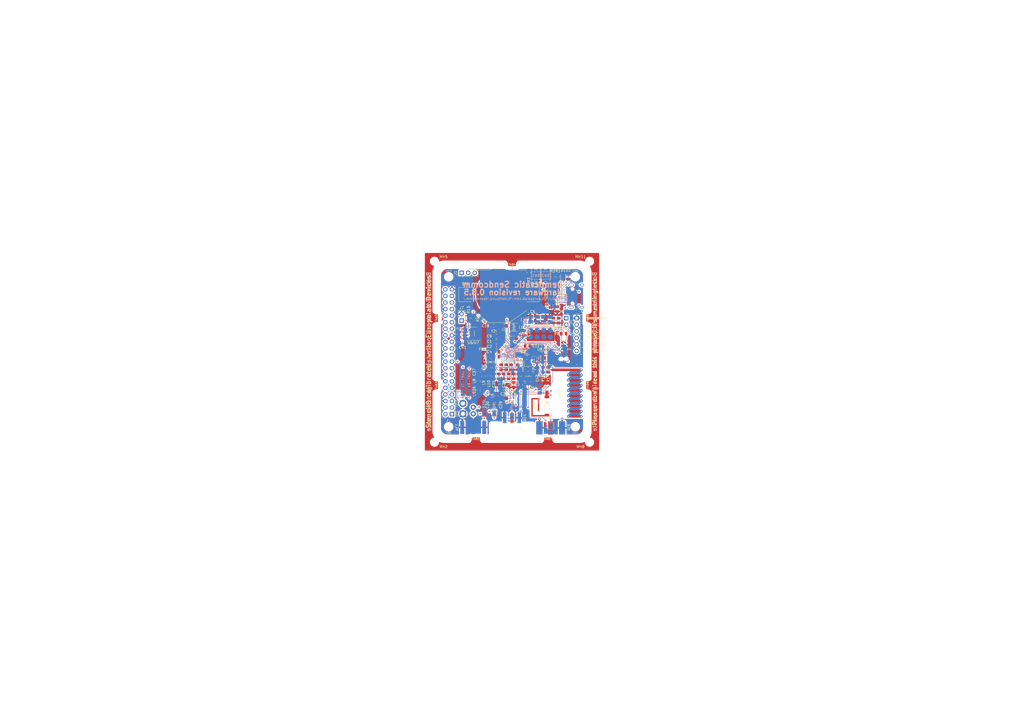
<source format=kicad_pcb>
(kicad_pcb (version 20171130) (host pcbnew 5.1.5+dfsg1-2build2)

  (general
    (thickness 1.6)
    (drawings 110)
    (tracks 912)
    (zones 0)
    (modules 127)
    (nets 133)
  )

  (page A3)
  (title_block
    (title "Democratic Sendcomm")
    (date 2020-10-20)
    (rev 0.8.5)
    (company "Europalab Devices")
    (comment 1 "Copyright © 2020, Europalab Devices")
    (comment 2 "Fulfilling requirements of 20200210")
    (comment 3 "Pending quality assurance testing")
    (comment 4 "Release revision for manufacturing")
  )

  (layers
    (0 F.Cu signal)
    (1 In1.Cu signal)
    (2 In2.Cu signal)
    (31 B.Cu signal)
    (34 B.Paste user)
    (35 F.Paste user)
    (36 B.SilkS user)
    (37 F.SilkS user)
    (38 B.Mask user)
    (39 F.Mask user)
    (40 Dwgs.User user)
    (41 Cmts.User user)
    (44 Edge.Cuts user)
    (45 Margin user)
    (46 B.CrtYd user)
    (47 F.CrtYd user)
    (48 B.Fab user)
    (49 F.Fab user)
  )

  (setup
    (last_trace_width 0.127)
    (user_trace_width 0.1016)
    (user_trace_width 0.127)
    (user_trace_width 0.2)
    (trace_clearance 0.09)
    (zone_clearance 0.508)
    (zone_45_only no)
    (trace_min 0.09)
    (via_size 0.356)
    (via_drill 0.2)
    (via_min_size 0.356)
    (via_min_drill 0.2)
    (user_via 0.45 0.2)
    (user_via 0.6 0.3)
    (uvia_size 0.45)
    (uvia_drill 0.1)
    (uvias_allowed no)
    (uvia_min_size 0.45)
    (uvia_min_drill 0.1)
    (edge_width 0.1)
    (segment_width 0.1)
    (pcb_text_width 0.25)
    (pcb_text_size 1 1)
    (mod_edge_width 0.15)
    (mod_text_size 1 1)
    (mod_text_width 0.15)
    (pad_size 2.5 2.5)
    (pad_drill 2.5)
    (pad_to_mask_clearance 0)
    (aux_axis_origin 0 0)
    (visible_elements 7FFFFFFF)
    (pcbplotparams
      (layerselection 0x313fc_ffffffff)
      (usegerberextensions true)
      (usegerberattributes false)
      (usegerberadvancedattributes false)
      (creategerberjobfile false)
      (excludeedgelayer true)
      (linewidth 0.150000)
      (plotframeref false)
      (viasonmask false)
      (mode 1)
      (useauxorigin false)
      (hpglpennumber 1)
      (hpglpenspeed 20)
      (hpglpendiameter 15.000000)
      (psnegative false)
      (psa4output false)
      (plotreference true)
      (plotvalue true)
      (plotinvisibletext false)
      (padsonsilk false)
      (subtractmaskfromsilk false)
      (outputformat 1)
      (mirror false)
      (drillshape 0)
      (scaleselection 1)
      (outputdirectory "fabsingle"))
  )

  (net 0 "")
  (net 1 GND)
  (net 2 "Net-(AE1-Pad1)")
  (net 3 /Sheet5F53D5B4/RFSWPWR)
  (net 4 "Net-(C8-Pad1)")
  (net 5 /Sheet5F53D5B4/POWAMP)
  (net 6 "Net-(C13-Pad1)")
  (net 7 /Sheet5F53D5B4/HFOUT)
  (net 8 +3V3)
  (net 9 "Net-(C29-Pad1)")
  (net 10 /Sheet5F53D5B4/UART_RX)
  (net 11 /Sheet5F53D5B4/UART_TX)
  (net 12 /Sheet5F53D5B4/HPOUT)
  (net 13 /Sheet5F53D5B4/HFIN)
  (net 14 /Sheet5F53D5B4/BANDSEL)
  (net 15 "Net-(BT1-Pad1)")
  (net 16 /Sheet5F53D5B4/USB_BUS)
  (net 17 "Net-(C33-Pad1)")
  (net 18 "Net-(C34-Pad1)")
  (net 19 /Sheet5F53D5B4/CMDRST)
  (net 20 "Net-(D1-Pad2)")
  (net 21 "Net-(D1-Pad1)")
  (net 22 "Net-(D2-Pad1)")
  (net 23 "Net-(D2-Pad2)")
  (net 24 /Sheet5F53D5B4/USB_P)
  (net 25 /Sheet5F53D5B4/USB_N)
  (net 26 /Sheet60040980/ID_SD)
  (net 27 /Sheet60040980/ID_SC)
  (net 28 /Sheet5F53D5B4/SWDCLK)
  (net 29 "Net-(J3-Pad7)")
  (net 30 "Net-(J3-Pad8)")
  (net 31 "Net-(J4-Pad6)")
  (net 32 /Sheet5F53D5B4/CN_VBAT)
  (net 33 /Sheet5F53D5B4/XCEIV)
  (net 34 /Sheet5F53D5B4/CRYSTAL_XIN-RESERVED)
  (net 35 /Sheet5F53D5B4/CRYSTAL_XOUT-RESERVED)
  (net 36 "Net-(AE5-Pad2)")
  (net 37 "Net-(C1-Pad1)")
  (net 38 "Net-(C7-Pad1)")
  (net 39 "Net-(C14-Pad1)")
  (net 40 "Net-(C17-Pad1)")
  (net 41 "Net-(C18-Pad2)")
  (net 42 "Net-(C19-Pad2)")
  (net 43 "Net-(C23-Pad2)")
  (net 44 "Net-(C23-Pad1)")
  (net 45 "Net-(C24-Pad1)")
  (net 46 "Net-(C24-Pad2)")
  (net 47 "Net-(C29-Pad2)")
  (net 48 "Net-(C33-Pad2)")
  (net 49 "Net-(C35-Pad2)")
  (net 50 "Net-(C40-Pad1)")
  (net 51 "Net-(J2-PadB5)")
  (net 52 "Net-(J2-PadA8)")
  (net 53 "Net-(J2-PadA5)")
  (net 54 "Net-(J2-PadB8)")
  (net 55 "Net-(J2-PadA4)")
  (net 56 "Net-(J3-Pad2)")
  (net 57 "Net-(J3-Pad3)")
  (net 58 "Net-(J3-Pad4)")
  (net 59 "Net-(J3-Pad5)")
  (net 60 "Net-(J3-Pad10)")
  (net 61 "Net-(J3-Pad11)")
  (net 62 "Net-(J3-Pad12)")
  (net 63 "Net-(J3-Pad13)")
  (net 64 "Net-(J3-Pad15)")
  (net 65 "Net-(J3-Pad16)")
  (net 66 "Net-(J3-Pad18)")
  (net 67 "Net-(J3-Pad19)")
  (net 68 "Net-(J3-Pad21)")
  (net 69 "Net-(J3-Pad22)")
  (net 70 "Net-(J3-Pad23)")
  (net 71 "Net-(J3-Pad24)")
  (net 72 "Net-(J3-Pad26)")
  (net 73 "Net-(J3-Pad29)")
  (net 74 "Net-(J3-Pad31)")
  (net 75 "Net-(J3-Pad32)")
  (net 76 "Net-(J3-Pad33)")
  (net 77 "Net-(J3-Pad35)")
  (net 78 "Net-(J3-Pad36)")
  (net 79 "Net-(J3-Pad37)")
  (net 80 "Net-(J3-Pad38)")
  (net 81 "Net-(J3-Pad40)")
  (net 82 "Net-(J4-Pad7)")
  (net 83 "Net-(J4-Pad8)")
  (net 84 "Net-(J5-Pad2)")
  (net 85 "Net-(J5-Pad3)")
  (net 86 "Net-(J5-Pad6)")
  (net 87 "Net-(J6-Pad1)")
  (net 88 "Net-(L1-Pad2)")
  (net 89 "Net-(R3-Pad1)")
  (net 90 "Net-(R4-Pad1)")
  (net 91 "Net-(R4-Pad2)")
  (net 92 "Net-(U2-Pad5)")
  (net 93 "Net-(U3-PadG1)")
  (net 94 "Net-(U3-PadH1)")
  (net 95 "Net-(U3-PadE3)")
  (net 96 "Net-(U3-PadB4)")
  (net 97 "Net-(U3-PadE4)")
  (net 98 "Net-(U3-PadF4)")
  (net 99 "Net-(U3-PadE5)")
  (net 100 "Net-(U3-PadC7)")
  (net 101 "Net-(U3-PadD7)")
  (net 102 "Net-(U3-PadD8)")
  (net 103 "Net-(U5-Pad3)")
  (net 104 "Net-(U5-Pad4)")
  (net 105 "Net-(U8-Pad7)")
  (net 106 "Net-(U8-Pad3)")
  (net 107 "Net-(U8-Pad2)")
  (net 108 "Net-(U8-Pad1)")
  (net 109 "Net-(U9-Pad1)")
  (net 110 "Net-(U9-Pad2)")
  (net 111 "Net-(U9-Pad3)")
  (net 112 "Net-(U9-Pad7)")
  (net 113 /Sheet5F53D5B4/SWDIO)
  (net 114 "Net-(AE2-Pad1)")
  (net 115 "Net-(AE4-Pad1)")
  (net 116 "Net-(AE5-Pad1)")
  (net 117 "Net-(AE6-Pad1)")
  (net 118 "Net-(AE7-Pad1)")
  (net 119 "Net-(JP10-Pad1)")
  (net 120 "Net-(J6-Pad2)")
  (net 121 "Net-(J6-Pad3)")
  (net 122 "Net-(J6-Pad4)")
  (net 123 "Net-(J6-Pad5)")
  (net 124 "Net-(J6-Pad6)")
  (net 125 "Net-(J6-Pad7)")
  (net 126 "Net-(J6-Pad8)")
  (net 127 "Net-(J7-Pad1)")
  (net 128 "Net-(C94-Pad1)")
  (net 129 "Net-(C95-Pad1)")
  (net 130 "Net-(JP26-Pad1)")
  (net 131 /TP_SCL)
  (net 132 /TP_SDA)

  (net_class Default "This is the default net class."
    (clearance 0.09)
    (trace_width 0.09)
    (via_dia 0.356)
    (via_drill 0.2)
    (uvia_dia 0.45)
    (uvia_drill 0.1)
    (add_net +3V3)
    (add_net /Sheet5F53D5B4/BANDSEL)
    (add_net /Sheet5F53D5B4/CMDRST)
    (add_net /Sheet5F53D5B4/CN_VBAT)
    (add_net /Sheet5F53D5B4/CRYSTAL_XIN-RESERVED)
    (add_net /Sheet5F53D5B4/CRYSTAL_XOUT-RESERVED)
    (add_net /Sheet5F53D5B4/HFIN)
    (add_net /Sheet5F53D5B4/HFOUT)
    (add_net /Sheet5F53D5B4/HPOUT)
    (add_net /Sheet5F53D5B4/POWAMP)
    (add_net /Sheet5F53D5B4/RFSWPWR)
    (add_net /Sheet5F53D5B4/SWDCLK)
    (add_net /Sheet5F53D5B4/SWDIO)
    (add_net /Sheet5F53D5B4/UART_RX)
    (add_net /Sheet5F53D5B4/UART_TX)
    (add_net /Sheet5F53D5B4/USB_BUS)
    (add_net /Sheet5F53D5B4/USB_N)
    (add_net /Sheet5F53D5B4/USB_P)
    (add_net /Sheet5F53D5B4/XCEIV)
    (add_net /Sheet60040980/ID_SC)
    (add_net /Sheet60040980/ID_SD)
    (add_net /TP_SCL)
    (add_net /TP_SDA)
    (add_net GND)
    (add_net "Net-(AE1-Pad1)")
    (add_net "Net-(AE2-Pad1)")
    (add_net "Net-(AE4-Pad1)")
    (add_net "Net-(AE5-Pad1)")
    (add_net "Net-(AE5-Pad2)")
    (add_net "Net-(AE6-Pad1)")
    (add_net "Net-(AE7-Pad1)")
    (add_net "Net-(BT1-Pad1)")
    (add_net "Net-(C1-Pad1)")
    (add_net "Net-(C13-Pad1)")
    (add_net "Net-(C14-Pad1)")
    (add_net "Net-(C17-Pad1)")
    (add_net "Net-(C18-Pad2)")
    (add_net "Net-(C19-Pad2)")
    (add_net "Net-(C23-Pad1)")
    (add_net "Net-(C23-Pad2)")
    (add_net "Net-(C24-Pad1)")
    (add_net "Net-(C24-Pad2)")
    (add_net "Net-(C29-Pad1)")
    (add_net "Net-(C29-Pad2)")
    (add_net "Net-(C33-Pad1)")
    (add_net "Net-(C33-Pad2)")
    (add_net "Net-(C34-Pad1)")
    (add_net "Net-(C35-Pad2)")
    (add_net "Net-(C40-Pad1)")
    (add_net "Net-(C7-Pad1)")
    (add_net "Net-(C8-Pad1)")
    (add_net "Net-(C94-Pad1)")
    (add_net "Net-(C95-Pad1)")
    (add_net "Net-(D1-Pad1)")
    (add_net "Net-(D1-Pad2)")
    (add_net "Net-(D2-Pad1)")
    (add_net "Net-(D2-Pad2)")
    (add_net "Net-(J2-PadA4)")
    (add_net "Net-(J2-PadA5)")
    (add_net "Net-(J2-PadA8)")
    (add_net "Net-(J2-PadB5)")
    (add_net "Net-(J2-PadB8)")
    (add_net "Net-(J3-Pad10)")
    (add_net "Net-(J3-Pad11)")
    (add_net "Net-(J3-Pad12)")
    (add_net "Net-(J3-Pad13)")
    (add_net "Net-(J3-Pad15)")
    (add_net "Net-(J3-Pad16)")
    (add_net "Net-(J3-Pad18)")
    (add_net "Net-(J3-Pad19)")
    (add_net "Net-(J3-Pad2)")
    (add_net "Net-(J3-Pad21)")
    (add_net "Net-(J3-Pad22)")
    (add_net "Net-(J3-Pad23)")
    (add_net "Net-(J3-Pad24)")
    (add_net "Net-(J3-Pad26)")
    (add_net "Net-(J3-Pad29)")
    (add_net "Net-(J3-Pad3)")
    (add_net "Net-(J3-Pad31)")
    (add_net "Net-(J3-Pad32)")
    (add_net "Net-(J3-Pad33)")
    (add_net "Net-(J3-Pad35)")
    (add_net "Net-(J3-Pad36)")
    (add_net "Net-(J3-Pad37)")
    (add_net "Net-(J3-Pad38)")
    (add_net "Net-(J3-Pad4)")
    (add_net "Net-(J3-Pad40)")
    (add_net "Net-(J3-Pad5)")
    (add_net "Net-(J3-Pad7)")
    (add_net "Net-(J3-Pad8)")
    (add_net "Net-(J4-Pad6)")
    (add_net "Net-(J4-Pad7)")
    (add_net "Net-(J4-Pad8)")
    (add_net "Net-(J5-Pad2)")
    (add_net "Net-(J5-Pad3)")
    (add_net "Net-(J5-Pad6)")
    (add_net "Net-(J6-Pad1)")
    (add_net "Net-(J6-Pad2)")
    (add_net "Net-(J6-Pad3)")
    (add_net "Net-(J6-Pad4)")
    (add_net "Net-(J6-Pad5)")
    (add_net "Net-(J6-Pad6)")
    (add_net "Net-(J6-Pad7)")
    (add_net "Net-(J6-Pad8)")
    (add_net "Net-(J7-Pad1)")
    (add_net "Net-(JP10-Pad1)")
    (add_net "Net-(JP26-Pad1)")
    (add_net "Net-(L1-Pad2)")
    (add_net "Net-(R3-Pad1)")
    (add_net "Net-(R4-Pad1)")
    (add_net "Net-(R4-Pad2)")
    (add_net "Net-(U2-Pad5)")
    (add_net "Net-(U3-PadB4)")
    (add_net "Net-(U3-PadC7)")
    (add_net "Net-(U3-PadD7)")
    (add_net "Net-(U3-PadD8)")
    (add_net "Net-(U3-PadE3)")
    (add_net "Net-(U3-PadE4)")
    (add_net "Net-(U3-PadE5)")
    (add_net "Net-(U3-PadF4)")
    (add_net "Net-(U3-PadG1)")
    (add_net "Net-(U3-PadH1)")
    (add_net "Net-(U5-Pad3)")
    (add_net "Net-(U5-Pad4)")
    (add_net "Net-(U8-Pad1)")
    (add_net "Net-(U8-Pad2)")
    (add_net "Net-(U8-Pad3)")
    (add_net "Net-(U8-Pad7)")
    (add_net "Net-(U9-Pad1)")
    (add_net "Net-(U9-Pad2)")
    (add_net "Net-(U9-Pad3)")
    (add_net "Net-(U9-Pad7)")
  )

  (net_class Power ""
    (clearance 0.2)
    (trace_width 0.5)
    (via_dia 1)
    (via_drill 0.7)
    (uvia_dia 0.5)
    (uvia_drill 0.1)
  )

  (module TestPoint:TestPoint_THTPad_D2.0mm_Drill1.0mm (layer F.Cu) (tedit 5A0F774F) (tstamp 5FBA0BE2)
    (at 195 172)
    (descr "THT pad as test Point, diameter 2.0mm, hole diameter 1.0mm")
    (tags "test point THT pad")
    (path /5F97637F)
    (attr virtual)
    (fp_text reference TP5 (at 2 0 90) (layer F.SilkS)
      (effects (font (size 0.7 0.7) (thickness 0.1)))
    )
    (fp_text value Probe (at 0 2.25) (layer F.Fab)
      (effects (font (size 1 1) (thickness 0.15)))
    )
    (fp_circle (center 0 0) (end 0 1.2) (layer F.SilkS) (width 0.12))
    (fp_circle (center 0 0) (end 1.5 0) (layer F.CrtYd) (width 0.05))
    (fp_text user %R (at 0 -2.15) (layer F.Fab)
      (effects (font (size 1 1) (thickness 0.15)))
    )
    (pad 1 thru_hole circle (at 0 0) (size 2 2) (drill 1) (layers *.Cu *.Mask)
      (net 131 /TP_SCL))
  )

  (module TestPoint:TestPoint_THTPad_D2.0mm_Drill1.0mm (layer F.Cu) (tedit 5A0F774F) (tstamp 5FBA0BEA)
    (at 195 169.46)
    (descr "THT pad as test Point, diameter 2.0mm, hole diameter 1.0mm")
    (tags "test point THT pad")
    (path /5F97786E)
    (attr virtual)
    (fp_text reference TP6 (at 2 0.04 90) (layer F.SilkS)
      (effects (font (size 0.7 0.7) (thickness 0.1)))
    )
    (fp_text value Probe (at 0 2.25) (layer F.Fab)
      (effects (font (size 1 1) (thickness 0.15)))
    )
    (fp_circle (center 0 0) (end 0 1.2) (layer F.SilkS) (width 0.12))
    (fp_circle (center 0 0) (end 1.5 0) (layer F.CrtYd) (width 0.05))
    (fp_text user %R (at 0 -2.15) (layer F.Fab)
      (effects (font (size 1 1) (thickness 0.15)))
    )
    (pad 1 thru_hole circle (at 0 0) (size 2 2) (drill 1) (layers *.Cu *.Mask)
      (net 132 /TP_SDA))
  )

  (module Elabdev:TFBGA-64_8x8_6.0x6.0mm_P0.65mm (layer F.Cu) (tedit 5F6BA77A) (tstamp 5F68786E)
    (at 210 148)
    (path /5F53D5B5/6052EF69)
    (solder_mask_margin 0.025)
    (clearance 0.0508)
    (attr smd)
    (fp_text reference U3 (at 4.25 0) (layer F.SilkS)
      (effects (font (size 1 1) (thickness 0.15)))
    )
    (fp_text value ATSAMR34 (at 0 4) (layer F.Fab)
      (effects (font (size 1 1) (thickness 0.15)))
    )
    (fp_line (start -2 -3) (end -3 -2) (layer F.Fab) (width 0.1))
    (fp_line (start -3 -2) (end -3 3) (layer F.Fab) (width 0.1))
    (fp_line (start -3 3) (end 3 3) (layer F.Fab) (width 0.1))
    (fp_line (start 3 3) (end 3 -3) (layer F.Fab) (width 0.1))
    (fp_line (start 3 -3) (end -2 -3) (layer F.Fab) (width 0.1))
    (fp_line (start 1.62 -3.12) (end 3.12 -3.12) (layer F.SilkS) (width 0.12))
    (fp_line (start 3.12 -3.12) (end 3.12 -1.62) (layer F.SilkS) (width 0.12))
    (fp_line (start 1.62 -3.12) (end 3.12 -3.12) (layer F.SilkS) (width 0.12))
    (fp_line (start 3.12 -3.12) (end 3.12 -1.62) (layer F.SilkS) (width 0.12))
    (fp_line (start 1.62 3.12) (end 3.12 3.12) (layer F.SilkS) (width 0.12))
    (fp_line (start 3.12 3.12) (end 3.12 1.62) (layer F.SilkS) (width 0.12))
    (fp_line (start 1.62 -3.12) (end 3.12 -3.12) (layer F.SilkS) (width 0.12))
    (fp_line (start 3.12 -3.12) (end 3.12 -1.62) (layer F.SilkS) (width 0.12))
    (fp_line (start -1.62 3.12) (end -3.12 3.12) (layer F.SilkS) (width 0.12))
    (fp_line (start -3.12 3.12) (end -3.12 1.62) (layer F.SilkS) (width 0.12))
    (fp_line (start -1.62 -3.12) (end -2 -3.12) (layer F.SilkS) (width 0.12))
    (fp_line (start -2 -3.12) (end -3.12 -2) (layer F.SilkS) (width 0.12))
    (fp_line (start -3.12 -2) (end -3.12 -1.62) (layer F.SilkS) (width 0.12))
    (fp_circle (center -3 -3) (end -3 -2.9) (layer F.SilkS) (width 0.2))
    (fp_line (start -4 -4) (end 4 -4) (layer F.CrtYd) (width 0.05))
    (fp_line (start 4 -4) (end 4 4) (layer F.CrtYd) (width 0.05))
    (fp_line (start 4 4) (end -4 4) (layer F.CrtYd) (width 0.05))
    (fp_line (start -4 4) (end -4 -4) (layer F.CrtYd) (width 0.05))
    (pad A1 smd circle (at -2.275 -2.275) (size 0.32 0.32) (layers F.Cu F.Paste F.Mask)
      (net 13 /Sheet5F53D5B4/HFIN))
    (pad B1 smd circle (at -2.275 -1.625) (size 0.32 0.32) (layers F.Cu F.Paste F.Mask)
      (net 7 /Sheet5F53D5B4/HFOUT))
    (pad C1 smd circle (at -2.275 -0.975) (size 0.32 0.32) (layers F.Cu F.Paste F.Mask)
      (net 37 "Net-(C1-Pad1)"))
    (pad D1 smd circle (at -2.275 -0.325) (size 0.32 0.32) (layers F.Cu F.Paste F.Mask)
      (net 5 /Sheet5F53D5B4/POWAMP))
    (pad E1 smd circle (at -2.275 0.325) (size 0.32 0.32) (layers F.Cu F.Paste F.Mask)
      (net 1 GND))
    (pad F1 smd circle (at -2.275 0.975) (size 0.32 0.32) (layers F.Cu F.Paste F.Mask)
      (net 12 /Sheet5F53D5B4/HPOUT))
    (pad G1 smd circle (at -2.275 1.625) (size 0.32 0.32) (layers F.Cu F.Paste F.Mask)
      (net 93 "Net-(U3-PadG1)"))
    (pad H1 smd circle (at -2.275 2.275) (size 0.32 0.32) (layers F.Cu F.Paste F.Mask)
      (net 94 "Net-(U3-PadH1)"))
    (pad A2 smd circle (at -1.625 -2.275) (size 0.32 0.32) (layers F.Cu F.Paste F.Mask)
      (net 1 GND))
    (pad B2 smd circle (at -1.625 -1.625) (size 0.32 0.32) (layers F.Cu F.Paste F.Mask)
      (net 1 GND))
    (pad C2 smd circle (at -1.625 -0.975) (size 0.32 0.32) (layers F.Cu F.Paste F.Mask)
      (net 37 "Net-(C1-Pad1)"))
    (pad D2 smd circle (at -1.625 -0.325) (size 0.32 0.32) (layers F.Cu F.Paste F.Mask)
      (net 33 /Sheet5F53D5B4/XCEIV))
    (pad E2 smd circle (at -1.625 0.325) (size 0.32 0.32) (layers F.Cu F.Paste F.Mask)
      (net 1 GND))
    (pad F2 smd circle (at -1.625 0.975) (size 0.32 0.32) (layers F.Cu F.Paste F.Mask)
      (net 1 GND))
    (pad G2 smd circle (at -1.625 1.625) (size 0.32 0.32) (layers F.Cu F.Paste F.Mask)
      (net 1 GND))
    (pad H2 smd circle (at -1.625 2.275) (size 0.32 0.32) (layers F.Cu F.Paste F.Mask)
      (net 39 "Net-(C14-Pad1)"))
    (pad A3 smd circle (at -0.975 -2.275) (size 0.32 0.32) (layers F.Cu F.Paste F.Mask)
      (net 41 "Net-(C18-Pad2)"))
    (pad B3 smd circle (at -0.975 -1.625) (size 0.32 0.32) (layers F.Cu F.Paste F.Mask)
      (net 1 GND))
    (pad C3 smd circle (at -0.975 -0.975) (size 0.32 0.32) (layers F.Cu F.Paste F.Mask)
      (net 32 /Sheet5F53D5B4/CN_VBAT))
    (pad D3 smd circle (at -0.975 -0.325) (size 0.32 0.32) (layers F.Cu F.Paste F.Mask)
      (net 11 /Sheet5F53D5B4/UART_TX))
    (pad E3 smd circle (at -0.975 0.325) (size 0.32 0.32) (layers F.Cu F.Paste F.Mask)
      (net 95 "Net-(U3-PadE3)"))
    (pad F3 smd circle (at -0.975 0.975) (size 0.32 0.32) (layers F.Cu F.Paste F.Mask)
      (net 16 /Sheet5F53D5B4/USB_BUS))
    (pad G3 smd circle (at -0.975 1.625) (size 0.32 0.32) (layers F.Cu F.Paste F.Mask)
      (net 1 GND))
    (pad H3 smd circle (at -0.975 2.275) (size 0.32 0.32) (layers F.Cu F.Paste F.Mask)
      (net 37 "Net-(C1-Pad1)"))
    (pad A4 smd circle (at -0.325 -2.275) (size 0.32 0.32) (layers F.Cu F.Paste F.Mask)
      (net 42 "Net-(C19-Pad2)"))
    (pad B4 smd circle (at -0.325 -1.625) (size 0.32 0.32) (layers F.Cu F.Paste F.Mask)
      (net 96 "Net-(U3-PadB4)"))
    (pad C4 smd circle (at -0.325 -0.975) (size 0.32 0.32) (layers F.Cu F.Paste F.Mask)
      (net 10 /Sheet5F53D5B4/UART_RX))
    (pad D4 smd circle (at -0.325 -0.325) (size 0.32 0.32) (layers F.Cu F.Paste F.Mask)
      (net 1 GND))
    (pad E4 smd circle (at -0.325 0.325) (size 0.32 0.32) (layers F.Cu F.Paste F.Mask)
      (net 97 "Net-(U3-PadE4)"))
    (pad F4 smd circle (at -0.325 0.975) (size 0.32 0.32) (layers F.Cu F.Paste F.Mask)
      (net 98 "Net-(U3-PadF4)"))
    (pad G4 smd circle (at -0.325 1.625) (size 0.32 0.32) (layers F.Cu F.Paste F.Mask)
      (net 8 +3V3))
    (pad H4 smd circle (at -0.325 2.275) (size 0.32 0.32) (layers F.Cu F.Paste F.Mask)
      (net 6 "Net-(C13-Pad1)"))
    (pad A5 smd circle (at 0.325 -2.275) (size 0.32 0.32) (layers F.Cu F.Paste F.Mask)
      (net 40 "Net-(C17-Pad1)"))
    (pad B5 smd circle (at 0.325 -1.625) (size 0.32 0.32) (layers F.Cu F.Paste F.Mask)
      (net 1 GND))
    (pad C5 smd circle (at 0.325 -0.975) (size 0.32 0.32) (layers F.Cu F.Paste F.Mask)
      (net 28 /Sheet5F53D5B4/SWDCLK))
    (pad D5 smd circle (at 0.325 -0.325) (size 0.32 0.32) (layers F.Cu F.Paste F.Mask)
      (net 113 /Sheet5F53D5B4/SWDIO))
    (pad E5 smd circle (at 0.325 0.325) (size 0.32 0.32) (layers F.Cu F.Paste F.Mask)
      (net 99 "Net-(U3-PadE5)"))
    (pad F5 smd circle (at 0.325 0.975) (size 0.32 0.32) (layers F.Cu F.Paste F.Mask)
      (net 3 /Sheet5F53D5B4/RFSWPWR))
    (pad G5 smd circle (at 0.325 1.625) (size 0.32 0.32) (layers F.Cu F.Paste F.Mask)
      (net 1 GND))
    (pad H5 smd circle (at 0.325 2.275) (size 0.32 0.32) (layers F.Cu F.Paste F.Mask)
      (net 1 GND))
    (pad A6 smd circle (at 0.975 -2.275) (size 0.32 0.32) (layers F.Cu F.Paste F.Mask)
      (net 88 "Net-(L1-Pad2)"))
    (pad B6 smd circle (at 0.975 -1.625) (size 0.32 0.32) (layers F.Cu F.Paste F.Mask)
      (net 19 /Sheet5F53D5B4/CMDRST))
    (pad C6 smd circle (at 0.975 -0.975) (size 0.32 0.32) (layers F.Cu F.Paste F.Mask)
      (net 90 "Net-(R4-Pad1)"))
    (pad D6 smd circle (at 0.975 -0.325) (size 0.32 0.32) (layers F.Cu F.Paste F.Mask)
      (net 1 GND))
    (pad E6 smd circle (at 0.975 0.325) (size 0.32 0.32) (layers F.Cu F.Paste F.Mask)
      (net 131 /TP_SCL))
    (pad F6 smd circle (at 0.975 0.975) (size 0.32 0.32) (layers F.Cu F.Paste F.Mask)
      (net 14 /Sheet5F53D5B4/BANDSEL))
    (pad G6 smd circle (at 0.975 1.625) (size 0.32 0.32) (layers F.Cu F.Paste F.Mask)
      (net 1 GND))
    (pad H6 smd circle (at 0.975 2.275) (size 0.32 0.32) (layers F.Cu F.Paste F.Mask)
      (net 128 "Net-(C94-Pad1)"))
    (pad A7 smd circle (at 1.625 -2.275) (size 0.32 0.32) (layers F.Cu F.Paste F.Mask)
      (net 8 +3V3))
    (pad B7 smd circle (at 1.625 -1.625) (size 0.32 0.32) (layers F.Cu F.Paste F.Mask)
      (net 1 GND))
    (pad C7 smd circle (at 1.625 -0.975) (size 0.32 0.32) (layers F.Cu F.Paste F.Mask)
      (net 100 "Net-(U3-PadC7)"))
    (pad D7 smd circle (at 1.625 -0.325) (size 0.32 0.32) (layers F.Cu F.Paste F.Mask)
      (net 101 "Net-(U3-PadD7)"))
    (pad E7 smd circle (at 1.625 0.325) (size 0.32 0.32) (layers F.Cu F.Paste F.Mask)
      (net 21 "Net-(D1-Pad1)"))
    (pad F7 smd circle (at 1.625 0.975) (size 0.32 0.32) (layers F.Cu F.Paste F.Mask)
      (net 132 /TP_SDA))
    (pad G7 smd circle (at 1.625 1.625) (size 0.32 0.32) (layers F.Cu F.Paste F.Mask)
      (net 1 GND))
    (pad H7 smd circle (at 1.625 2.275) (size 0.32 0.32) (layers F.Cu F.Paste F.Mask)
      (net 129 "Net-(C95-Pad1)"))
    (pad A8 smd circle (at 2.275 -2.275) (size 0.32 0.32) (layers F.Cu F.Paste F.Mask)
      (net 8 +3V3))
    (pad B8 smd circle (at 2.275 -1.625) (size 0.32 0.32) (layers F.Cu F.Paste F.Mask)
      (net 25 /Sheet5F53D5B4/USB_N))
    (pad C8 smd circle (at 2.275 -0.975) (size 0.32 0.32) (layers F.Cu F.Paste F.Mask)
      (net 24 /Sheet5F53D5B4/USB_P))
    (pad D8 smd circle (at 2.275 -0.325) (size 0.32 0.32) (layers F.Cu F.Paste F.Mask)
      (net 102 "Net-(U3-PadD8)"))
    (pad E8 smd circle (at 2.275 0.325) (size 0.32 0.32) (layers F.Cu F.Paste F.Mask)
      (net 22 "Net-(D2-Pad1)"))
    (pad F8 smd circle (at 2.275 0.975) (size 0.32 0.32) (layers F.Cu F.Paste F.Mask)
      (net 34 /Sheet5F53D5B4/CRYSTAL_XIN-RESERVED))
    (pad G8 smd circle (at 2.275 1.625) (size 0.32 0.32) (layers F.Cu F.Paste F.Mask)
      (net 35 /Sheet5F53D5B4/CRYSTAL_XOUT-RESERVED))
    (pad H8 smd circle (at 2.275 2.275) (size 0.32 0.32) (layers F.Cu F.Paste F.Mask)
      (net 8 +3V3))
    (model ${KISYS3DMOD}/Package_BGA.3dshapes/TFBGA-64_5x5mm_Layout8x8_P0.5mm.wrl
      (at (xyz 0 0 0))
      (scale (xyz 1.2 1.2 1.2))
      (rotate (xyz 0 0 0))
    )
  )

  (module Inductor_SMD:L_0603_1608Metric (layer F.Cu) (tedit 5B301BBE) (tstamp 5F687507)
    (at 201 157.35 270)
    (descr "Inductor SMD 0603 (1608 Metric), square (rectangular) end terminal, IPC_7351 nominal, (Body size source: http://www.tortai-tech.com/upload/download/2011102023233369053.pdf), generated with kicad-footprint-generator")
    (tags inductor)
    (path /5F5C0728/5F5D6DC7)
    (attr smd)
    (fp_text reference L10 (at 3 0 90) (layer F.SilkS)
      (effects (font (size 1 1) (thickness 0.15)))
    )
    (fp_text value 11nH (at 0 1.65 90) (layer F.Fab)
      (effects (font (size 1 1) (thickness 0.15)))
    )
    (fp_text user %R (at 0 0 90) (layer F.Fab)
      (effects (font (size 0.5 0.5) (thickness 0.08)))
    )
    (fp_line (start 1.48 0.73) (end -1.48 0.73) (layer F.CrtYd) (width 0.05))
    (fp_line (start 1.48 -0.73) (end 1.48 0.73) (layer F.CrtYd) (width 0.05))
    (fp_line (start -1.48 -0.73) (end 1.48 -0.73) (layer F.CrtYd) (width 0.05))
    (fp_line (start -1.48 0.73) (end -1.48 -0.73) (layer F.CrtYd) (width 0.05))
    (fp_line (start -0.162779 0.51) (end 0.162779 0.51) (layer F.SilkS) (width 0.12))
    (fp_line (start -0.162779 -0.51) (end 0.162779 -0.51) (layer F.SilkS) (width 0.12))
    (fp_line (start 0.8 0.4) (end -0.8 0.4) (layer F.Fab) (width 0.1))
    (fp_line (start 0.8 -0.4) (end 0.8 0.4) (layer F.Fab) (width 0.1))
    (fp_line (start -0.8 -0.4) (end 0.8 -0.4) (layer F.Fab) (width 0.1))
    (fp_line (start -0.8 0.4) (end -0.8 -0.4) (layer F.Fab) (width 0.1))
    (pad 2 smd roundrect (at 0.7875 0 270) (size 0.875 0.95) (layers F.Cu F.Paste F.Mask) (roundrect_rratio 0.25)
      (net 49 "Net-(C35-Pad2)"))
    (pad 1 smd roundrect (at -0.7875 0 270) (size 0.875 0.95) (layers F.Cu F.Paste F.Mask) (roundrect_rratio 0.25)
      (net 18 "Net-(C34-Pad1)"))
    (model ${KISYS3DMOD}/Inductor_SMD.3dshapes/L_0603_1608Metric.wrl
      (at (xyz 0 0 0))
      (scale (xyz 1 1 1))
      (rotate (xyz 0 0 0))
    )
  )

  (module Elabdev:L_Murata_LQH3NPN (layer F.Cu) (tedit 5FADCCA6) (tstamp 5F68751C)
    (at 210.75 138.5)
    (descr https://www.murata.com/~/media/webrenewal/products/inductor/chip/tokoproducts/wirewoundferritetypeforpl/m_dem3518c.ashx)
    (tags "Inductor SMD DEM35xxC")
    (path /5F53D5B5/5F643B51)
    (attr smd)
    (fp_text reference L1 (at 2.75 0) (layer F.SilkS)
      (effects (font (size 1 1) (thickness 0.15)))
    )
    (fp_text value LQH3NPN100MJRL (at 0 3.024) (layer F.Fab)
      (effects (font (size 1 1) (thickness 0.15)))
    )
    (fp_line (start -1.75 -1.6) (end -1.75 1.6) (layer F.CrtYd) (width 0.05))
    (fp_line (start -1.75 1.6) (end 1.75 1.6) (layer F.CrtYd) (width 0.05))
    (fp_line (start 1.75 1.6) (end 1.75 -1.6) (layer F.CrtYd) (width 0.05))
    (fp_line (start 1.75 -1.6) (end -1.75 -1.6) (layer F.CrtYd) (width 0.05))
    (fp_line (start -1.5 -1.35) (end 1.5 -1.35) (layer F.Fab) (width 0.1))
    (fp_line (start 1.5 -1.35) (end 1.5 1.35) (layer F.Fab) (width 0.1))
    (fp_line (start 1.5 1.35) (end -1.5 1.35) (layer F.Fab) (width 0.1))
    (fp_line (start -1.5 1.35) (end -1.5 -1.35) (layer F.Fab) (width 0.1))
    (fp_line (start -1.5 -1.6) (end 1.5 -1.6) (layer F.SilkS) (width 0.12))
    (fp_line (start -1.5 1.6) (end 1.5 1.6) (layer F.SilkS) (width 0.12))
    (fp_text user %R (at 0 0) (layer F.Fab)
      (effects (font (size 0.7 0.7) (thickness 0.105)))
    )
    (pad 1 smd rect (at -1.1 0) (size 0.8 2.7) (layers F.Cu F.Paste F.Mask)
      (net 40 "Net-(C17-Pad1)"))
    (pad 2 smd rect (at 1.1 0) (size 0.8 2.7) (layers F.Cu F.Paste F.Mask)
      (net 88 "Net-(L1-Pad2)"))
    (model ${KISYS3DMOD}/Inductor_SMD.3dshapes/L_Murata_DEM35xxC.wrl
      (at (xyz 0 0 0))
      (scale (xyz 1 1 1))
      (rotate (xyz 0 0 0))
    )
  )

  (module Elabdev:Panel_Mousetab_25mm_Single (layer F.Cu) (tedit 5CD9E502) (tstamp 5F680FEC)
    (at 224 181.75 90)
    (path /5CD9EB0D)
    (fp_text reference TAB7 (at 0 0) (layer F.SilkS)
      (effects (font (size 0.8 0.8) (thickness 0.13)))
    )
    (fp_text value Pantab (at 0 3.5 90) (layer F.Fab)
      (effects (font (size 1 1) (thickness 0.15)))
    )
    (fp_line (start 1.25 -2.2) (end 1.25 2.2) (layer F.Fab) (width 0.15))
    (fp_line (start -1.25 -2.2) (end -1.25 2.2) (layer F.Fab) (width 0.15))
    (fp_line (start 2.1 -2.6) (end 2.1 2.6) (layer F.CrtYd) (width 0.15))
    (fp_line (start 2.1 2.6) (end -2.1 2.6) (layer F.CrtYd) (width 0.15))
    (fp_line (start -2.1 2.6) (end -2.1 -2.6) (layer F.CrtYd) (width 0.15))
    (fp_line (start -2.1 -2.6) (end 2.1 -2.6) (layer F.CrtYd) (width 0.15))
    (pad "" np_thru_hole circle (at 1.35 2 90) (size 0.5 0.5) (drill 0.5) (layers *.Cu))
    (pad "" np_thru_hole circle (at 1.35 1.2 90) (size 0.5 0.5) (drill 0.5) (layers *.Cu))
    (pad "" np_thru_hole circle (at 1.35 0.4 90) (size 0.5 0.5) (drill 0.5) (layers *.Cu))
    (pad "" np_thru_hole circle (at 1.35 -0.4 90) (size 0.5 0.5) (drill 0.5) (layers *.Cu))
    (pad "" np_thru_hole circle (at 1.35 -1.2 90) (size 0.5 0.5) (drill 0.5) (layers *.Cu))
    (pad "" np_thru_hole circle (at 1.35 -2 90) (size 0.5 0.5) (drill 0.5) (layers *.Cu))
  )

  (module Elabdev:Panel_Mousetab_25mm_Single (layer F.Cu) (tedit 5CD9E59A) (tstamp 5F4C0A71)
    (at 210 114.25 270)
    (path /5CD5C3A7)
    (fp_text reference TAB4 (at 0 0 180) (layer F.SilkS)
      (effects (font (size 0.8 0.8) (thickness 0.13)))
    )
    (fp_text value Pantab (at 0 -3.5 270) (layer F.Fab)
      (effects (font (size 1 1) (thickness 0.15)))
    )
    (fp_line (start 1.25 -2.2) (end 1.25 2.2) (layer F.Fab) (width 0.15))
    (fp_line (start -1.25 -2.2) (end -1.25 2.2) (layer F.Fab) (width 0.15))
    (fp_line (start 2.1 -2.6) (end 2.1 2.6) (layer F.CrtYd) (width 0.15))
    (fp_line (start 2.1 2.6) (end -2.1 2.6) (layer F.CrtYd) (width 0.15))
    (fp_line (start -2.1 2.6) (end -2.1 -2.6) (layer F.CrtYd) (width 0.15))
    (fp_line (start -2.1 -2.6) (end 2.1 -2.6) (layer F.CrtYd) (width 0.15))
    (pad "" np_thru_hole circle (at 1.35 2 270) (size 0.5 0.5) (drill 0.5) (layers *.Cu))
    (pad "" np_thru_hole circle (at 1.35 1.2 270) (size 0.5 0.5) (drill 0.5) (layers *.Cu))
    (pad "" np_thru_hole circle (at 1.35 0.4 270) (size 0.5 0.5) (drill 0.5) (layers *.Cu))
    (pad "" np_thru_hole circle (at 1.35 -0.4 270) (size 0.5 0.5) (drill 0.5) (layers *.Cu))
    (pad "" np_thru_hole circle (at 1.35 -1.2 270) (size 0.5 0.5) (drill 0.5) (layers *.Cu))
    (pad "" np_thru_hole circle (at 1.35 -2 270) (size 0.5 0.5) (drill 0.5) (layers *.Cu))
  )

  (module Elabdev:Panel_Mousetab_25mm_Single (layer F.Cu) (tedit 5CD9E502) (tstamp 5CE1C45C)
    (at 196 181.75 90)
    (path /5CD9EB0D)
    (fp_text reference TAB1 (at 0 0) (layer F.SilkS)
      (effects (font (size 0.8 0.8) (thickness 0.13)))
    )
    (fp_text value Pantab (at 0 3.5 90) (layer F.Fab)
      (effects (font (size 1 1) (thickness 0.15)))
    )
    (fp_line (start -2.1 -2.6) (end 2.1 -2.6) (layer F.CrtYd) (width 0.15))
    (fp_line (start -2.1 2.6) (end -2.1 -2.6) (layer F.CrtYd) (width 0.15))
    (fp_line (start 2.1 2.6) (end -2.1 2.6) (layer F.CrtYd) (width 0.15))
    (fp_line (start 2.1 -2.6) (end 2.1 2.6) (layer F.CrtYd) (width 0.15))
    (fp_line (start -1.25 -2.2) (end -1.25 2.2) (layer F.Fab) (width 0.15))
    (fp_line (start 1.25 -2.2) (end 1.25 2.2) (layer F.Fab) (width 0.15))
    (pad "" np_thru_hole circle (at 1.35 -2 90) (size 0.5 0.5) (drill 0.5) (layers *.Cu))
    (pad "" np_thru_hole circle (at 1.35 -1.2 90) (size 0.5 0.5) (drill 0.5) (layers *.Cu))
    (pad "" np_thru_hole circle (at 1.35 -0.4 90) (size 0.5 0.5) (drill 0.5) (layers *.Cu))
    (pad "" np_thru_hole circle (at 1.35 0.4 90) (size 0.5 0.5) (drill 0.5) (layers *.Cu))
    (pad "" np_thru_hole circle (at 1.35 1.2 90) (size 0.5 0.5) (drill 0.5) (layers *.Cu))
    (pad "" np_thru_hole circle (at 1.35 2 90) (size 0.5 0.5) (drill 0.5) (layers *.Cu))
  )

  (module Elabdev:Panel_Mousetab_25mm_Single (layer F.Cu) (tedit 5CD5AA6C) (tstamp 5F4C1007)
    (at 180.75 161)
    (path /5CD5C074)
    (fp_text reference TAB2 (at 0 0 90) (layer F.SilkS)
      (effects (font (size 0.8 0.8) (thickness 0.13)))
    )
    (fp_text value Pantab (at -2.5 0 -270) (layer F.Fab)
      (effects (font (size 1 1) (thickness 0.15)))
    )
    (fp_line (start -2.1 -2.6) (end 2.1 -2.6) (layer F.CrtYd) (width 0.15))
    (fp_line (start -2.1 2.6) (end -2.1 -2.6) (layer F.CrtYd) (width 0.15))
    (fp_line (start 2.1 2.6) (end -2.1 2.6) (layer F.CrtYd) (width 0.15))
    (fp_line (start 2.1 -2.6) (end 2.1 2.6) (layer F.CrtYd) (width 0.15))
    (fp_line (start -1.25 -2.2) (end -1.25 2.2) (layer F.Fab) (width 0.15))
    (fp_line (start 1.25 -2.2) (end 1.25 2.2) (layer F.Fab) (width 0.15))
    (pad "" np_thru_hole circle (at 1.35 -2) (size 0.5 0.5) (drill 0.5) (layers *.Cu))
    (pad "" np_thru_hole circle (at 1.35 -1.2) (size 0.5 0.5) (drill 0.5) (layers *.Cu))
    (pad "" np_thru_hole circle (at 1.35 -0.4) (size 0.5 0.5) (drill 0.5) (layers *.Cu))
    (pad "" np_thru_hole circle (at 1.35 0.4) (size 0.5 0.5) (drill 0.5) (layers *.Cu))
    (pad "" np_thru_hole circle (at 1.35 1.2) (size 0.5 0.5) (drill 0.5) (layers *.Cu))
    (pad "" np_thru_hole circle (at 1.35 2) (size 0.5 0.5) (drill 0.5) (layers *.Cu))
  )

  (module Elabdev:Panel_Mousetab_25mm_Single (layer F.Cu) (tedit 5CD5AA6C) (tstamp 5F4C1047)
    (at 180.75 135)
    (path /5CD5C074)
    (fp_text reference TAB3 (at 0 0 90) (layer F.SilkS)
      (effects (font (size 0.8 0.8) (thickness 0.13)))
    )
    (fp_text value Pantab (at -2.5 0 -270) (layer F.Fab)
      (effects (font (size 1 1) (thickness 0.15)))
    )
    (fp_line (start 1.25 -2.2) (end 1.25 2.2) (layer F.Fab) (width 0.15))
    (fp_line (start -1.25 -2.2) (end -1.25 2.2) (layer F.Fab) (width 0.15))
    (fp_line (start 2.1 -2.6) (end 2.1 2.6) (layer F.CrtYd) (width 0.15))
    (fp_line (start 2.1 2.6) (end -2.1 2.6) (layer F.CrtYd) (width 0.15))
    (fp_line (start -2.1 2.6) (end -2.1 -2.6) (layer F.CrtYd) (width 0.15))
    (fp_line (start -2.1 -2.6) (end 2.1 -2.6) (layer F.CrtYd) (width 0.15))
    (pad "" np_thru_hole circle (at 1.35 2) (size 0.5 0.5) (drill 0.5) (layers *.Cu))
    (pad "" np_thru_hole circle (at 1.35 1.2) (size 0.5 0.5) (drill 0.5) (layers *.Cu))
    (pad "" np_thru_hole circle (at 1.35 0.4) (size 0.5 0.5) (drill 0.5) (layers *.Cu))
    (pad "" np_thru_hole circle (at 1.35 -0.4) (size 0.5 0.5) (drill 0.5) (layers *.Cu))
    (pad "" np_thru_hole circle (at 1.35 -1.2) (size 0.5 0.5) (drill 0.5) (layers *.Cu))
    (pad "" np_thru_hole circle (at 1.35 -2) (size 0.5 0.5) (drill 0.5) (layers *.Cu))
  )

  (module Elabdev:Panel_Mousetab_25mm_Single (layer F.Cu) (tedit 5CD5AA6C) (tstamp 5F4C108A)
    (at 239.25 135 180)
    (path /5CD5C074)
    (fp_text reference TAB5 (at 0 0 90) (layer F.SilkS)
      (effects (font (size 0.8 0.8) (thickness 0.13)))
    )
    (fp_text value Pantab (at -2.5 0 90) (layer F.Fab)
      (effects (font (size 1 1) (thickness 0.15)))
    )
    (fp_line (start 1.25 -2.2) (end 1.25 2.2) (layer F.Fab) (width 0.15))
    (fp_line (start -1.25 -2.2) (end -1.25 2.2) (layer F.Fab) (width 0.15))
    (fp_line (start 2.1 -2.6) (end 2.1 2.6) (layer F.CrtYd) (width 0.15))
    (fp_line (start 2.1 2.6) (end -2.1 2.6) (layer F.CrtYd) (width 0.15))
    (fp_line (start -2.1 2.6) (end -2.1 -2.6) (layer F.CrtYd) (width 0.15))
    (fp_line (start -2.1 -2.6) (end 2.1 -2.6) (layer F.CrtYd) (width 0.15))
    (pad "" np_thru_hole circle (at 1.35 2 180) (size 0.5 0.5) (drill 0.5) (layers *.Cu))
    (pad "" np_thru_hole circle (at 1.35 1.2 180) (size 0.5 0.5) (drill 0.5) (layers *.Cu))
    (pad "" np_thru_hole circle (at 1.35 0.4 180) (size 0.5 0.5) (drill 0.5) (layers *.Cu))
    (pad "" np_thru_hole circle (at 1.35 -0.4 180) (size 0.5 0.5) (drill 0.5) (layers *.Cu))
    (pad "" np_thru_hole circle (at 1.35 -1.2 180) (size 0.5 0.5) (drill 0.5) (layers *.Cu))
    (pad "" np_thru_hole circle (at 1.35 -2 180) (size 0.5 0.5) (drill 0.5) (layers *.Cu))
  )

  (module Elabdev:Panel_Mousetab_25mm_Single (layer F.Cu) (tedit 5CD5AA6C) (tstamp 5F4C1067)
    (at 239.25 161 180)
    (path /5CD5C074)
    (fp_text reference TAB6 (at 0 0 90) (layer F.SilkS)
      (effects (font (size 0.8 0.8) (thickness 0.13)))
    )
    (fp_text value Pantab (at -2.5 0 90) (layer F.Fab)
      (effects (font (size 1 1) (thickness 0.15)))
    )
    (fp_line (start -2.1 -2.6) (end 2.1 -2.6) (layer F.CrtYd) (width 0.15))
    (fp_line (start -2.1 2.6) (end -2.1 -2.6) (layer F.CrtYd) (width 0.15))
    (fp_line (start 2.1 2.6) (end -2.1 2.6) (layer F.CrtYd) (width 0.15))
    (fp_line (start 2.1 -2.6) (end 2.1 2.6) (layer F.CrtYd) (width 0.15))
    (fp_line (start -1.25 -2.2) (end -1.25 2.2) (layer F.Fab) (width 0.15))
    (fp_line (start 1.25 -2.2) (end 1.25 2.2) (layer F.Fab) (width 0.15))
    (pad "" np_thru_hole circle (at 1.35 -2 180) (size 0.5 0.5) (drill 0.5) (layers *.Cu))
    (pad "" np_thru_hole circle (at 1.35 -1.2 180) (size 0.5 0.5) (drill 0.5) (layers *.Cu))
    (pad "" np_thru_hole circle (at 1.35 -0.4 180) (size 0.5 0.5) (drill 0.5) (layers *.Cu))
    (pad "" np_thru_hole circle (at 1.35 0.4 180) (size 0.5 0.5) (drill 0.5) (layers *.Cu))
    (pad "" np_thru_hole circle (at 1.35 1.2 180) (size 0.5 0.5) (drill 0.5) (layers *.Cu))
    (pad "" np_thru_hole circle (at 1.35 2 180) (size 0.5 0.5) (drill 0.5) (layers *.Cu))
  )

  (module Connector_PinSocket_2.54mm:PinSocket_2x20_P2.54mm_Vertical (layer B.Cu) (tedit 5A19A433) (tstamp 5F683F15)
    (at 186.77 172.13)
    (descr "Through hole straight socket strip, 2x20, 2.54mm pitch, double cols (from Kicad 4.0.7), script generated")
    (tags "Through hole socket strip THT 2x20 2.54mm double row")
    (path /60040981/5F6A7FD9)
    (fp_text reference J3 (at -1.27 2.77) (layer B.SilkS)
      (effects (font (size 1 1) (thickness 0.15)) (justify mirror))
    )
    (fp_text value RPIHAT-40W (at -1.27 -51.03) (layer B.Fab)
      (effects (font (size 1 1) (thickness 0.15)) (justify mirror))
    )
    (fp_line (start -3.81 1.27) (end 0.27 1.27) (layer B.Fab) (width 0.1))
    (fp_line (start 0.27 1.27) (end 1.27 0.27) (layer B.Fab) (width 0.1))
    (fp_line (start 1.27 0.27) (end 1.27 -49.53) (layer B.Fab) (width 0.1))
    (fp_line (start 1.27 -49.53) (end -3.81 -49.53) (layer B.Fab) (width 0.1))
    (fp_line (start -3.81 -49.53) (end -3.81 1.27) (layer B.Fab) (width 0.1))
    (fp_line (start -3.87 1.33) (end -1.27 1.33) (layer B.SilkS) (width 0.12))
    (fp_line (start -3.87 1.33) (end -3.87 -49.59) (layer B.SilkS) (width 0.12))
    (fp_line (start -3.87 -49.59) (end 1.33 -49.59) (layer B.SilkS) (width 0.12))
    (fp_line (start 1.33 -1.27) (end 1.33 -49.59) (layer B.SilkS) (width 0.12))
    (fp_line (start -1.27 -1.27) (end 1.33 -1.27) (layer B.SilkS) (width 0.12))
    (fp_line (start -1.27 1.33) (end -1.27 -1.27) (layer B.SilkS) (width 0.12))
    (fp_line (start 1.33 1.33) (end 1.33 0) (layer B.SilkS) (width 0.12))
    (fp_line (start 0 1.33) (end 1.33 1.33) (layer B.SilkS) (width 0.12))
    (fp_line (start -4.34 1.8) (end 1.76 1.8) (layer B.CrtYd) (width 0.05))
    (fp_line (start 1.76 1.8) (end 1.76 -50) (layer B.CrtYd) (width 0.05))
    (fp_line (start 1.76 -50) (end -4.34 -50) (layer B.CrtYd) (width 0.05))
    (fp_line (start -4.34 -50) (end -4.34 1.8) (layer B.CrtYd) (width 0.05))
    (fp_text user %R (at -1.27 -24.13 -90) (layer B.Fab)
      (effects (font (size 1 1) (thickness 0.15)) (justify mirror))
    )
    (pad 1 thru_hole rect (at 0 0) (size 1.7 1.7) (drill 1) (layers *.Cu *.Mask)
      (net 8 +3V3))
    (pad 2 thru_hole oval (at -2.54 0) (size 1.7 1.7) (drill 1) (layers *.Cu *.Mask)
      (net 56 "Net-(J3-Pad2)"))
    (pad 3 thru_hole oval (at 0 -2.54) (size 1.7 1.7) (drill 1) (layers *.Cu *.Mask)
      (net 57 "Net-(J3-Pad3)"))
    (pad 4 thru_hole oval (at -2.54 -2.54) (size 1.7 1.7) (drill 1) (layers *.Cu *.Mask)
      (net 58 "Net-(J3-Pad4)"))
    (pad 5 thru_hole oval (at 0 -5.08) (size 1.7 1.7) (drill 1) (layers *.Cu *.Mask)
      (net 59 "Net-(J3-Pad5)"))
    (pad 6 thru_hole oval (at -2.54 -5.08) (size 1.7 1.7) (drill 1) (layers *.Cu *.Mask)
      (net 1 GND))
    (pad 7 thru_hole oval (at 0 -7.62) (size 1.7 1.7) (drill 1) (layers *.Cu *.Mask)
      (net 29 "Net-(J3-Pad7)"))
    (pad 8 thru_hole oval (at -2.54 -7.62) (size 1.7 1.7) (drill 1) (layers *.Cu *.Mask)
      (net 30 "Net-(J3-Pad8)"))
    (pad 9 thru_hole oval (at 0 -10.16) (size 1.7 1.7) (drill 1) (layers *.Cu *.Mask)
      (net 1 GND))
    (pad 10 thru_hole oval (at -2.54 -10.16) (size 1.7 1.7) (drill 1) (layers *.Cu *.Mask)
      (net 60 "Net-(J3-Pad10)"))
    (pad 11 thru_hole oval (at 0 -12.7) (size 1.7 1.7) (drill 1) (layers *.Cu *.Mask)
      (net 61 "Net-(J3-Pad11)"))
    (pad 12 thru_hole oval (at -2.54 -12.7) (size 1.7 1.7) (drill 1) (layers *.Cu *.Mask)
      (net 62 "Net-(J3-Pad12)"))
    (pad 13 thru_hole oval (at 0 -15.24) (size 1.7 1.7) (drill 1) (layers *.Cu *.Mask)
      (net 63 "Net-(J3-Pad13)"))
    (pad 14 thru_hole oval (at -2.54 -15.24) (size 1.7 1.7) (drill 1) (layers *.Cu *.Mask)
      (net 1 GND))
    (pad 15 thru_hole oval (at 0 -17.78) (size 1.7 1.7) (drill 1) (layers *.Cu *.Mask)
      (net 64 "Net-(J3-Pad15)"))
    (pad 16 thru_hole oval (at -2.54 -17.78) (size 1.7 1.7) (drill 1) (layers *.Cu *.Mask)
      (net 65 "Net-(J3-Pad16)"))
    (pad 17 thru_hole oval (at 0 -20.32) (size 1.7 1.7) (drill 1) (layers *.Cu *.Mask)
      (net 8 +3V3))
    (pad 18 thru_hole oval (at -2.54 -20.32) (size 1.7 1.7) (drill 1) (layers *.Cu *.Mask)
      (net 66 "Net-(J3-Pad18)"))
    (pad 19 thru_hole oval (at 0 -22.86) (size 1.7 1.7) (drill 1) (layers *.Cu *.Mask)
      (net 67 "Net-(J3-Pad19)"))
    (pad 20 thru_hole oval (at -2.54 -22.86) (size 1.7 1.7) (drill 1) (layers *.Cu *.Mask)
      (net 1 GND))
    (pad 21 thru_hole oval (at 0 -25.4) (size 1.7 1.7) (drill 1) (layers *.Cu *.Mask)
      (net 68 "Net-(J3-Pad21)"))
    (pad 22 thru_hole oval (at -2.54 -25.4) (size 1.7 1.7) (drill 1) (layers *.Cu *.Mask)
      (net 69 "Net-(J3-Pad22)"))
    (pad 23 thru_hole oval (at 0 -27.94) (size 1.7 1.7) (drill 1) (layers *.Cu *.Mask)
      (net 70 "Net-(J3-Pad23)"))
    (pad 24 thru_hole oval (at -2.54 -27.94) (size 1.7 1.7) (drill 1) (layers *.Cu *.Mask)
      (net 71 "Net-(J3-Pad24)"))
    (pad 25 thru_hole oval (at 0 -30.48) (size 1.7 1.7) (drill 1) (layers *.Cu *.Mask)
      (net 1 GND))
    (pad 26 thru_hole oval (at -2.54 -30.48) (size 1.7 1.7) (drill 1) (layers *.Cu *.Mask)
      (net 72 "Net-(J3-Pad26)"))
    (pad 27 thru_hole oval (at 0 -33.02) (size 1.7 1.7) (drill 1) (layers *.Cu *.Mask)
      (net 26 /Sheet60040980/ID_SD))
    (pad 28 thru_hole oval (at -2.54 -33.02) (size 1.7 1.7) (drill 1) (layers *.Cu *.Mask)
      (net 27 /Sheet60040980/ID_SC))
    (pad 29 thru_hole oval (at 0 -35.56) (size 1.7 1.7) (drill 1) (layers *.Cu *.Mask)
      (net 73 "Net-(J3-Pad29)"))
    (pad 30 thru_hole oval (at -2.54 -35.56) (size 1.7 1.7) (drill 1) (layers *.Cu *.Mask)
      (net 1 GND))
    (pad 31 thru_hole oval (at 0 -38.1) (size 1.7 1.7) (drill 1) (layers *.Cu *.Mask)
      (net 74 "Net-(J3-Pad31)"))
    (pad 32 thru_hole oval (at -2.54 -38.1) (size 1.7 1.7) (drill 1) (layers *.Cu *.Mask)
      (net 75 "Net-(J3-Pad32)"))
    (pad 33 thru_hole oval (at 0 -40.64) (size 1.7 1.7) (drill 1) (layers *.Cu *.Mask)
      (net 76 "Net-(J3-Pad33)"))
    (pad 34 thru_hole oval (at -2.54 -40.64) (size 1.7 1.7) (drill 1) (layers *.Cu *.Mask)
      (net 1 GND))
    (pad 35 thru_hole oval (at 0 -43.18) (size 1.7 1.7) (drill 1) (layers *.Cu *.Mask)
      (net 77 "Net-(J3-Pad35)"))
    (pad 36 thru_hole oval (at -2.54 -43.18) (size 1.7 1.7) (drill 1) (layers *.Cu *.Mask)
      (net 78 "Net-(J3-Pad36)"))
    (pad 37 thru_hole oval (at 0 -45.72) (size 1.7 1.7) (drill 1) (layers *.Cu *.Mask)
      (net 79 "Net-(J3-Pad37)"))
    (pad 38 thru_hole oval (at -2.54 -45.72) (size 1.7 1.7) (drill 1) (layers *.Cu *.Mask)
      (net 80 "Net-(J3-Pad38)"))
    (pad 39 thru_hole oval (at 0 -48.26) (size 1.7 1.7) (drill 1) (layers *.Cu *.Mask)
      (net 1 GND))
    (pad 40 thru_hole oval (at -2.54 -48.26) (size 1.7 1.7) (drill 1) (layers *.Cu *.Mask)
      (net 81 "Net-(J3-Pad40)"))
    (model ${KISYS3DMOD}/Connector_PinSocket_2.54mm.3dshapes/PinSocket_2x20_P2.54mm_Vertical.wrl
      (at (xyz 0 0 0))
      (scale (xyz 1 1 1))
      (rotate (xyz 0 0 0))
    )
  )

  (module RF_Antenna:Texas_SWRA416_868MHz_915MHz (layer F.Cu) (tedit 5CF40AFD) (tstamp 5F686F31)
    (at 231 164 270)
    (descr http://www.ti.com/lit/an/swra416/swra416.pdf)
    (tags "PCB antenna")
    (path /5F5C0728/60008187)
    (attr smd)
    (fp_text reference AE1 (at 0 2.5 90) (layer F.SilkS)
      (effects (font (size 1 1) (thickness 0.15)))
    )
    (fp_text value Antenna (at 0.1 -7.6 90) (layer F.Fab)
      (effects (font (size 1 1) (thickness 0.15)))
    )
    (fp_line (start 9.7 2.1) (end 6.2 5.7) (layer Dwgs.User) (width 0.12))
    (fp_line (start 9.7 0.1) (end 4.3 5.7) (layer Dwgs.User) (width 0.12))
    (fp_line (start 9.7 -1.9) (end 2.3 5.7) (layer Dwgs.User) (width 0.12))
    (fp_line (start 9.7 -3.9) (end 0.2 5.7) (layer Dwgs.User) (width 0.12))
    (fp_line (start 9.7 -5.9) (end -1.8 5.7) (layer Dwgs.User) (width 0.12))
    (fp_line (start 8.3 -6.5) (end -3.8 5.7) (layer Dwgs.User) (width 0.12))
    (fp_line (start 6.3 -6.5) (end -5.8 5.7) (layer Dwgs.User) (width 0.12))
    (fp_line (start 4.3 -6.5) (end -7.8 5.7) (layer Dwgs.User) (width 0.12))
    (fp_line (start -9.7 5.5) (end 2.3 -6.5) (layer Dwgs.User) (width 0.12))
    (fp_line (start -9.7 3.5) (end 0.3 -6.5) (layer Dwgs.User) (width 0.12))
    (fp_line (start -9.7 1.5) (end -1.7 -6.5) (layer Dwgs.User) (width 0.12))
    (fp_line (start -9.7 -0.5) (end -3.7 -6.5) (layer Dwgs.User) (width 0.12))
    (fp_line (start -9.7 -2.5) (end -5.7 -6.5) (layer Dwgs.User) (width 0.12))
    (fp_line (start -9.7 -4.5) (end -7.7 -6.5) (layer Dwgs.User) (width 0.12))
    (fp_line (start 9.7 -6.5) (end -9.7 -6.5) (layer Dwgs.User) (width 0.15))
    (fp_line (start 9.7 5.7) (end 9.7 -6.5) (layer Dwgs.User) (width 0.15))
    (fp_line (start -9.7 5.7) (end 9.7 5.7) (layer Dwgs.User) (width 0.15))
    (fp_line (start -9.7 -6.5) (end -9.7 5.7) (layer Dwgs.User) (width 0.15))
    (fp_line (start 7 -5.8) (end 8 -4.8) (layer B.Cu) (width 1))
    (fp_line (start 8 -1.8) (end 9 -0.8) (layer B.Cu) (width 1))
    (fp_line (start 8 -4.8) (end 8 -1.8) (layer B.Cu) (width 1))
    (fp_line (start 9 -5.8) (end 9 -0.8) (layer F.Cu) (width 1))
    (fp_line (start 5 -5.8) (end 6 -4.8) (layer B.Cu) (width 1))
    (fp_line (start 6 -1.8) (end 7 -0.8) (layer B.Cu) (width 1))
    (fp_line (start 6 -4.8) (end 6 -1.8) (layer B.Cu) (width 1))
    (fp_line (start 7 -5.8) (end 7 -0.8) (layer F.Cu) (width 1))
    (fp_line (start 3 -5.8) (end 4 -4.8) (layer B.Cu) (width 1))
    (fp_line (start 4 -1.8) (end 5 -0.8) (layer B.Cu) (width 1))
    (fp_line (start 4 -4.8) (end 4 -1.8) (layer B.Cu) (width 1))
    (fp_line (start 5 -5.8) (end 5 -0.8) (layer F.Cu) (width 1))
    (fp_line (start 1 -5.8) (end 2 -4.8) (layer B.Cu) (width 1))
    (fp_line (start 2 -1.8) (end 3 -0.8) (layer B.Cu) (width 1))
    (fp_line (start 2 -4.8) (end 2 -1.8) (layer B.Cu) (width 1))
    (fp_line (start 3 -5.8) (end 3 -0.8) (layer F.Cu) (width 1))
    (fp_line (start -1 -5.8) (end 0 -4.8) (layer B.Cu) (width 1))
    (fp_line (start 0 -1.8) (end 1 -0.8) (layer B.Cu) (width 1))
    (fp_line (start 0 -4.8) (end 0 -1.8) (layer B.Cu) (width 1))
    (fp_line (start 1 -5.8) (end 1 -0.8) (layer F.Cu) (width 1))
    (fp_line (start -3 -5.8) (end -2 -4.8) (layer B.Cu) (width 1))
    (fp_line (start -2 -1.8) (end -1 -0.8) (layer B.Cu) (width 1))
    (fp_line (start -2 -4.8) (end -2 -1.8) (layer B.Cu) (width 1))
    (fp_line (start -1 -5.8) (end -1 -0.8) (layer F.Cu) (width 1))
    (fp_line (start -4 -4.8) (end -4 -1.8) (layer B.Cu) (width 1))
    (fp_line (start -5 -5.8) (end -4 -4.8) (layer B.Cu) (width 1))
    (fp_line (start -4 -1.8) (end -3 -0.8) (layer B.Cu) (width 1))
    (fp_line (start -3 -5.8) (end -3 -0.8) (layer F.Cu) (width 1))
    (fp_line (start -6 -4.8) (end -6 -1.8) (layer B.Cu) (width 1))
    (fp_line (start -7 -5.8) (end -6 -4.8) (layer B.Cu) (width 1))
    (fp_line (start -6 -1.8) (end -5 -0.8) (layer B.Cu) (width 1))
    (fp_line (start -5 -5.8) (end -5 -0.8) (layer F.Cu) (width 1))
    (fp_line (start -7 -5.8) (end -7 -0.8) (layer F.Cu) (width 1))
    (fp_line (start -9 5.2) (end -9 -5.8) (layer F.Cu) (width 1))
    (fp_line (start -9 -5.8) (end -8 -4.8) (layer B.Cu) (width 1))
    (fp_line (start -8 -4.8) (end -8 -1.8) (layer B.Cu) (width 1))
    (fp_line (start -8 -1.8) (end -7 -0.8) (layer B.Cu) (width 1))
    (fp_line (start 9.7 4.1) (end 8.2 5.7) (layer Dwgs.User) (width 0.12))
    (fp_line (start -9.9 -6.7) (end -9.9 5.9) (layer F.CrtYd) (width 0.05))
    (fp_line (start -9.9 5.9) (end 9.9 5.9) (layer F.CrtYd) (width 0.05))
    (fp_line (start 9.9 5.9) (end 9.9 -6.7) (layer F.CrtYd) (width 0.05))
    (fp_line (start 9.9 -6.7) (end -9.9 -6.7) (layer F.CrtYd) (width 0.05))
    (fp_line (start 9.9 -6.7) (end -9.9 -6.7) (layer B.CrtYd) (width 0.05))
    (fp_line (start 9.9 5.9) (end 9.9 -6.7) (layer B.CrtYd) (width 0.05))
    (fp_line (start -9.9 -6.7) (end -9.9 5.9) (layer B.CrtYd) (width 0.05))
    (fp_line (start -9.9 5.9) (end 9.9 5.9) (layer B.CrtYd) (width 0.05))
    (fp_text user "KEEP-OUT ZONE" (at 1 -2.8 90) (layer Cmts.User)
      (effects (font (size 1 1) (thickness 0.15)))
    )
    (fp_text user "No metal, traces or " (at 1 0.2 90) (layer Cmts.User)
      (effects (font (size 1 1) (thickness 0.15)))
    )
    (fp_text user "any components on" (at 1 2.2 90) (layer Cmts.User)
      (effects (font (size 1 1) (thickness 0.15)))
    )
    (fp_text user " any PCB layer." (at 1 4.2 90) (layer Cmts.User)
      (effects (font (size 1 1) (thickness 0.15)))
    )
    (fp_text user %R (at -0.4 6.6 90) (layer F.Fab)
      (effects (font (size 1 1) (thickness 0.15)))
    )
    (pad "" thru_hole circle (at 9 -0.8 90) (size 1 1) (drill 0.4) (layers *.Cu))
    (pad "" thru_hole circle (at 9 -5.8 90) (size 1 1) (drill 0.4) (layers *.Cu))
    (pad "" thru_hole circle (at 7 -5.8 90) (size 1 1) (drill 0.4) (layers *.Cu))
    (pad "" thru_hole circle (at 7 -0.8 90) (size 1 1) (drill 0.4) (layers *.Cu))
    (pad "" thru_hole circle (at 5 -0.8 90) (size 1 1) (drill 0.4) (layers *.Cu))
    (pad "" thru_hole circle (at 5 -5.8 90) (size 1 1) (drill 0.4) (layers *.Cu))
    (pad "" thru_hole circle (at 3 -0.8 90) (size 1 1) (drill 0.4) (layers *.Cu))
    (pad "" thru_hole circle (at 3 -5.8 90) (size 1 1) (drill 0.4) (layers *.Cu))
    (pad "" thru_hole circle (at 1 -5.8 90) (size 1 1) (drill 0.4) (layers *.Cu))
    (pad "" thru_hole circle (at 1 -0.8 90) (size 1 1) (drill 0.4) (layers *.Cu))
    (pad "" thru_hole circle (at -1 -0.8 90) (size 1 1) (drill 0.4) (layers *.Cu))
    (pad "" thru_hole circle (at -1 -5.8 90) (size 1 1) (drill 0.4) (layers *.Cu))
    (pad "" thru_hole circle (at -3 -5.8 90) (size 1 1) (drill 0.4) (layers *.Cu))
    (pad "" thru_hole circle (at -3 -0.8 90) (size 1 1) (drill 0.4) (layers *.Cu))
    (pad "" thru_hole circle (at -5 -0.8 90) (size 1 1) (drill 0.4) (layers *.Cu))
    (pad "" thru_hole circle (at -5 -5.8 90) (size 1 1) (drill 0.4) (layers *.Cu))
    (pad "" thru_hole circle (at -7 -5.8 90) (size 1 1) (drill 0.4) (layers *.Cu))
    (pad "" thru_hole circle (at -7 -0.8 90) (size 1 1) (drill 0.4) (layers *.Cu))
    (pad "" thru_hole circle (at -9 -5.8 90) (size 1 1) (drill 0.4) (layers *.Cu))
    (pad 1 smd trapezoid (at -9 5.9 90) (size 0.4 0.8) (rect_delta 0 0.3 ) (layers F.Cu)
      (net 2 "Net-(AE1-Pad1)"))
  )

  (module Connector_Coaxial:U.FL_Hirose_U.FL-R-SMT-1_Vertical (layer F.Cu) (tedit 5A1DBFC3) (tstamp 5F686F5E)
    (at 203.125 173 270)
    (descr "Hirose U.FL Coaxial https://www.hirose.com/product/en/products/U.FL/U.FL-R-SMT-1%2810%29/")
    (tags "Hirose U.FL Coaxial")
    (path /5F5C0728/5F5D6D7C)
    (attr smd)
    (fp_text reference AE2 (at -2.25 0 180) (layer F.SilkS)
      (effects (font (size 0.7 0.7) (thickness 0.1)))
    )
    (fp_text value Antenna_Shield (at 0.475 3.2 90) (layer F.Fab)
      (effects (font (size 1 1) (thickness 0.15)))
    )
    (fp_text user %R (at 0.475 0) (layer F.Fab)
      (effects (font (size 0.6 0.6) (thickness 0.09)))
    )
    (fp_line (start -2.02 1) (end -2.02 -1) (layer F.CrtYd) (width 0.05))
    (fp_line (start -1.32 1) (end -2.02 1) (layer F.CrtYd) (width 0.05))
    (fp_line (start 2.08 1.8) (end 2.28 1.8) (layer F.CrtYd) (width 0.05))
    (fp_line (start 2.08 2.5) (end 2.08 1.8) (layer F.CrtYd) (width 0.05))
    (fp_line (start 2.28 1.8) (end 2.28 -1.8) (layer F.CrtYd) (width 0.05))
    (fp_line (start -1.32 1.8) (end -1.12 1.8) (layer F.CrtYd) (width 0.05))
    (fp_line (start -1.12 2.5) (end -1.12 1.8) (layer F.CrtYd) (width 0.05))
    (fp_line (start 2.08 2.5) (end -1.12 2.5) (layer F.CrtYd) (width 0.05))
    (fp_line (start 1.835 -1.35) (end 1.835 1.35) (layer F.SilkS) (width 0.12))
    (fp_line (start -0.885 -0.76) (end -1.515 -0.76) (layer F.SilkS) (width 0.12))
    (fp_line (start -0.885 1.4) (end -0.885 0.76) (layer F.SilkS) (width 0.12))
    (fp_line (start -0.925 -0.3) (end -1.075 -0.15) (layer F.Fab) (width 0.1))
    (fp_line (start 1.775 -1.3) (end 1.375 -1.3) (layer F.Fab) (width 0.1))
    (fp_line (start 1.375 -1.5) (end 1.375 -1.3) (layer F.Fab) (width 0.1))
    (fp_line (start -0.425 -1.5) (end 1.375 -1.5) (layer F.Fab) (width 0.1))
    (fp_line (start 1.775 -1.3) (end 1.775 1.3) (layer F.Fab) (width 0.1))
    (fp_line (start 1.775 1.3) (end 1.375 1.3) (layer F.Fab) (width 0.1))
    (fp_line (start 1.375 1.5) (end 1.375 1.3) (layer F.Fab) (width 0.1))
    (fp_line (start -0.425 1.5) (end 1.375 1.5) (layer F.Fab) (width 0.1))
    (fp_line (start -0.425 -1.3) (end -0.825 -1.3) (layer F.Fab) (width 0.1))
    (fp_line (start -0.425 -1.5) (end -0.425 -1.3) (layer F.Fab) (width 0.1))
    (fp_line (start -0.825 -0.3) (end -0.825 -1.3) (layer F.Fab) (width 0.1))
    (fp_line (start -0.925 -0.3) (end -0.825 -0.3) (layer F.Fab) (width 0.1))
    (fp_line (start -1.075 0.3) (end -1.075 -0.15) (layer F.Fab) (width 0.1))
    (fp_line (start -1.075 0.3) (end -0.825 0.3) (layer F.Fab) (width 0.1))
    (fp_line (start -0.825 0.3) (end -0.825 1.3) (layer F.Fab) (width 0.1))
    (fp_line (start -0.425 1.3) (end -0.825 1.3) (layer F.Fab) (width 0.1))
    (fp_line (start -0.425 1.5) (end -0.425 1.3) (layer F.Fab) (width 0.1))
    (fp_line (start -0.885 -1.4) (end -0.885 -0.76) (layer F.SilkS) (width 0.12))
    (fp_line (start 2.08 -1.8) (end 2.28 -1.8) (layer F.CrtYd) (width 0.05))
    (fp_line (start 2.08 -1.8) (end 2.08 -2.5) (layer F.CrtYd) (width 0.05))
    (fp_line (start -1.32 -1) (end -1.32 -1.8) (layer F.CrtYd) (width 0.05))
    (fp_line (start 2.08 -2.5) (end -1.12 -2.5) (layer F.CrtYd) (width 0.05))
    (fp_line (start -1.12 -1.8) (end -1.12 -2.5) (layer F.CrtYd) (width 0.05))
    (fp_line (start -1.32 -1.8) (end -1.12 -1.8) (layer F.CrtYd) (width 0.05))
    (fp_line (start -1.32 1.8) (end -1.32 1) (layer F.CrtYd) (width 0.05))
    (fp_line (start -1.32 -1) (end -2.02 -1) (layer F.CrtYd) (width 0.05))
    (pad 2 smd rect (at 0.475 1.475 270) (size 2.2 1.05) (layers F.Cu F.Paste F.Mask)
      (net 1 GND))
    (pad 1 smd rect (at -1.05 0 270) (size 1.05 1) (layers F.Cu F.Paste F.Mask)
      (net 114 "Net-(AE2-Pad1)"))
    (pad 2 smd rect (at 0.475 -1.475 270) (size 2.2 1.05) (layers F.Cu F.Paste F.Mask)
      (net 1 GND))
    (model ${KISYS3DMOD}/Connector_Coaxial.3dshapes/U.FL_Hirose_U.FL-R-SMT-1_Vertical.wrl
      (offset (xyz 0.4749999928262157 0 0))
      (scale (xyz 1 1 1))
      (rotate (xyz 0 0 0))
    )
  )

  (module Connector_Coaxial:SMA_Samtec_SMA-J-P-X-ST-EM1_EdgeMount (layer F.Cu) (tedit 5DAA3454) (tstamp 5F686FA8)
    (at 210 173.5)
    (descr "Connector SMA, 0Hz to 20GHz, 50Ohm, Edge Mount (http://suddendocs.samtec.com/prints/sma-j-p-x-st-em1-mkt.pdf)")
    (tags "SMA Straight Samtec Edge Mount")
    (path /5F5C0728/6000659E)
    (attr smd)
    (fp_text reference AE4 (at 5 0 90) (layer F.SilkS)
      (effects (font (size 1 1) (thickness 0.15)))
    )
    (fp_text value Antenna_Shield (at 0 13) (layer F.Fab)
      (effects (font (size 1 1) (thickness 0.15)))
    )
    (fp_line (start -0.25 -2.76) (end 0 -2.26) (layer F.SilkS) (width 0.12))
    (fp_line (start 0.25 -2.76) (end -0.25 -2.76) (layer F.SilkS) (width 0.12))
    (fp_line (start 0 -2.26) (end 0.25 -2.76) (layer F.SilkS) (width 0.12))
    (fp_line (start 0 3.1) (end -0.64 2.1) (layer F.Fab) (width 0.1))
    (fp_line (start 0.64 2.1) (end 0 3.1) (layer F.Fab) (width 0.1))
    (fp_text user %R (at 0 4.79 180) (layer F.Fab)
      (effects (font (size 1 1) (thickness 0.15)))
    )
    (fp_line (start 4 2.6) (end 4 -2.6) (layer F.CrtYd) (width 0.05))
    (fp_line (start 3.68 12.12) (end -3.68 12.12) (layer F.CrtYd) (width 0.05))
    (fp_line (start -4 2.6) (end -4 -2.6) (layer F.CrtYd) (width 0.05))
    (fp_line (start -4 -2.6) (end 4 -2.6) (layer F.CrtYd) (width 0.05))
    (fp_line (start 4 2.6) (end 4 -2.6) (layer B.CrtYd) (width 0.05))
    (fp_line (start 3.68 12.12) (end -3.68 12.12) (layer B.CrtYd) (width 0.05))
    (fp_line (start -4 2.6) (end -4 -2.6) (layer B.CrtYd) (width 0.05))
    (fp_line (start -4 -2.6) (end 4 -2.6) (layer B.CrtYd) (width 0.05))
    (fp_line (start 3.165 11.62) (end -3.165 11.62) (layer F.Fab) (width 0.1))
    (fp_line (start 3.175 -1.71) (end 3.175 11.62) (layer F.Fab) (width 0.1))
    (fp_line (start 3.175 -1.71) (end 2.365 -1.71) (layer F.Fab) (width 0.1))
    (fp_line (start 2.365 -1.71) (end 2.365 2.1) (layer F.Fab) (width 0.1))
    (fp_line (start 2.365 2.1) (end -2.365 2.1) (layer F.Fab) (width 0.1))
    (fp_line (start -2.365 2.1) (end -2.365 -1.71) (layer F.Fab) (width 0.1))
    (fp_line (start -2.365 -1.71) (end -3.175 -1.71) (layer F.Fab) (width 0.1))
    (fp_line (start -3.175 -1.71) (end -3.175 11.62) (layer F.Fab) (width 0.1))
    (fp_line (start 4.1 2.1) (end -4.1 2.1) (layer Dwgs.User) (width 0.1))
    (fp_text user "PCB Edge" (at 0 2.6) (layer Dwgs.User)
      (effects (font (size 0.5 0.5) (thickness 0.1)))
    )
    (fp_line (start -3.68 2.6) (end -4 2.6) (layer F.CrtYd) (width 0.05))
    (fp_line (start -3.68 12.12) (end -3.68 2.6) (layer F.CrtYd) (width 0.05))
    (fp_line (start 3.68 2.6) (end 4 2.6) (layer F.CrtYd) (width 0.05))
    (fp_line (start 3.68 2.6) (end 3.68 12.12) (layer F.CrtYd) (width 0.05))
    (fp_line (start -3.68 2.6) (end -4 2.6) (layer B.CrtYd) (width 0.05))
    (fp_line (start -3.68 12.12) (end -3.68 2.6) (layer B.CrtYd) (width 0.05))
    (fp_line (start 4 2.6) (end 3.68 2.6) (layer B.CrtYd) (width 0.05))
    (fp_line (start 3.68 2.6) (end 3.68 12.12) (layer B.CrtYd) (width 0.05))
    (fp_line (start -1.95 2) (end -0.84 2) (layer F.SilkS) (width 0.12))
    (fp_line (start 0.84 2) (end 1.95 2) (layer F.SilkS) (width 0.12))
    (fp_line (start -1.95 -1.71) (end -0.84 -1.71) (layer F.SilkS) (width 0.12))
    (fp_line (start 0.84 -1.71) (end 1.95 -1.71) (layer F.SilkS) (width 0.12))
    (fp_text user "Board Thickness: 1.57mm" (at 0 -5.45) (layer Cmts.User)
      (effects (font (size 1 1) (thickness 0.15)))
    )
    (pad 2 smd rect (at -2.825 0) (size 1.35 4.2) (layers B.Cu B.Paste B.Mask)
      (net 1 GND))
    (pad 2 smd rect (at 2.825 0) (size 1.35 4.2) (layers B.Cu B.Paste B.Mask)
      (net 1 GND))
    (pad 2 smd rect (at -2.825 0) (size 1.35 4.2) (layers F.Cu F.Paste F.Mask)
      (net 1 GND))
    (pad 2 smd rect (at 2.825 0) (size 1.35 4.2) (layers F.Cu F.Paste F.Mask)
      (net 1 GND))
    (pad 1 smd rect (at 0 0.2) (size 1.27 3.6) (layers F.Cu F.Paste F.Mask)
      (net 115 "Net-(AE4-Pad1)"))
    (model ${KISYS3DMOD}/Connector_Coaxial.3dshapes/SMA_Samtec_SMA-J-P-X-ST-EM1_EdgeMount.wrl
      (at (xyz 0 0 0))
      (scale (xyz 1 1 1))
      (rotate (xyz 0 0 0))
    )
    (model ${KIPRJMOD}/modules/packages3d/RF_Antenna.3dshapes/SMA-J-P-H-ST-EM1.wrl
      (offset (xyz 0 -4 0.5))
      (scale (xyz 0.4 0.4 0.4))
      (rotate (xyz 180 -90 0))
    )
  )

  (module Connector_Coaxial:SMA_Molex_73251-1153_EdgeMount_Horizontal (layer F.Cu) (tedit 5A1B666F) (tstamp 5F686FE6)
    (at 225 175.75 90)
    (descr "Molex SMA RF Connectors, Edge Mount, (http://www.molex.com/pdm_docs/sd/732511150_sd.pdf)")
    (tags "sma edge")
    (path /5F5C0728/60006A31)
    (attr smd)
    (fp_text reference AE6 (at -1.5 7 90) (layer F.SilkS)
      (effects (font (size 1 1) (thickness 0.15)))
    )
    (fp_text value Antenna_Shield (at -1.72 -7.11 90) (layer F.Fab)
      (effects (font (size 1 1) (thickness 0.15)))
    )
    (fp_text user %R (at -1.5 7 90) (layer F.Fab)
      (effects (font (size 1 1) (thickness 0.15)))
    )
    (fp_line (start 2.5 0.25) (end 2.5 -0.25) (layer F.Fab) (width 0.1))
    (fp_line (start 2 0) (end 2.5 0.25) (layer F.Fab) (width 0.1))
    (fp_line (start 2.5 -0.25) (end 2 0) (layer F.Fab) (width 0.1))
    (fp_line (start 2.5 0.25) (end 2 0) (layer F.SilkS) (width 0.12))
    (fp_line (start 2.5 -0.25) (end 2.5 0.25) (layer F.SilkS) (width 0.12))
    (fp_line (start 2 0) (end 2.5 -0.25) (layer F.SilkS) (width 0.12))
    (fp_line (start -4.76 -0.38) (end 0.49 -0.38) (layer F.Fab) (width 0.1))
    (fp_line (start -4.76 0.38) (end 0.49 0.38) (layer F.Fab) (width 0.1))
    (fp_line (start 0.49 -0.38) (end 0.49 0.38) (layer F.Fab) (width 0.1))
    (fp_line (start 0.49 3.75) (end 0.49 4.76) (layer F.Fab) (width 0.1))
    (fp_line (start 0.49 -4.76) (end 0.49 -3.75) (layer F.Fab) (width 0.1))
    (fp_line (start -14.29 -6.09) (end -14.29 6.09) (layer F.CrtYd) (width 0.05))
    (fp_line (start -14.29 6.09) (end 2.71 6.09) (layer F.CrtYd) (width 0.05))
    (fp_line (start 2.71 -6.09) (end 2.71 6.09) (layer B.CrtYd) (width 0.05))
    (fp_line (start -14.29 -6.09) (end 2.71 -6.09) (layer B.CrtYd) (width 0.05))
    (fp_line (start -14.29 -6.09) (end -14.29 6.09) (layer B.CrtYd) (width 0.05))
    (fp_line (start -14.29 6.09) (end 2.71 6.09) (layer B.CrtYd) (width 0.05))
    (fp_line (start 2.71 -6.09) (end 2.71 6.09) (layer F.CrtYd) (width 0.05))
    (fp_line (start 2.71 -6.09) (end -14.29 -6.09) (layer F.CrtYd) (width 0.05))
    (fp_line (start -4.76 -3.75) (end 0.49 -3.75) (layer F.Fab) (width 0.1))
    (fp_line (start -4.76 3.75) (end 0.49 3.75) (layer F.Fab) (width 0.1))
    (fp_line (start -13.79 -2.65) (end -5.91 -2.65) (layer F.Fab) (width 0.1))
    (fp_line (start -13.79 -2.65) (end -13.79 2.65) (layer F.Fab) (width 0.1))
    (fp_line (start -13.79 2.65) (end -5.91 2.65) (layer F.Fab) (width 0.1))
    (fp_line (start -4.76 -3.75) (end -4.76 3.75) (layer F.Fab) (width 0.1))
    (fp_line (start 0.49 -4.76) (end -5.91 -4.76) (layer F.Fab) (width 0.1))
    (fp_line (start -5.91 -4.76) (end -5.91 4.76) (layer F.Fab) (width 0.1))
    (fp_line (start -5.91 4.76) (end 0.49 4.76) (layer F.Fab) (width 0.1))
    (pad 1 smd rect (at -1.72 0 90) (size 5.08 2.29) (layers F.Cu F.Paste F.Mask)
      (net 117 "Net-(AE6-Pad1)"))
    (pad 2 smd rect (at -1.72 -4.38 90) (size 5.08 2.42) (layers F.Cu F.Paste F.Mask)
      (net 1 GND))
    (pad 2 smd rect (at -1.72 4.38 90) (size 5.08 2.42) (layers F.Cu F.Paste F.Mask)
      (net 1 GND))
    (pad 2 smd rect (at -1.72 -4.38 90) (size 5.08 2.42) (layers B.Cu B.Paste B.Mask)
      (net 1 GND))
    (pad 2 smd rect (at -1.72 4.38 90) (size 5.08 2.42) (layers B.Cu B.Paste B.Mask)
      (net 1 GND))
    (pad 2 thru_hole circle (at 1.72 -4.38 90) (size 0.97 0.97) (drill 0.46) (layers *.Cu)
      (net 1 GND))
    (pad 2 thru_hole circle (at 1.72 4.38 90) (size 0.97 0.97) (drill 0.46) (layers *.Cu)
      (net 1 GND))
    (pad 2 smd rect (at 1.27 -4.38 90) (size 0.95 0.46) (layers F.Cu)
      (net 1 GND))
    (pad 2 smd rect (at 1.27 4.38 90) (size 0.95 0.46) (layers F.Cu)
      (net 1 GND))
    (pad 2 smd rect (at 1.27 -4.38 90) (size 0.95 0.46) (layers B.Cu)
      (net 1 GND))
    (pad 2 smd rect (at 1.27 4.38 90) (size 0.95 0.46) (layers B.Cu)
      (net 1 GND))
    (model ${KISYS3DMOD}/Connector_Coaxial.3dshapes/SMA_Molex_73251-1153_EdgeMount_Horizontal.wrl
      (at (xyz 0 0 0))
      (scale (xyz 1 1 1))
      (rotate (xyz 0 0 0))
    )
    (model ${KIPRJMOD}/modules/packages3d/RF_Antenna.3dshapes/Molex-732511153.wrl
      (offset (xyz -13.5 0 0.325))
      (scale (xyz 0.4 0.4 0.4))
      (rotate (xyz 0 0 0))
    )
  )

  (module Connector_Coaxial:SMA_Amphenol_132289_EdgeMount (layer F.Cu) (tedit 5A1C1810) (tstamp 5F687009)
    (at 195 177.25 270)
    (descr http://www.amphenolrf.com/132289.html)
    (tags SMA)
    (path /5F5C0728/6000721D)
    (attr smd)
    (fp_text reference AE7 (at 0 6.25 90) (layer F.SilkS)
      (effects (font (size 1 1) (thickness 0.15)))
    )
    (fp_text value Antenna_Shield (at 5 6 90) (layer F.Fab)
      (effects (font (size 1 1) (thickness 0.15)))
    )
    (fp_line (start -3.71 0.25) (end -3.21 0) (layer F.SilkS) (width 0.12))
    (fp_line (start -3.71 -0.25) (end -3.71 0.25) (layer F.SilkS) (width 0.12))
    (fp_line (start -3.21 0) (end -3.71 -0.25) (layer F.SilkS) (width 0.12))
    (fp_line (start 3.54 0) (end 2.54 0.75) (layer F.Fab) (width 0.1))
    (fp_line (start 2.54 -0.75) (end 3.54 0) (layer F.Fab) (width 0.1))
    (fp_text user %R (at 4.79 0 180) (layer F.Fab)
      (effects (font (size 1 1) (thickness 0.15)))
    )
    (fp_line (start 14.47 -5.58) (end -3.04 -5.58) (layer F.CrtYd) (width 0.05))
    (fp_line (start 14.47 -5.58) (end 14.47 5.58) (layer F.CrtYd) (width 0.05))
    (fp_line (start 14.47 5.58) (end -3.04 5.58) (layer F.CrtYd) (width 0.05))
    (fp_line (start -3.04 5.58) (end -3.04 -5.58) (layer F.CrtYd) (width 0.05))
    (fp_line (start 14.47 -5.58) (end -3.04 -5.58) (layer B.CrtYd) (width 0.05))
    (fp_line (start 14.47 -5.58) (end 14.47 5.58) (layer B.CrtYd) (width 0.05))
    (fp_line (start 14.47 5.58) (end -3.04 5.58) (layer B.CrtYd) (width 0.05))
    (fp_line (start -3.04 5.58) (end -3.04 -5.58) (layer B.CrtYd) (width 0.05))
    (fp_line (start 4.445 -3.81) (end 13.97 -3.81) (layer F.Fab) (width 0.1))
    (fp_line (start 13.97 -3.81) (end 13.97 3.81) (layer F.Fab) (width 0.1))
    (fp_line (start 13.97 3.81) (end 4.445 3.81) (layer F.Fab) (width 0.1))
    (fp_line (start 4.445 5.08) (end 4.445 3.81) (layer F.Fab) (width 0.1))
    (fp_line (start 4.445 -3.81) (end 4.445 -5.08) (layer F.Fab) (width 0.1))
    (fp_line (start -1.91 -5.08) (end 4.445 -5.08) (layer F.Fab) (width 0.1))
    (fp_line (start -1.91 -5.08) (end -1.91 -3.81) (layer F.Fab) (width 0.1))
    (fp_line (start -1.91 -3.81) (end 2.54 -3.81) (layer F.Fab) (width 0.1))
    (fp_line (start 2.54 -3.81) (end 2.54 3.81) (layer F.Fab) (width 0.1))
    (fp_line (start 2.54 3.81) (end -1.91 3.81) (layer F.Fab) (width 0.1))
    (fp_line (start -1.91 3.81) (end -1.91 5.08) (layer F.Fab) (width 0.1))
    (fp_line (start -1.91 5.08) (end 4.445 5.08) (layer F.Fab) (width 0.1))
    (pad 2 smd rect (at 0 4.25) (size 1.5 5.08) (layers B.Cu B.Paste B.Mask)
      (net 1 GND))
    (pad 2 smd rect (at 0 -4.25) (size 1.5 5.08) (layers B.Cu B.Paste B.Mask)
      (net 1 GND))
    (pad 2 smd rect (at 0 4.25) (size 1.5 5.08) (layers F.Cu F.Paste F.Mask)
      (net 1 GND))
    (pad 2 smd rect (at 0 -4.25) (size 1.5 5.08) (layers F.Cu F.Paste F.Mask)
      (net 1 GND))
    (pad 1 smd rect (at 0 0) (size 1.5 5.08) (layers F.Cu F.Paste F.Mask)
      (net 118 "Net-(AE7-Pad1)"))
    (model ${KISYS3DMOD}/Connector_Coaxial.3dshapes/SMA_Amphenol_132289_EdgeMount.wrl
      (at (xyz 0 0 0))
      (scale (xyz 1 1 1))
      (rotate (xyz 0 0 0))
    )
    (model ${KIPRJMOD}/modules/packages3d/RF_Antenna.3dshapes/Amphenol-132289.wrl
      (offset (xyz 2.5 0 0.325))
      (scale (xyz 0.4 0.4 0.4))
      (rotate (xyz -90 0 180))
    )
  )

  (module Battery:BatteryHolder_Keystone_3002_1x2032 (layer F.Cu) (tedit 5D9C7E9A) (tstamp 5F68703C)
    (at 205 125.875)
    (descr https://www.tme.eu/it/Document/a823211ec201a9e209042d155fe22d2b/KEYS2996.pdf)
    (tags "BR2016 CR2016 DL2016 BR2020 CL2020 BR2025 CR2025 DL2025 DR2032 CR2032 DL2032")
    (path /5F53D5B5/5FA3E7CA)
    (attr smd)
    (fp_text reference BT1 (at -13 -4.125) (layer F.SilkS)
      (effects (font (size 1 1) (thickness 0.15)))
    )
    (fp_text value Battery_Cell (at 0 -11) (layer F.Fab)
      (effects (font (size 1 1) (thickness 0.15)))
    )
    (fp_text user %R (at -9.15 9.7) (layer F.Fab)
      (effects (font (size 1 1) (thickness 0.15)))
    )
    (fp_line (start 15.55 -2.75) (end 10.75 -2.75) (layer F.SilkS) (width 0.12))
    (fp_line (start 15.55 2.75) (end 15.55 -2.75) (layer F.SilkS) (width 0.12))
    (fp_line (start 10.75 2.75) (end 15.55 2.75) (layer F.SilkS) (width 0.12))
    (fp_line (start -15.55 2.75) (end -10.75 2.75) (layer F.SilkS) (width 0.12))
    (fp_line (start -15.55 -2.75) (end -15.55 2.75) (layer F.SilkS) (width 0.12))
    (fp_line (start -10.75 -2.75) (end -15.55 -2.75) (layer F.SilkS) (width 0.12))
    (fp_line (start -15.85 3.05) (end -15.85 -3.05) (layer F.CrtYd) (width 0.05))
    (fp_line (start -11.05 3.05) (end -15.85 3.05) (layer F.CrtYd) (width 0.05))
    (fp_line (start -11.05 6.35) (end -11.05 3.05) (layer F.CrtYd) (width 0.05))
    (fp_line (start -4.3 11.1) (end -11.05 6.35) (layer F.CrtYd) (width 0.05))
    (fp_line (start 4.3 11.1) (end -4.3 11.1) (layer F.CrtYd) (width 0.05))
    (fp_line (start 11.05 6.35) (end 4.3 11.1) (layer F.CrtYd) (width 0.05))
    (fp_line (start 11.05 3.05) (end 11.05 6.35) (layer F.CrtYd) (width 0.05))
    (fp_line (start 15.85 3.05) (end 11.05 3.05) (layer F.CrtYd) (width 0.05))
    (fp_line (start 15.85 -3.05) (end 15.85 3.05) (layer F.CrtYd) (width 0.05))
    (fp_line (start 11.05 -3.05) (end 15.85 -3.05) (layer F.CrtYd) (width 0.05))
    (fp_line (start 11.05 -9.8) (end 11.05 -3.05) (layer F.CrtYd) (width 0.05))
    (fp_line (start 11.05 -9.8) (end 3.9 -9.8) (layer F.CrtYd) (width 0.05))
    (fp_arc (start 0 0) (end 3.9 -9.8) (angle -43.40107348) (layer F.CrtYd) (width 0.05))
    (fp_line (start -11.05 -9.8) (end -3.9 -9.8) (layer F.CrtYd) (width 0.05))
    (fp_line (start -11.05 -3.05) (end -11.05 -9.8) (layer F.CrtYd) (width 0.05))
    (fp_line (start -15.85 -3.05) (end -11.05 -3.05) (layer F.CrtYd) (width 0.05))
    (fp_line (start 10.55 -9.5) (end 3.85 -9.5) (layer F.SilkS) (width 0.12))
    (fp_arc (start 0 0) (end 3.85 -9.5) (angle -44.1) (layer F.SilkS) (width 0.12))
    (fp_line (start -10.55 -9.5) (end -3.85 -9.5) (layer F.SilkS) (width 0.12))
    (fp_circle (center 0 0) (end 10 0) (layer Dwgs.User) (width 0.2))
    (fp_line (start 10.55 5.9) (end 3.8 10.6) (layer F.Fab) (width 0.1))
    (fp_line (start 3.95 10.85) (end 10.75 6.05) (layer F.SilkS) (width 0.12))
    (fp_line (start -3.95 10.85) (end 3.95 10.85) (layer F.SilkS) (width 0.12))
    (fp_line (start -10.8 6.05) (end -3.95 10.85) (layer F.SilkS) (width 0.12))
    (fp_line (start -10.55 5.85) (end -3.8 10.6) (layer F.Fab) (width 0.1))
    (fp_line (start -10.55 -2.55) (end -10.55 -9.3) (layer F.Fab) (width 0.1))
    (fp_line (start 10.55 -9.3) (end -10.55 -9.3) (layer F.Fab) (width 0.1))
    (fp_line (start 10.55 -2.55) (end 10.55 -9.3) (layer F.Fab) (width 0.1))
    (fp_line (start 15.35 -2.55) (end 10.55 -2.55) (layer F.Fab) (width 0.1))
    (fp_line (start 15.35 2.55) (end 15.35 -2.55) (layer F.Fab) (width 0.1))
    (fp_line (start 10.55 2.55) (end 15.35 2.55) (layer F.Fab) (width 0.1))
    (fp_line (start -3.8 10.6) (end 3.8 10.6) (layer F.Fab) (width 0.1))
    (fp_line (start 10.55 2.55) (end 10.55 5.9) (layer F.Fab) (width 0.1))
    (fp_line (start -10.55 2.55) (end -10.55 5.85) (layer F.Fab) (width 0.1))
    (fp_line (start -15.35 -2.55) (end -10.55 -2.55) (layer F.Fab) (width 0.1))
    (fp_line (start -15.35 2.55) (end -10.55 2.55) (layer F.Fab) (width 0.1))
    (fp_line (start -15.35 -2.55) (end -15.35 2.55) (layer F.Fab) (width 0.1))
    (pad 1 smd rect (at 12.8 0) (size 5.1 5.1) (layers F.Cu F.Paste F.Mask)
      (net 15 "Net-(BT1-Pad1)"))
    (pad 1 smd rect (at -12.8 0) (size 5.1 5.1) (layers F.Cu F.Paste F.Mask)
      (net 15 "Net-(BT1-Pad1)"))
    (pad 2 smd circle (at 0 0) (size 17.8 17.8) (layers F.Cu F.Mask)
      (net 1 GND))
    (model ${KISYS3DMOD}/Battery.3dshapes/BatteryHolder_Keystone_3002_1x2032.wrl
      (at (xyz 0 0 0))
      (scale (xyz 1 1 1))
      (rotate (xyz 0 0 0))
    )
    (model ${KIPRJMOD}/modules/packages3d/Battery.3dshapes/Keystone-3002.wrl
      (offset (xyz 0 -10.25 3.5))
      (scale (xyz 0.4 0.4 0.4))
      (rotate (xyz -90 0 0))
    )
  )

  (module Capacitor_SMD:C_0805_2012Metric (layer F.Cu) (tedit 5B36C52B) (tstamp 5F68704D)
    (at 207 166)
    (descr "Capacitor SMD 0805 (2012 Metric), square (rectangular) end terminal, IPC_7351 nominal, (Body size source: https://docs.google.com/spreadsheets/d/1BsfQQcO9C6DZCsRaXUlFlo91Tg2WpOkGARC1WS5S8t0/edit?usp=sharing), generated with kicad-footprint-generator")
    (tags capacitor)
    (path /5F5C0728/5F5D6D8A)
    (attr smd)
    (fp_text reference C22 (at 0 -1.65) (layer F.SilkS)
      (effects (font (size 1 1) (thickness 0.15)))
    )
    (fp_text value 1nF (at 0 1.65) (layer F.Fab)
      (effects (font (size 1 1) (thickness 0.15)))
    )
    (fp_text user %R (at 0 0) (layer F.Fab)
      (effects (font (size 0.5 0.5) (thickness 0.08)))
    )
    (fp_line (start 1.68 0.95) (end -1.68 0.95) (layer F.CrtYd) (width 0.05))
    (fp_line (start 1.68 -0.95) (end 1.68 0.95) (layer F.CrtYd) (width 0.05))
    (fp_line (start -1.68 -0.95) (end 1.68 -0.95) (layer F.CrtYd) (width 0.05))
    (fp_line (start -1.68 0.95) (end -1.68 -0.95) (layer F.CrtYd) (width 0.05))
    (fp_line (start -0.258578 0.71) (end 0.258578 0.71) (layer F.SilkS) (width 0.12))
    (fp_line (start -0.258578 -0.71) (end 0.258578 -0.71) (layer F.SilkS) (width 0.12))
    (fp_line (start 1 0.6) (end -1 0.6) (layer F.Fab) (width 0.1))
    (fp_line (start 1 -0.6) (end 1 0.6) (layer F.Fab) (width 0.1))
    (fp_line (start -1 -0.6) (end 1 -0.6) (layer F.Fab) (width 0.1))
    (fp_line (start -1 0.6) (end -1 -0.6) (layer F.Fab) (width 0.1))
    (pad 2 smd roundrect (at 0.9375 0) (size 0.975 1.4) (layers F.Cu F.Paste F.Mask) (roundrect_rratio 0.25)
      (net 3 /Sheet5F53D5B4/RFSWPWR))
    (pad 1 smd roundrect (at -0.9375 0) (size 0.975 1.4) (layers F.Cu F.Paste F.Mask) (roundrect_rratio 0.25)
      (net 1 GND))
    (model ${KISYS3DMOD}/Capacitor_SMD.3dshapes/C_0805_2012Metric.wrl
      (at (xyz 0 0 0))
      (scale (xyz 1 1 1))
      (rotate (xyz 0 0 0))
    )
  )

  (module Capacitor_SMD:C_0805_2012Metric (layer F.Cu) (tedit 5B36C52B) (tstamp 5F68706F)
    (at 212.5 157.5 270)
    (descr "Capacitor SMD 0805 (2012 Metric), square (rectangular) end terminal, IPC_7351 nominal, (Body size source: https://docs.google.com/spreadsheets/d/1BsfQQcO9C6DZCsRaXUlFlo91Tg2WpOkGARC1WS5S8t0/edit?usp=sharing), generated with kicad-footprint-generator")
    (tags capacitor)
    (path /5F5C0728/5F5D6E33)
    (attr smd)
    (fp_text reference C24 (at 2.75 0.25 90) (layer F.SilkS)
      (effects (font (size 0.7 0.7) (thickness 0.1)))
    )
    (fp_text value 18pF (at 0 1.65 90) (layer F.Fab)
      (effects (font (size 1 1) (thickness 0.15)))
    )
    (fp_line (start -1 0.6) (end -1 -0.6) (layer F.Fab) (width 0.1))
    (fp_line (start -1 -0.6) (end 1 -0.6) (layer F.Fab) (width 0.1))
    (fp_line (start 1 -0.6) (end 1 0.6) (layer F.Fab) (width 0.1))
    (fp_line (start 1 0.6) (end -1 0.6) (layer F.Fab) (width 0.1))
    (fp_line (start -0.258578 -0.71) (end 0.258578 -0.71) (layer F.SilkS) (width 0.12))
    (fp_line (start -0.258578 0.71) (end 0.258578 0.71) (layer F.SilkS) (width 0.12))
    (fp_line (start -1.68 0.95) (end -1.68 -0.95) (layer F.CrtYd) (width 0.05))
    (fp_line (start -1.68 -0.95) (end 1.68 -0.95) (layer F.CrtYd) (width 0.05))
    (fp_line (start 1.68 -0.95) (end 1.68 0.95) (layer F.CrtYd) (width 0.05))
    (fp_line (start 1.68 0.95) (end -1.68 0.95) (layer F.CrtYd) (width 0.05))
    (fp_text user %R (at 0 0 90) (layer F.Fab)
      (effects (font (size 0.5 0.5) (thickness 0.08)))
    )
    (pad 1 smd roundrect (at -0.9375 0 270) (size 0.975 1.4) (layers F.Cu F.Paste F.Mask) (roundrect_rratio 0.25)
      (net 45 "Net-(C24-Pad1)"))
    (pad 2 smd roundrect (at 0.9375 0 270) (size 0.975 1.4) (layers F.Cu F.Paste F.Mask) (roundrect_rratio 0.25)
      (net 46 "Net-(C24-Pad2)"))
    (model ${KISYS3DMOD}/Capacitor_SMD.3dshapes/C_0805_2012Metric.wrl
      (at (xyz 0 0 0))
      (scale (xyz 1 1 1))
      (rotate (xyz 0 0 0))
    )
  )

  (module Capacitor_SMD:C_0805_2012Metric (layer F.Cu) (tedit 5B36C52B) (tstamp 5F687080)
    (at 217.2375 160.25)
    (descr "Capacitor SMD 0805 (2012 Metric), square (rectangular) end terminal, IPC_7351 nominal, (Body size source: https://docs.google.com/spreadsheets/d/1BsfQQcO9C6DZCsRaXUlFlo91Tg2WpOkGARC1WS5S8t0/edit?usp=sharing), generated with kicad-footprint-generator")
    (tags capacitor)
    (path /5F5C0728/5F5D6E48)
    (attr smd)
    (fp_text reference C25 (at 0.0125 1.75) (layer F.SilkS)
      (effects (font (size 1 1) (thickness 0.15)))
    )
    (fp_text value 3,3pF (at 0 1.65) (layer F.Fab)
      (effects (font (size 1 1) (thickness 0.15)))
    )
    (fp_line (start -1 0.6) (end -1 -0.6) (layer F.Fab) (width 0.1))
    (fp_line (start -1 -0.6) (end 1 -0.6) (layer F.Fab) (width 0.1))
    (fp_line (start 1 -0.6) (end 1 0.6) (layer F.Fab) (width 0.1))
    (fp_line (start 1 0.6) (end -1 0.6) (layer F.Fab) (width 0.1))
    (fp_line (start -0.258578 -0.71) (end 0.258578 -0.71) (layer F.SilkS) (width 0.12))
    (fp_line (start -0.258578 0.71) (end 0.258578 0.71) (layer F.SilkS) (width 0.12))
    (fp_line (start -1.68 0.95) (end -1.68 -0.95) (layer F.CrtYd) (width 0.05))
    (fp_line (start -1.68 -0.95) (end 1.68 -0.95) (layer F.CrtYd) (width 0.05))
    (fp_line (start 1.68 -0.95) (end 1.68 0.95) (layer F.CrtYd) (width 0.05))
    (fp_line (start 1.68 0.95) (end -1.68 0.95) (layer F.CrtYd) (width 0.05))
    (fp_text user %R (at 0 0) (layer F.Fab)
      (effects (font (size 0.5 0.5) (thickness 0.08)))
    )
    (pad 1 smd roundrect (at -0.9375 0) (size 0.975 1.4) (layers F.Cu F.Paste F.Mask) (roundrect_rratio 0.25)
      (net 43 "Net-(C23-Pad2)"))
    (pad 2 smd roundrect (at 0.9375 0) (size 0.975 1.4) (layers F.Cu F.Paste F.Mask) (roundrect_rratio 0.25)
      (net 1 GND))
    (model ${KISYS3DMOD}/Capacitor_SMD.3dshapes/C_0805_2012Metric.wrl
      (at (xyz 0 0 0))
      (scale (xyz 1 1 1))
      (rotate (xyz 0 0 0))
    )
  )

  (module Capacitor_SMD:C_0805_2012Metric (layer F.Cu) (tedit 5B36C52B) (tstamp 5F687091)
    (at 218.2 157.5 270)
    (descr "Capacitor SMD 0805 (2012 Metric), square (rectangular) end terminal, IPC_7351 nominal, (Body size source: https://docs.google.com/spreadsheets/d/1BsfQQcO9C6DZCsRaXUlFlo91Tg2WpOkGARC1WS5S8t0/edit?usp=sharing), generated with kicad-footprint-generator")
    (tags capacitor)
    (path /5F5C0728/5F5D6E50)
    (attr smd)
    (fp_text reference C26 (at -2.5 0 90) (layer F.SilkS)
      (effects (font (size 0.7 0.7) (thickness 0.1)))
    )
    (fp_text value 5,6pF (at 0 1.65 90) (layer F.Fab)
      (effects (font (size 1 1) (thickness 0.15)))
    )
    (fp_line (start -1 0.6) (end -1 -0.6) (layer F.Fab) (width 0.1))
    (fp_line (start -1 -0.6) (end 1 -0.6) (layer F.Fab) (width 0.1))
    (fp_line (start 1 -0.6) (end 1 0.6) (layer F.Fab) (width 0.1))
    (fp_line (start 1 0.6) (end -1 0.6) (layer F.Fab) (width 0.1))
    (fp_line (start -0.258578 -0.71) (end 0.258578 -0.71) (layer F.SilkS) (width 0.12))
    (fp_line (start -0.258578 0.71) (end 0.258578 0.71) (layer F.SilkS) (width 0.12))
    (fp_line (start -1.68 0.95) (end -1.68 -0.95) (layer F.CrtYd) (width 0.05))
    (fp_line (start -1.68 -0.95) (end 1.68 -0.95) (layer F.CrtYd) (width 0.05))
    (fp_line (start 1.68 -0.95) (end 1.68 0.95) (layer F.CrtYd) (width 0.05))
    (fp_line (start 1.68 0.95) (end -1.68 0.95) (layer F.CrtYd) (width 0.05))
    (fp_text user %R (at 0 0 90) (layer F.Fab)
      (effects (font (size 0.5 0.5) (thickness 0.08)))
    )
    (pad 1 smd roundrect (at -0.9375 0 270) (size 0.975 1.4) (layers F.Cu F.Paste F.Mask) (roundrect_rratio 0.25)
      (net 44 "Net-(C23-Pad1)"))
    (pad 2 smd roundrect (at 0.9375 0 270) (size 0.975 1.4) (layers F.Cu F.Paste F.Mask) (roundrect_rratio 0.25)
      (net 1 GND))
    (model ${KISYS3DMOD}/Capacitor_SMD.3dshapes/C_0805_2012Metric.wrl
      (at (xyz 0 0 0))
      (scale (xyz 1 1 1))
      (rotate (xyz 0 0 0))
    )
  )

  (module Capacitor_SMD:C_0805_2012Metric (layer F.Cu) (tedit 5B36C52B) (tstamp 5F6870A2)
    (at 213.45 160.8 270)
    (descr "Capacitor SMD 0805 (2012 Metric), square (rectangular) end terminal, IPC_7351 nominal, (Body size source: https://docs.google.com/spreadsheets/d/1BsfQQcO9C6DZCsRaXUlFlo91Tg2WpOkGARC1WS5S8t0/edit?usp=sharing), generated with kicad-footprint-generator")
    (tags capacitor)
    (path /5F5C0728/5F5D6E57)
    (attr smd)
    (fp_text reference C27 (at 3.2 -0.05 90) (layer F.SilkS)
      (effects (font (size 1 1) (thickness 0.15)))
    )
    (fp_text value 3,3pF (at 0 1.65 90) (layer F.Fab)
      (effects (font (size 1 1) (thickness 0.15)))
    )
    (fp_line (start -1 0.6) (end -1 -0.6) (layer F.Fab) (width 0.1))
    (fp_line (start -1 -0.6) (end 1 -0.6) (layer F.Fab) (width 0.1))
    (fp_line (start 1 -0.6) (end 1 0.6) (layer F.Fab) (width 0.1))
    (fp_line (start 1 0.6) (end -1 0.6) (layer F.Fab) (width 0.1))
    (fp_line (start -0.258578 -0.71) (end 0.258578 -0.71) (layer F.SilkS) (width 0.12))
    (fp_line (start -0.258578 0.71) (end 0.258578 0.71) (layer F.SilkS) (width 0.12))
    (fp_line (start -1.68 0.95) (end -1.68 -0.95) (layer F.CrtYd) (width 0.05))
    (fp_line (start -1.68 -0.95) (end 1.68 -0.95) (layer F.CrtYd) (width 0.05))
    (fp_line (start 1.68 -0.95) (end 1.68 0.95) (layer F.CrtYd) (width 0.05))
    (fp_line (start 1.68 0.95) (end -1.68 0.95) (layer F.CrtYd) (width 0.05))
    (fp_text user %R (at 0 0 90) (layer F.Fab)
      (effects (font (size 0.5 0.5) (thickness 0.08)))
    )
    (pad 1 smd roundrect (at -0.9375 0 270) (size 0.975 1.4) (layers F.Cu F.Paste F.Mask) (roundrect_rratio 0.25)
      (net 46 "Net-(C24-Pad2)"))
    (pad 2 smd roundrect (at 0.9375 0 270) (size 0.975 1.4) (layers F.Cu F.Paste F.Mask) (roundrect_rratio 0.25)
      (net 1 GND))
    (model ${KISYS3DMOD}/Capacitor_SMD.3dshapes/C_0805_2012Metric.wrl
      (at (xyz 0 0 0))
      (scale (xyz 1 1 1))
      (rotate (xyz 0 0 0))
    )
  )

  (module Capacitor_SMD:C_0805_2012Metric (layer F.Cu) (tedit 5B36C52B) (tstamp 5FB9423D)
    (at 210.6 160.8 270)
    (descr "Capacitor SMD 0805 (2012 Metric), square (rectangular) end terminal, IPC_7351 nominal, (Body size source: https://docs.google.com/spreadsheets/d/1BsfQQcO9C6DZCsRaXUlFlo91Tg2WpOkGARC1WS5S8t0/edit?usp=sharing), generated with kicad-footprint-generator")
    (tags capacitor)
    (path /5F5C0728/5F5D6E5F)
    (attr smd)
    (fp_text reference C28 (at 3.2 -0.075 90) (layer F.SilkS)
      (effects (font (size 1 1) (thickness 0.15)))
    )
    (fp_text value 3,9pF (at 0 1.65 90) (layer F.Fab)
      (effects (font (size 1 1) (thickness 0.15)))
    )
    (fp_text user %R (at 0 0 90) (layer F.Fab)
      (effects (font (size 0.5 0.5) (thickness 0.08)))
    )
    (fp_line (start 1.68 0.95) (end -1.68 0.95) (layer F.CrtYd) (width 0.05))
    (fp_line (start 1.68 -0.95) (end 1.68 0.95) (layer F.CrtYd) (width 0.05))
    (fp_line (start -1.68 -0.95) (end 1.68 -0.95) (layer F.CrtYd) (width 0.05))
    (fp_line (start -1.68 0.95) (end -1.68 -0.95) (layer F.CrtYd) (width 0.05))
    (fp_line (start -0.258578 0.71) (end 0.258578 0.71) (layer F.SilkS) (width 0.12))
    (fp_line (start -0.258578 -0.71) (end 0.258578 -0.71) (layer F.SilkS) (width 0.12))
    (fp_line (start 1 0.6) (end -1 0.6) (layer F.Fab) (width 0.1))
    (fp_line (start 1 -0.6) (end 1 0.6) (layer F.Fab) (width 0.1))
    (fp_line (start -1 -0.6) (end 1 -0.6) (layer F.Fab) (width 0.1))
    (fp_line (start -1 0.6) (end -1 -0.6) (layer F.Fab) (width 0.1))
    (pad 2 smd roundrect (at 0.9375 0 270) (size 0.975 1.4) (layers F.Cu F.Paste F.Mask) (roundrect_rratio 0.25)
      (net 1 GND))
    (pad 1 smd roundrect (at -0.9375 0 270) (size 0.975 1.4) (layers F.Cu F.Paste F.Mask) (roundrect_rratio 0.25)
      (net 45 "Net-(C24-Pad1)"))
    (model ${KISYS3DMOD}/Capacitor_SMD.3dshapes/C_0805_2012Metric.wrl
      (at (xyz 0 0 0))
      (scale (xyz 1 1 1))
      (rotate (xyz 0 0 0))
    )
  )

  (module Capacitor_SMD:C_0805_2012Metric (layer F.Cu) (tedit 5B36C52B) (tstamp 5F6870C4)
    (at 204 168.5625 270)
    (descr "Capacitor SMD 0805 (2012 Metric), square (rectangular) end terminal, IPC_7351 nominal, (Body size source: https://docs.google.com/spreadsheets/d/1BsfQQcO9C6DZCsRaXUlFlo91Tg2WpOkGARC1WS5S8t0/edit?usp=sharing), generated with kicad-footprint-generator")
    (tags capacitor)
    (path /5F5C0728/5F5D6D9A)
    (attr smd)
    (fp_text reference C29 (at 0 -1.65 90) (layer F.SilkS)
      (effects (font (size 1 1) (thickness 0.15)))
    )
    (fp_text value 47pF (at 0 1.65 90) (layer F.Fab)
      (effects (font (size 1 1) (thickness 0.15)))
    )
    (fp_line (start -1 0.6) (end -1 -0.6) (layer F.Fab) (width 0.1))
    (fp_line (start -1 -0.6) (end 1 -0.6) (layer F.Fab) (width 0.1))
    (fp_line (start 1 -0.6) (end 1 0.6) (layer F.Fab) (width 0.1))
    (fp_line (start 1 0.6) (end -1 0.6) (layer F.Fab) (width 0.1))
    (fp_line (start -0.258578 -0.71) (end 0.258578 -0.71) (layer F.SilkS) (width 0.12))
    (fp_line (start -0.258578 0.71) (end 0.258578 0.71) (layer F.SilkS) (width 0.12))
    (fp_line (start -1.68 0.95) (end -1.68 -0.95) (layer F.CrtYd) (width 0.05))
    (fp_line (start -1.68 -0.95) (end 1.68 -0.95) (layer F.CrtYd) (width 0.05))
    (fp_line (start 1.68 -0.95) (end 1.68 0.95) (layer F.CrtYd) (width 0.05))
    (fp_line (start 1.68 0.95) (end -1.68 0.95) (layer F.CrtYd) (width 0.05))
    (fp_text user %R (at 0 0 90) (layer F.Fab)
      (effects (font (size 0.5 0.5) (thickness 0.08)))
    )
    (pad 1 smd roundrect (at -0.9375 0 270) (size 0.975 1.4) (layers F.Cu F.Paste F.Mask) (roundrect_rratio 0.25)
      (net 9 "Net-(C29-Pad1)"))
    (pad 2 smd roundrect (at 0.9375 0 270) (size 0.975 1.4) (layers F.Cu F.Paste F.Mask) (roundrect_rratio 0.25)
      (net 47 "Net-(C29-Pad2)"))
    (model ${KISYS3DMOD}/Capacitor_SMD.3dshapes/C_0805_2012Metric.wrl
      (at (xyz 0 0 0))
      (scale (xyz 1 1 1))
      (rotate (xyz 0 0 0))
    )
  )

  (module Capacitor_SMD:C_0805_2012Metric (layer F.Cu) (tedit 5B36C52B) (tstamp 5F6870D5)
    (at 202 168.5625 270)
    (descr "Capacitor SMD 0805 (2012 Metric), square (rectangular) end terminal, IPC_7351 nominal, (Body size source: https://docs.google.com/spreadsheets/d/1BsfQQcO9C6DZCsRaXUlFlo91Tg2WpOkGARC1WS5S8t0/edit?usp=sharing), generated with kicad-footprint-generator")
    (tags capacitor)
    (path /5F5C0728/5F5D6DA0)
    (attr smd)
    (fp_text reference C30 (at 0 1.5 90) (layer F.SilkS)
      (effects (font (size 1 1) (thickness 0.15)))
    )
    (fp_text value 27pF (at 0 1.65 90) (layer F.Fab)
      (effects (font (size 1 1) (thickness 0.15)))
    )
    (fp_text user %R (at 0 0 90) (layer F.Fab)
      (effects (font (size 0.5 0.5) (thickness 0.08)))
    )
    (fp_line (start 1.68 0.95) (end -1.68 0.95) (layer F.CrtYd) (width 0.05))
    (fp_line (start 1.68 -0.95) (end 1.68 0.95) (layer F.CrtYd) (width 0.05))
    (fp_line (start -1.68 -0.95) (end 1.68 -0.95) (layer F.CrtYd) (width 0.05))
    (fp_line (start -1.68 0.95) (end -1.68 -0.95) (layer F.CrtYd) (width 0.05))
    (fp_line (start -0.258578 0.71) (end 0.258578 0.71) (layer F.SilkS) (width 0.12))
    (fp_line (start -0.258578 -0.71) (end 0.258578 -0.71) (layer F.SilkS) (width 0.12))
    (fp_line (start 1 0.6) (end -1 0.6) (layer F.Fab) (width 0.1))
    (fp_line (start 1 -0.6) (end 1 0.6) (layer F.Fab) (width 0.1))
    (fp_line (start -1 -0.6) (end 1 -0.6) (layer F.Fab) (width 0.1))
    (fp_line (start -1 0.6) (end -1 -0.6) (layer F.Fab) (width 0.1))
    (pad 2 smd roundrect (at 0.9375 0 270) (size 0.975 1.4) (layers F.Cu F.Paste F.Mask) (roundrect_rratio 0.25)
      (net 1 GND))
    (pad 1 smd roundrect (at -0.9375 0 270) (size 0.975 1.4) (layers F.Cu F.Paste F.Mask) (roundrect_rratio 0.25)
      (net 9 "Net-(C29-Pad1)"))
    (model ${KISYS3DMOD}/Capacitor_SMD.3dshapes/C_0805_2012Metric.wrl
      (at (xyz 0 0 0))
      (scale (xyz 1 1 1))
      (rotate (xyz 0 0 0))
    )
  )

  (module Capacitor_SMD:C_0805_2012Metric (layer F.Cu) (tedit 5B36C52B) (tstamp 5F6870E6)
    (at 206.775 157.5 90)
    (descr "Capacitor SMD 0805 (2012 Metric), square (rectangular) end terminal, IPC_7351 nominal, (Body size source: https://docs.google.com/spreadsheets/d/1BsfQQcO9C6DZCsRaXUlFlo91Tg2WpOkGARC1WS5S8t0/edit?usp=sharing), generated with kicad-footprint-generator")
    (tags capacitor)
    (path /5F5C0728/5F5D6E94)
    (attr smd)
    (fp_text reference C31 (at -3 -0.025 90) (layer F.SilkS)
      (effects (font (size 1 1) (thickness 0.15)))
    )
    (fp_text value 4,7nF (at 0 1.65 90) (layer F.Fab)
      (effects (font (size 1 1) (thickness 0.15)))
    )
    (fp_line (start -1 0.6) (end -1 -0.6) (layer F.Fab) (width 0.1))
    (fp_line (start -1 -0.6) (end 1 -0.6) (layer F.Fab) (width 0.1))
    (fp_line (start 1 -0.6) (end 1 0.6) (layer F.Fab) (width 0.1))
    (fp_line (start 1 0.6) (end -1 0.6) (layer F.Fab) (width 0.1))
    (fp_line (start -0.258578 -0.71) (end 0.258578 -0.71) (layer F.SilkS) (width 0.12))
    (fp_line (start -0.258578 0.71) (end 0.258578 0.71) (layer F.SilkS) (width 0.12))
    (fp_line (start -1.68 0.95) (end -1.68 -0.95) (layer F.CrtYd) (width 0.05))
    (fp_line (start -1.68 -0.95) (end 1.68 -0.95) (layer F.CrtYd) (width 0.05))
    (fp_line (start 1.68 -0.95) (end 1.68 0.95) (layer F.CrtYd) (width 0.05))
    (fp_line (start 1.68 0.95) (end -1.68 0.95) (layer F.CrtYd) (width 0.05))
    (fp_text user %R (at 0 0 90) (layer F.Fab)
      (effects (font (size 0.5 0.5) (thickness 0.08)))
    )
    (pad 1 smd roundrect (at -0.9375 0 90) (size 0.975 1.4) (layers F.Cu F.Paste F.Mask) (roundrect_rratio 0.25)
      (net 5 /Sheet5F53D5B4/POWAMP))
    (pad 2 smd roundrect (at 0.9375 0 90) (size 0.975 1.4) (layers F.Cu F.Paste F.Mask) (roundrect_rratio 0.25)
      (net 1 GND))
    (model ${KISYS3DMOD}/Capacitor_SMD.3dshapes/C_0805_2012Metric.wrl
      (at (xyz 0 0 0))
      (scale (xyz 1 1 1))
      (rotate (xyz 0 0 0))
    )
  )

  (module Capacitor_SMD:C_0805_2012Metric (layer F.Cu) (tedit 5B36C52B) (tstamp 5F68712A)
    (at 203 157.5 270)
    (descr "Capacitor SMD 0805 (2012 Metric), square (rectangular) end terminal, IPC_7351 nominal, (Body size source: https://docs.google.com/spreadsheets/d/1BsfQQcO9C6DZCsRaXUlFlo91Tg2WpOkGARC1WS5S8t0/edit?usp=sharing), generated with kicad-footprint-generator")
    (tags capacitor)
    (path /5F5C0728/5F5D6DCD)
    (attr smd)
    (fp_text reference C35 (at 3 0 90) (layer F.SilkS)
      (effects (font (size 1 1) (thickness 0.15)))
    )
    (fp_text value 22pF (at 0 1.65 90) (layer F.Fab)
      (effects (font (size 1 1) (thickness 0.15)))
    )
    (fp_line (start -1 0.6) (end -1 -0.6) (layer F.Fab) (width 0.1))
    (fp_line (start -1 -0.6) (end 1 -0.6) (layer F.Fab) (width 0.1))
    (fp_line (start 1 -0.6) (end 1 0.6) (layer F.Fab) (width 0.1))
    (fp_line (start 1 0.6) (end -1 0.6) (layer F.Fab) (width 0.1))
    (fp_line (start -0.258578 -0.71) (end 0.258578 -0.71) (layer F.SilkS) (width 0.12))
    (fp_line (start -0.258578 0.71) (end 0.258578 0.71) (layer F.SilkS) (width 0.12))
    (fp_line (start -1.68 0.95) (end -1.68 -0.95) (layer F.CrtYd) (width 0.05))
    (fp_line (start -1.68 -0.95) (end 1.68 -0.95) (layer F.CrtYd) (width 0.05))
    (fp_line (start 1.68 -0.95) (end 1.68 0.95) (layer F.CrtYd) (width 0.05))
    (fp_line (start 1.68 0.95) (end -1.68 0.95) (layer F.CrtYd) (width 0.05))
    (fp_text user %R (at 0 0 90) (layer F.Fab)
      (effects (font (size 0.5 0.5) (thickness 0.08)))
    )
    (pad 1 smd roundrect (at -0.9375 0 270) (size 0.975 1.4) (layers F.Cu F.Paste F.Mask) (roundrect_rratio 0.25)
      (net 7 /Sheet5F53D5B4/HFOUT))
    (pad 2 smd roundrect (at 0.9375 0 270) (size 0.975 1.4) (layers F.Cu F.Paste F.Mask) (roundrect_rratio 0.25)
      (net 49 "Net-(C35-Pad2)"))
    (model ${KISYS3DMOD}/Capacitor_SMD.3dshapes/C_0805_2012Metric.wrl
      (at (xyz 0 0 0))
      (scale (xyz 1 1 1))
      (rotate (xyz 0 0 0))
    )
  )

  (module Capacitor_SMD:C_0805_2012Metric (layer F.Cu) (tedit 5B36C52B) (tstamp 5F6BC92B)
    (at 197 162.8 270)
    (descr "Capacitor SMD 0805 (2012 Metric), square (rectangular) end terminal, IPC_7351 nominal, (Body size source: https://docs.google.com/spreadsheets/d/1BsfQQcO9C6DZCsRaXUlFlo91Tg2WpOkGARC1WS5S8t0/edit?usp=sharing), generated with kicad-footprint-generator")
    (tags capacitor)
    (path /5F5C0728/5F5D6DF1)
    (attr smd)
    (fp_text reference C36 (at 0 1.65 90) (layer F.SilkS)
      (effects (font (size 1 1) (thickness 0.15)))
    )
    (fp_text value 3,3pF (at 0 1.65 90) (layer F.Fab)
      (effects (font (size 1 1) (thickness 0.15)))
    )
    (fp_line (start -1 0.6) (end -1 -0.6) (layer F.Fab) (width 0.1))
    (fp_line (start -1 -0.6) (end 1 -0.6) (layer F.Fab) (width 0.1))
    (fp_line (start 1 -0.6) (end 1 0.6) (layer F.Fab) (width 0.1))
    (fp_line (start 1 0.6) (end -1 0.6) (layer F.Fab) (width 0.1))
    (fp_line (start -0.258578 -0.71) (end 0.258578 -0.71) (layer F.SilkS) (width 0.12))
    (fp_line (start -0.258578 0.71) (end 0.258578 0.71) (layer F.SilkS) (width 0.12))
    (fp_line (start -1.68 0.95) (end -1.68 -0.95) (layer F.CrtYd) (width 0.05))
    (fp_line (start -1.68 -0.95) (end 1.68 -0.95) (layer F.CrtYd) (width 0.05))
    (fp_line (start 1.68 -0.95) (end 1.68 0.95) (layer F.CrtYd) (width 0.05))
    (fp_line (start 1.68 0.95) (end -1.68 0.95) (layer F.CrtYd) (width 0.05))
    (fp_text user %R (at 0 0 90) (layer F.Fab)
      (effects (font (size 0.5 0.5) (thickness 0.08)))
    )
    (pad 1 smd roundrect (at -0.9375 0 270) (size 0.975 1.4) (layers F.Cu F.Paste F.Mask) (roundrect_rratio 0.25)
      (net 48 "Net-(C33-Pad2)"))
    (pad 2 smd roundrect (at 0.9375 0 270) (size 0.975 1.4) (layers F.Cu F.Paste F.Mask) (roundrect_rratio 0.25)
      (net 1 GND))
    (model ${KISYS3DMOD}/Capacitor_SMD.3dshapes/C_0805_2012Metric.wrl
      (at (xyz 0 0 0))
      (scale (xyz 1 1 1))
      (rotate (xyz 0 0 0))
    )
  )

  (module Capacitor_SMD:C_0805_2012Metric (layer F.Cu) (tedit 5B36C52B) (tstamp 5F68714C)
    (at 197 155.9 90)
    (descr "Capacitor SMD 0805 (2012 Metric), square (rectangular) end terminal, IPC_7351 nominal, (Body size source: https://docs.google.com/spreadsheets/d/1BsfQQcO9C6DZCsRaXUlFlo91Tg2WpOkGARC1WS5S8t0/edit?usp=sharing), generated with kicad-footprint-generator")
    (tags capacitor)
    (path /5F5C0728/5F5D6DF9)
    (attr smd)
    (fp_text reference C37 (at 0 -1.65 90) (layer F.SilkS)
      (effects (font (size 1 1) (thickness 0.15)))
    )
    (fp_text value 5,6pF (at 0 1.65 90) (layer F.Fab)
      (effects (font (size 1 1) (thickness 0.15)))
    )
    (fp_text user %R (at 0 0 90) (layer F.Fab)
      (effects (font (size 0.5 0.5) (thickness 0.08)))
    )
    (fp_line (start 1.68 0.95) (end -1.68 0.95) (layer F.CrtYd) (width 0.05))
    (fp_line (start 1.68 -0.95) (end 1.68 0.95) (layer F.CrtYd) (width 0.05))
    (fp_line (start -1.68 -0.95) (end 1.68 -0.95) (layer F.CrtYd) (width 0.05))
    (fp_line (start -1.68 0.95) (end -1.68 -0.95) (layer F.CrtYd) (width 0.05))
    (fp_line (start -0.258578 0.71) (end 0.258578 0.71) (layer F.SilkS) (width 0.12))
    (fp_line (start -0.258578 -0.71) (end 0.258578 -0.71) (layer F.SilkS) (width 0.12))
    (fp_line (start 1 0.6) (end -1 0.6) (layer F.Fab) (width 0.1))
    (fp_line (start 1 -0.6) (end 1 0.6) (layer F.Fab) (width 0.1))
    (fp_line (start -1 -0.6) (end 1 -0.6) (layer F.Fab) (width 0.1))
    (fp_line (start -1 0.6) (end -1 -0.6) (layer F.Fab) (width 0.1))
    (pad 2 smd roundrect (at 0.9375 0 90) (size 0.975 1.4) (layers F.Cu F.Paste F.Mask) (roundrect_rratio 0.25)
      (net 1 GND))
    (pad 1 smd roundrect (at -0.9375 0 90) (size 0.975 1.4) (layers F.Cu F.Paste F.Mask) (roundrect_rratio 0.25)
      (net 17 "Net-(C33-Pad1)"))
    (model ${KISYS3DMOD}/Capacitor_SMD.3dshapes/C_0805_2012Metric.wrl
      (at (xyz 0 0 0))
      (scale (xyz 1 1 1))
      (rotate (xyz 0 0 0))
    )
  )

  (module Capacitor_SMD:C_0805_2012Metric (layer F.Cu) (tedit 5B36C52B) (tstamp 5F68715D)
    (at 201 154.1 90)
    (descr "Capacitor SMD 0805 (2012 Metric), square (rectangular) end terminal, IPC_7351 nominal, (Body size source: https://docs.google.com/spreadsheets/d/1BsfQQcO9C6DZCsRaXUlFlo91Tg2WpOkGARC1WS5S8t0/edit?usp=sharing), generated with kicad-footprint-generator")
    (tags capacitor)
    (path /5F5C0728/5F5D6E01)
    (attr smd)
    (fp_text reference C38 (at 2.1 0 180) (layer F.SilkS)
      (effects (font (size 0.7 0.7) (thickness 0.1)))
    )
    (fp_text value 8,2pF (at 0 1.65 90) (layer F.Fab)
      (effects (font (size 1 1) (thickness 0.15)))
    )
    (fp_line (start -1 0.6) (end -1 -0.6) (layer F.Fab) (width 0.1))
    (fp_line (start -1 -0.6) (end 1 -0.6) (layer F.Fab) (width 0.1))
    (fp_line (start 1 -0.6) (end 1 0.6) (layer F.Fab) (width 0.1))
    (fp_line (start 1 0.6) (end -1 0.6) (layer F.Fab) (width 0.1))
    (fp_line (start -0.258578 -0.71) (end 0.258578 -0.71) (layer F.SilkS) (width 0.12))
    (fp_line (start -0.258578 0.71) (end 0.258578 0.71) (layer F.SilkS) (width 0.12))
    (fp_line (start -1.68 0.95) (end -1.68 -0.95) (layer F.CrtYd) (width 0.05))
    (fp_line (start -1.68 -0.95) (end 1.68 -0.95) (layer F.CrtYd) (width 0.05))
    (fp_line (start 1.68 -0.95) (end 1.68 0.95) (layer F.CrtYd) (width 0.05))
    (fp_line (start 1.68 0.95) (end -1.68 0.95) (layer F.CrtYd) (width 0.05))
    (fp_text user %R (at 0 0 90) (layer F.Fab)
      (effects (font (size 0.5 0.5) (thickness 0.08)))
    )
    (pad 1 smd roundrect (at -0.9375 0 90) (size 0.975 1.4) (layers F.Cu F.Paste F.Mask) (roundrect_rratio 0.25)
      (net 18 "Net-(C34-Pad1)"))
    (pad 2 smd roundrect (at 0.9375 0 90) (size 0.975 1.4) (layers F.Cu F.Paste F.Mask) (roundrect_rratio 0.25)
      (net 1 GND))
    (model ${KISYS3DMOD}/Capacitor_SMD.3dshapes/C_0805_2012Metric.wrl
      (at (xyz 0 0 0))
      (scale (xyz 1 1 1))
      (rotate (xyz 0 0 0))
    )
  )

  (module Capacitor_SMD:C_0805_2012Metric (layer F.Cu) (tedit 5B36C52B) (tstamp 5F68716E)
    (at 203 154.1 90)
    (descr "Capacitor SMD 0805 (2012 Metric), square (rectangular) end terminal, IPC_7351 nominal, (Body size source: https://docs.google.com/spreadsheets/d/1BsfQQcO9C6DZCsRaXUlFlo91Tg2WpOkGARC1WS5S8t0/edit?usp=sharing), generated with kicad-footprint-generator")
    (tags capacitor)
    (path /5F5C0728/5F5D6E09)
    (attr smd)
    (fp_text reference C39 (at 2.1 0 180) (layer F.SilkS)
      (effects (font (size 0.7 0.7) (thickness 0.1)))
    )
    (fp_text value 3,9pF (at 0 1.65 90) (layer F.Fab)
      (effects (font (size 1 1) (thickness 0.15)))
    )
    (fp_text user %R (at 0 0 90) (layer F.Fab)
      (effects (font (size 0.5 0.5) (thickness 0.08)))
    )
    (fp_line (start 1.68 0.95) (end -1.68 0.95) (layer F.CrtYd) (width 0.05))
    (fp_line (start 1.68 -0.95) (end 1.68 0.95) (layer F.CrtYd) (width 0.05))
    (fp_line (start -1.68 -0.95) (end 1.68 -0.95) (layer F.CrtYd) (width 0.05))
    (fp_line (start -1.68 0.95) (end -1.68 -0.95) (layer F.CrtYd) (width 0.05))
    (fp_line (start -0.258578 0.71) (end 0.258578 0.71) (layer F.SilkS) (width 0.12))
    (fp_line (start -0.258578 -0.71) (end 0.258578 -0.71) (layer F.SilkS) (width 0.12))
    (fp_line (start 1 0.6) (end -1 0.6) (layer F.Fab) (width 0.1))
    (fp_line (start 1 -0.6) (end 1 0.6) (layer F.Fab) (width 0.1))
    (fp_line (start -1 -0.6) (end 1 -0.6) (layer F.Fab) (width 0.1))
    (fp_line (start -1 0.6) (end -1 -0.6) (layer F.Fab) (width 0.1))
    (pad 2 smd roundrect (at 0.9375 0 90) (size 0.975 1.4) (layers F.Cu F.Paste F.Mask) (roundrect_rratio 0.25)
      (net 1 GND))
    (pad 1 smd roundrect (at -0.9375 0 90) (size 0.975 1.4) (layers F.Cu F.Paste F.Mask) (roundrect_rratio 0.25)
      (net 7 /Sheet5F53D5B4/HFOUT))
    (model ${KISYS3DMOD}/Capacitor_SMD.3dshapes/C_0805_2012Metric.wrl
      (at (xyz 0 0 0))
      (scale (xyz 1 1 1))
      (rotate (xyz 0 0 0))
    )
  )

  (module Capacitor_SMD:C_0805_2012Metric (layer F.Cu) (tedit 5B36C52B) (tstamp 5F6A44DD)
    (at 227 124 180)
    (descr "Capacitor SMD 0805 (2012 Metric), square (rectangular) end terminal, IPC_7351 nominal, (Body size source: https://docs.google.com/spreadsheets/d/1BsfQQcO9C6DZCsRaXUlFlo91Tg2WpOkGARC1WS5S8t0/edit?usp=sharing), generated with kicad-footprint-generator")
    (tags capacitor)
    (path /60040981/6005D746)
    (attr smd)
    (fp_text reference C40 (at -2.75 0) (layer F.SilkS)
      (effects (font (size 0.7 0.7) (thickness 0.1)))
    )
    (fp_text value 4,7nF (at 0 1.65) (layer F.Fab)
      (effects (font (size 1 1) (thickness 0.15)))
    )
    (fp_line (start -1 0.6) (end -1 -0.6) (layer F.Fab) (width 0.1))
    (fp_line (start -1 -0.6) (end 1 -0.6) (layer F.Fab) (width 0.1))
    (fp_line (start 1 -0.6) (end 1 0.6) (layer F.Fab) (width 0.1))
    (fp_line (start 1 0.6) (end -1 0.6) (layer F.Fab) (width 0.1))
    (fp_line (start -0.258578 -0.71) (end 0.258578 -0.71) (layer F.SilkS) (width 0.12))
    (fp_line (start -0.258578 0.71) (end 0.258578 0.71) (layer F.SilkS) (width 0.12))
    (fp_line (start -1.68 0.95) (end -1.68 -0.95) (layer F.CrtYd) (width 0.05))
    (fp_line (start -1.68 -0.95) (end 1.68 -0.95) (layer F.CrtYd) (width 0.05))
    (fp_line (start 1.68 -0.95) (end 1.68 0.95) (layer F.CrtYd) (width 0.05))
    (fp_line (start 1.68 0.95) (end -1.68 0.95) (layer F.CrtYd) (width 0.05))
    (fp_text user %R (at 0 0) (layer F.Fab)
      (effects (font (size 0.5 0.5) (thickness 0.08)))
    )
    (pad 1 smd roundrect (at -0.9375 0 180) (size 0.975 1.4) (layers F.Cu F.Paste F.Mask) (roundrect_rratio 0.25)
      (net 50 "Net-(C40-Pad1)"))
    (pad 2 smd roundrect (at 0.9375 0 180) (size 0.975 1.4) (layers F.Cu F.Paste F.Mask) (roundrect_rratio 0.25)
      (net 1 GND))
    (model ${KISYS3DMOD}/Capacitor_SMD.3dshapes/C_0805_2012Metric.wrl
      (at (xyz 0 0 0))
      (scale (xyz 1 1 1))
      (rotate (xyz 0 0 0))
    )
  )

  (module Capacitor_SMD:C_0805_2012Metric (layer F.Cu) (tedit 5B36C52B) (tstamp 5F687190)
    (at 190.892499 144.75 180)
    (descr "Capacitor SMD 0805 (2012 Metric), square (rectangular) end terminal, IPC_7351 nominal, (Body size source: https://docs.google.com/spreadsheets/d/1BsfQQcO9C6DZCsRaXUlFlo91Tg2WpOkGARC1WS5S8t0/edit?usp=sharing), generated with kicad-footprint-generator")
    (tags capacitor)
    (path /601C3EDE/5F68CC64)
    (attr smd)
    (fp_text reference C41 (at 0 -1.65) (layer F.SilkS)
      (effects (font (size 1 1) (thickness 0.15)))
    )
    (fp_text value 0,1uF (at 0 1.65) (layer F.Fab)
      (effects (font (size 1 1) (thickness 0.15)))
    )
    (fp_text user %R (at 0 0) (layer F.Fab)
      (effects (font (size 0.5 0.5) (thickness 0.08)))
    )
    (fp_line (start 1.68 0.95) (end -1.68 0.95) (layer F.CrtYd) (width 0.05))
    (fp_line (start 1.68 -0.95) (end 1.68 0.95) (layer F.CrtYd) (width 0.05))
    (fp_line (start -1.68 -0.95) (end 1.68 -0.95) (layer F.CrtYd) (width 0.05))
    (fp_line (start -1.68 0.95) (end -1.68 -0.95) (layer F.CrtYd) (width 0.05))
    (fp_line (start -0.258578 0.71) (end 0.258578 0.71) (layer F.SilkS) (width 0.12))
    (fp_line (start -0.258578 -0.71) (end 0.258578 -0.71) (layer F.SilkS) (width 0.12))
    (fp_line (start 1 0.6) (end -1 0.6) (layer F.Fab) (width 0.1))
    (fp_line (start 1 -0.6) (end 1 0.6) (layer F.Fab) (width 0.1))
    (fp_line (start -1 -0.6) (end 1 -0.6) (layer F.Fab) (width 0.1))
    (fp_line (start -1 0.6) (end -1 -0.6) (layer F.Fab) (width 0.1))
    (pad 2 smd roundrect (at 0.9375 0 180) (size 0.975 1.4) (layers F.Cu F.Paste F.Mask) (roundrect_rratio 0.25)
      (net 1 GND))
    (pad 1 smd roundrect (at -0.9375 0 180) (size 0.975 1.4) (layers F.Cu F.Paste F.Mask) (roundrect_rratio 0.25)
      (net 8 +3V3))
    (model ${KISYS3DMOD}/Capacitor_SMD.3dshapes/C_0805_2012Metric.wrl
      (at (xyz 0 0 0))
      (scale (xyz 1 1 1))
      (rotate (xyz 0 0 0))
    )
  )

  (module Capacitor_SMD:C_0805_2012Metric (layer F.Cu) (tedit 5B36C52B) (tstamp 5F6871A1)
    (at 204 144 180)
    (descr "Capacitor SMD 0805 (2012 Metric), square (rectangular) end terminal, IPC_7351 nominal, (Body size source: https://docs.google.com/spreadsheets/d/1BsfQQcO9C6DZCsRaXUlFlo91Tg2WpOkGARC1WS5S8t0/edit?usp=sharing), generated with kicad-footprint-generator")
    (tags capacitor)
    (path /5F53D5B5/5F81B8EA)
    (attr smd)
    (fp_text reference C1 (at 2.75 0) (layer F.SilkS)
      (effects (font (size 1 1) (thickness 0.15)))
    )
    (fp_text value 0,1uF (at 0 1.65) (layer F.Fab)
      (effects (font (size 1 1) (thickness 0.15)))
    )
    (fp_text user %R (at 0 0) (layer F.Fab)
      (effects (font (size 0.5 0.5) (thickness 0.08)))
    )
    (fp_line (start 1.68 0.95) (end -1.68 0.95) (layer F.CrtYd) (width 0.05))
    (fp_line (start 1.68 -0.95) (end 1.68 0.95) (layer F.CrtYd) (width 0.05))
    (fp_line (start -1.68 -0.95) (end 1.68 -0.95) (layer F.CrtYd) (width 0.05))
    (fp_line (start -1.68 0.95) (end -1.68 -0.95) (layer F.CrtYd) (width 0.05))
    (fp_line (start -0.258578 0.71) (end 0.258578 0.71) (layer F.SilkS) (width 0.12))
    (fp_line (start -0.258578 -0.71) (end 0.258578 -0.71) (layer F.SilkS) (width 0.12))
    (fp_line (start 1 0.6) (end -1 0.6) (layer F.Fab) (width 0.1))
    (fp_line (start 1 -0.6) (end 1 0.6) (layer F.Fab) (width 0.1))
    (fp_line (start -1 -0.6) (end 1 -0.6) (layer F.Fab) (width 0.1))
    (fp_line (start -1 0.6) (end -1 -0.6) (layer F.Fab) (width 0.1))
    (pad 2 smd roundrect (at 0.9375 0 180) (size 0.975 1.4) (layers F.Cu F.Paste F.Mask) (roundrect_rratio 0.25)
      (net 1 GND))
    (pad 1 smd roundrect (at -0.9375 0 180) (size 0.975 1.4) (layers F.Cu F.Paste F.Mask) (roundrect_rratio 0.25)
      (net 37 "Net-(C1-Pad1)"))
    (model ${KISYS3DMOD}/Capacitor_SMD.3dshapes/C_0805_2012Metric.wrl
      (at (xyz 0 0 0))
      (scale (xyz 1 1 1))
      (rotate (xyz 0 0 0))
    )
  )

  (module Capacitor_SMD:C_0805_2012Metric (layer F.Cu) (tedit 5B36C52B) (tstamp 5F6871B2)
    (at 204 146 180)
    (descr "Capacitor SMD 0805 (2012 Metric), square (rectangular) end terminal, IPC_7351 nominal, (Body size source: https://docs.google.com/spreadsheets/d/1BsfQQcO9C6DZCsRaXUlFlo91Tg2WpOkGARC1WS5S8t0/edit?usp=sharing), generated with kicad-footprint-generator")
    (tags capacitor)
    (path /5F53D5B5/5F80DBCB)
    (attr smd)
    (fp_text reference C2 (at 2.75 0 180) (layer F.SilkS)
      (effects (font (size 1 1) (thickness 0.15)))
    )
    (fp_text value 0,1uF (at 0 1.65 180) (layer F.Fab)
      (effects (font (size 1 1) (thickness 0.15)))
    )
    (fp_line (start -1 0.6) (end -1 -0.6) (layer F.Fab) (width 0.1))
    (fp_line (start -1 -0.6) (end 1 -0.6) (layer F.Fab) (width 0.1))
    (fp_line (start 1 -0.6) (end 1 0.6) (layer F.Fab) (width 0.1))
    (fp_line (start 1 0.6) (end -1 0.6) (layer F.Fab) (width 0.1))
    (fp_line (start -0.258578 -0.71) (end 0.258578 -0.71) (layer F.SilkS) (width 0.12))
    (fp_line (start -0.258578 0.71) (end 0.258578 0.71) (layer F.SilkS) (width 0.12))
    (fp_line (start -1.68 0.95) (end -1.68 -0.95) (layer F.CrtYd) (width 0.05))
    (fp_line (start -1.68 -0.95) (end 1.68 -0.95) (layer F.CrtYd) (width 0.05))
    (fp_line (start 1.68 -0.95) (end 1.68 0.95) (layer F.CrtYd) (width 0.05))
    (fp_line (start 1.68 0.95) (end -1.68 0.95) (layer F.CrtYd) (width 0.05))
    (fp_text user %R (at 0 0 180) (layer F.Fab)
      (effects (font (size 0.5 0.5) (thickness 0.08)))
    )
    (pad 1 smd roundrect (at -0.9375 0 180) (size 0.975 1.4) (layers F.Cu F.Paste F.Mask) (roundrect_rratio 0.25)
      (net 37 "Net-(C1-Pad1)"))
    (pad 2 smd roundrect (at 0.9375 0 180) (size 0.975 1.4) (layers F.Cu F.Paste F.Mask) (roundrect_rratio 0.25)
      (net 1 GND))
    (model ${KISYS3DMOD}/Capacitor_SMD.3dshapes/C_0805_2012Metric.wrl
      (at (xyz 0 0 0))
      (scale (xyz 1 1 1))
      (rotate (xyz 0 0 0))
    )
  )

  (module Capacitor_SMD:C_0805_2012Metric (layer F.Cu) (tedit 5B36C52B) (tstamp 5F6871C3)
    (at 204 149.95 180)
    (descr "Capacitor SMD 0805 (2012 Metric), square (rectangular) end terminal, IPC_7351 nominal, (Body size source: https://docs.google.com/spreadsheets/d/1BsfQQcO9C6DZCsRaXUlFlo91Tg2WpOkGARC1WS5S8t0/edit?usp=sharing), generated with kicad-footprint-generator")
    (tags capacitor)
    (path /5F53D5B5/5F7EC846)
    (attr smd)
    (fp_text reference C3 (at -2.25 -0.05 90) (layer F.SilkS)
      (effects (font (size 0.7 0.7) (thickness 0.1)))
    )
    (fp_text value 0,1uF (at 0 1.65) (layer F.Fab)
      (effects (font (size 1 1) (thickness 0.15)))
    )
    (fp_text user %R (at 0 0) (layer F.Fab)
      (effects (font (size 0.5 0.5) (thickness 0.08)))
    )
    (fp_line (start 1.68 0.95) (end -1.68 0.95) (layer F.CrtYd) (width 0.05))
    (fp_line (start 1.68 -0.95) (end 1.68 0.95) (layer F.CrtYd) (width 0.05))
    (fp_line (start -1.68 -0.95) (end 1.68 -0.95) (layer F.CrtYd) (width 0.05))
    (fp_line (start -1.68 0.95) (end -1.68 -0.95) (layer F.CrtYd) (width 0.05))
    (fp_line (start -0.258578 0.71) (end 0.258578 0.71) (layer F.SilkS) (width 0.12))
    (fp_line (start -0.258578 -0.71) (end 0.258578 -0.71) (layer F.SilkS) (width 0.12))
    (fp_line (start 1 0.6) (end -1 0.6) (layer F.Fab) (width 0.1))
    (fp_line (start 1 -0.6) (end 1 0.6) (layer F.Fab) (width 0.1))
    (fp_line (start -1 -0.6) (end 1 -0.6) (layer F.Fab) (width 0.1))
    (fp_line (start -1 0.6) (end -1 -0.6) (layer F.Fab) (width 0.1))
    (pad 2 smd roundrect (at 0.9375 0 180) (size 0.975 1.4) (layers F.Cu F.Paste F.Mask) (roundrect_rratio 0.25)
      (net 1 GND))
    (pad 1 smd roundrect (at -0.9375 0 180) (size 0.975 1.4) (layers F.Cu F.Paste F.Mask) (roundrect_rratio 0.25)
      (net 37 "Net-(C1-Pad1)"))
    (model ${KISYS3DMOD}/Capacitor_SMD.3dshapes/C_0805_2012Metric.wrl
      (at (xyz 0 0 0))
      (scale (xyz 1 1 1))
      (rotate (xyz 0 0 0))
    )
  )

  (module Capacitor_SMD:C_0805_2012Metric (layer F.Cu) (tedit 5B36C52B) (tstamp 5F6871D4)
    (at 204 148 180)
    (descr "Capacitor SMD 0805 (2012 Metric), square (rectangular) end terminal, IPC_7351 nominal, (Body size source: https://docs.google.com/spreadsheets/d/1BsfQQcO9C6DZCsRaXUlFlo91Tg2WpOkGARC1WS5S8t0/edit?usp=sharing), generated with kicad-footprint-generator")
    (tags capacitor)
    (path /5F53D5B5/5F7E81D0)
    (attr smd)
    (fp_text reference C4 (at 2.75 0) (layer F.SilkS)
      (effects (font (size 1 1) (thickness 0.15)))
    )
    (fp_text value 4,7pF (at 0 1.65) (layer F.Fab)
      (effects (font (size 1 1) (thickness 0.15)))
    )
    (fp_line (start -1 0.6) (end -1 -0.6) (layer F.Fab) (width 0.1))
    (fp_line (start -1 -0.6) (end 1 -0.6) (layer F.Fab) (width 0.1))
    (fp_line (start 1 -0.6) (end 1 0.6) (layer F.Fab) (width 0.1))
    (fp_line (start 1 0.6) (end -1 0.6) (layer F.Fab) (width 0.1))
    (fp_line (start -0.258578 -0.71) (end 0.258578 -0.71) (layer F.SilkS) (width 0.12))
    (fp_line (start -0.258578 0.71) (end 0.258578 0.71) (layer F.SilkS) (width 0.12))
    (fp_line (start -1.68 0.95) (end -1.68 -0.95) (layer F.CrtYd) (width 0.05))
    (fp_line (start -1.68 -0.95) (end 1.68 -0.95) (layer F.CrtYd) (width 0.05))
    (fp_line (start 1.68 -0.95) (end 1.68 0.95) (layer F.CrtYd) (width 0.05))
    (fp_line (start 1.68 0.95) (end -1.68 0.95) (layer F.CrtYd) (width 0.05))
    (fp_text user %R (at 0 0) (layer F.Fab)
      (effects (font (size 0.5 0.5) (thickness 0.08)))
    )
    (pad 1 smd roundrect (at -0.9375 0 180) (size 0.975 1.4) (layers F.Cu F.Paste F.Mask) (roundrect_rratio 0.25)
      (net 37 "Net-(C1-Pad1)"))
    (pad 2 smd roundrect (at 0.9375 0 180) (size 0.975 1.4) (layers F.Cu F.Paste F.Mask) (roundrect_rratio 0.25)
      (net 1 GND))
    (model ${KISYS3DMOD}/Capacitor_SMD.3dshapes/C_0805_2012Metric.wrl
      (at (xyz 0 0 0))
      (scale (xyz 1 1 1))
      (rotate (xyz 0 0 0))
    )
  )

  (module Capacitor_SMD:C_0805_2012Metric (layer F.Cu) (tedit 5B36C52B) (tstamp 5F6A447D)
    (at 218 135.95 180)
    (descr "Capacitor SMD 0805 (2012 Metric), square (rectangular) end terminal, IPC_7351 nominal, (Body size source: https://docs.google.com/spreadsheets/d/1BsfQQcO9C6DZCsRaXUlFlo91Tg2WpOkGARC1WS5S8t0/edit?usp=sharing), generated with kicad-footprint-generator")
    (tags capacitor)
    (path /5F53D5B5/5FAFF8F3)
    (attr smd)
    (fp_text reference C5 (at 0 -1.65) (layer F.SilkS)
      (effects (font (size 1 1) (thickness 0.15)))
    )
    (fp_text value 22uF (at 0 1.65) (layer F.Fab)
      (effects (font (size 1 1) (thickness 0.15)))
    )
    (fp_text user %R (at 0 0) (layer F.Fab)
      (effects (font (size 0.5 0.5) (thickness 0.08)))
    )
    (fp_line (start 1.68 0.95) (end -1.68 0.95) (layer F.CrtYd) (width 0.05))
    (fp_line (start 1.68 -0.95) (end 1.68 0.95) (layer F.CrtYd) (width 0.05))
    (fp_line (start -1.68 -0.95) (end 1.68 -0.95) (layer F.CrtYd) (width 0.05))
    (fp_line (start -1.68 0.95) (end -1.68 -0.95) (layer F.CrtYd) (width 0.05))
    (fp_line (start -0.258578 0.71) (end 0.258578 0.71) (layer F.SilkS) (width 0.12))
    (fp_line (start -0.258578 -0.71) (end 0.258578 -0.71) (layer F.SilkS) (width 0.12))
    (fp_line (start 1 0.6) (end -1 0.6) (layer F.Fab) (width 0.1))
    (fp_line (start 1 -0.6) (end 1 0.6) (layer F.Fab) (width 0.1))
    (fp_line (start -1 -0.6) (end 1 -0.6) (layer F.Fab) (width 0.1))
    (fp_line (start -1 0.6) (end -1 -0.6) (layer F.Fab) (width 0.1))
    (pad 2 smd roundrect (at 0.9375 0 180) (size 0.975 1.4) (layers F.Cu F.Paste F.Mask) (roundrect_rratio 0.25)
      (net 1 GND))
    (pad 1 smd roundrect (at -0.9375 0 180) (size 0.975 1.4) (layers F.Cu F.Paste F.Mask) (roundrect_rratio 0.25)
      (net 16 /Sheet5F53D5B4/USB_BUS))
    (model ${KISYS3DMOD}/Capacitor_SMD.3dshapes/C_0805_2012Metric.wrl
      (at (xyz 0 0 0))
      (scale (xyz 1 1 1))
      (rotate (xyz 0 0 0))
    )
  )

  (module Capacitor_SMD:C_0805_2012Metric (layer F.Cu) (tedit 5B36C52B) (tstamp 5F6A456D)
    (at 218 134.05 180)
    (descr "Capacitor SMD 0805 (2012 Metric), square (rectangular) end terminal, IPC_7351 nominal, (Body size source: https://docs.google.com/spreadsheets/d/1BsfQQcO9C6DZCsRaXUlFlo91Tg2WpOkGARC1WS5S8t0/edit?usp=sharing), generated with kicad-footprint-generator")
    (tags capacitor)
    (path /5F53D5B5/5FAF7D0B)
    (attr smd)
    (fp_text reference C6 (at 0 1.55) (layer F.SilkS)
      (effects (font (size 1 1) (thickness 0.15)))
    )
    (fp_text value 4,7uF (at 0 1.65) (layer F.Fab)
      (effects (font (size 1 1) (thickness 0.15)))
    )
    (fp_text user %R (at 0 0) (layer F.Fab)
      (effects (font (size 0.5 0.5) (thickness 0.08)))
    )
    (fp_line (start 1.68 0.95) (end -1.68 0.95) (layer F.CrtYd) (width 0.05))
    (fp_line (start 1.68 -0.95) (end 1.68 0.95) (layer F.CrtYd) (width 0.05))
    (fp_line (start -1.68 -0.95) (end 1.68 -0.95) (layer F.CrtYd) (width 0.05))
    (fp_line (start -1.68 0.95) (end -1.68 -0.95) (layer F.CrtYd) (width 0.05))
    (fp_line (start -0.258578 0.71) (end 0.258578 0.71) (layer F.SilkS) (width 0.12))
    (fp_line (start -0.258578 -0.71) (end 0.258578 -0.71) (layer F.SilkS) (width 0.12))
    (fp_line (start 1 0.6) (end -1 0.6) (layer F.Fab) (width 0.1))
    (fp_line (start 1 -0.6) (end 1 0.6) (layer F.Fab) (width 0.1))
    (fp_line (start -1 -0.6) (end 1 -0.6) (layer F.Fab) (width 0.1))
    (fp_line (start -1 0.6) (end -1 -0.6) (layer F.Fab) (width 0.1))
    (pad 2 smd roundrect (at 0.9375 0 180) (size 0.975 1.4) (layers F.Cu F.Paste F.Mask) (roundrect_rratio 0.25)
      (net 1 GND))
    (pad 1 smd roundrect (at -0.9375 0 180) (size 0.975 1.4) (layers F.Cu F.Paste F.Mask) (roundrect_rratio 0.25)
      (net 16 /Sheet5F53D5B4/USB_BUS))
    (model ${KISYS3DMOD}/Capacitor_SMD.3dshapes/C_0805_2012Metric.wrl
      (at (xyz 0 0 0))
      (scale (xyz 1 1 1))
      (rotate (xyz 0 0 0))
    )
  )

  (module Capacitor_SMD:C_0805_2012Metric (layer F.Cu) (tedit 5B36C52B) (tstamp 5F6A450D)
    (at 228 135.9375 270)
    (descr "Capacitor SMD 0805 (2012 Metric), square (rectangular) end terminal, IPC_7351 nominal, (Body size source: https://docs.google.com/spreadsheets/d/1BsfQQcO9C6DZCsRaXUlFlo91Tg2WpOkGARC1WS5S8t0/edit?usp=sharing), generated with kicad-footprint-generator")
    (tags capacitor)
    (path /5F53D5B5/5FAA6ED2)
    (attr smd)
    (fp_text reference C7 (at 2.8125 0 90) (layer F.SilkS)
      (effects (font (size 1 1) (thickness 0.15)))
    )
    (fp_text value 22uF (at 0 1.65 90) (layer F.Fab)
      (effects (font (size 1 1) (thickness 0.15)))
    )
    (fp_line (start -1 0.6) (end -1 -0.6) (layer F.Fab) (width 0.1))
    (fp_line (start -1 -0.6) (end 1 -0.6) (layer F.Fab) (width 0.1))
    (fp_line (start 1 -0.6) (end 1 0.6) (layer F.Fab) (width 0.1))
    (fp_line (start 1 0.6) (end -1 0.6) (layer F.Fab) (width 0.1))
    (fp_line (start -0.258578 -0.71) (end 0.258578 -0.71) (layer F.SilkS) (width 0.12))
    (fp_line (start -0.258578 0.71) (end 0.258578 0.71) (layer F.SilkS) (width 0.12))
    (fp_line (start -1.68 0.95) (end -1.68 -0.95) (layer F.CrtYd) (width 0.05))
    (fp_line (start -1.68 -0.95) (end 1.68 -0.95) (layer F.CrtYd) (width 0.05))
    (fp_line (start 1.68 -0.95) (end 1.68 0.95) (layer F.CrtYd) (width 0.05))
    (fp_line (start 1.68 0.95) (end -1.68 0.95) (layer F.CrtYd) (width 0.05))
    (fp_text user %R (at 0 0 90) (layer F.Fab)
      (effects (font (size 0.5 0.5) (thickness 0.08)))
    )
    (pad 1 smd roundrect (at -0.9375 0 270) (size 0.975 1.4) (layers F.Cu F.Paste F.Mask) (roundrect_rratio 0.25)
      (net 38 "Net-(C7-Pad1)"))
    (pad 2 smd roundrect (at 0.9375 0 270) (size 0.975 1.4) (layers F.Cu F.Paste F.Mask) (roundrect_rratio 0.25)
      (net 1 GND))
    (model ${KISYS3DMOD}/Capacitor_SMD.3dshapes/C_0805_2012Metric.wrl
      (at (xyz 0 0 0))
      (scale (xyz 1 1 1))
      (rotate (xyz 0 0 0))
    )
  )

  (module Capacitor_SMD:C_0805_2012Metric (layer F.Cu) (tedit 5B36C52B) (tstamp 5F6A459D)
    (at 226 135.9375 270)
    (descr "Capacitor SMD 0805 (2012 Metric), square (rectangular) end terminal, IPC_7351 nominal, (Body size source: https://docs.google.com/spreadsheets/d/1BsfQQcO9C6DZCsRaXUlFlo91Tg2WpOkGARC1WS5S8t0/edit?usp=sharing), generated with kicad-footprint-generator")
    (tags capacitor)
    (path /5F53D5B5/5FAA65B5)
    (attr smd)
    (fp_text reference C8 (at 2.8125 0 90) (layer F.SilkS)
      (effects (font (size 1 1) (thickness 0.15)))
    )
    (fp_text value 10nF (at 0 1.65 90) (layer F.Fab)
      (effects (font (size 1 1) (thickness 0.15)))
    )
    (fp_line (start -1 0.6) (end -1 -0.6) (layer F.Fab) (width 0.1))
    (fp_line (start -1 -0.6) (end 1 -0.6) (layer F.Fab) (width 0.1))
    (fp_line (start 1 -0.6) (end 1 0.6) (layer F.Fab) (width 0.1))
    (fp_line (start 1 0.6) (end -1 0.6) (layer F.Fab) (width 0.1))
    (fp_line (start -0.258578 -0.71) (end 0.258578 -0.71) (layer F.SilkS) (width 0.12))
    (fp_line (start -0.258578 0.71) (end 0.258578 0.71) (layer F.SilkS) (width 0.12))
    (fp_line (start -1.68 0.95) (end -1.68 -0.95) (layer F.CrtYd) (width 0.05))
    (fp_line (start -1.68 -0.95) (end 1.68 -0.95) (layer F.CrtYd) (width 0.05))
    (fp_line (start 1.68 -0.95) (end 1.68 0.95) (layer F.CrtYd) (width 0.05))
    (fp_line (start 1.68 0.95) (end -1.68 0.95) (layer F.CrtYd) (width 0.05))
    (fp_text user %R (at 0 0 90) (layer F.Fab)
      (effects (font (size 0.5 0.5) (thickness 0.08)))
    )
    (pad 1 smd roundrect (at -0.9375 0 270) (size 0.975 1.4) (layers F.Cu F.Paste F.Mask) (roundrect_rratio 0.25)
      (net 4 "Net-(C8-Pad1)"))
    (pad 2 smd roundrect (at 0.9375 0 270) (size 0.975 1.4) (layers F.Cu F.Paste F.Mask) (roundrect_rratio 0.25)
      (net 1 GND))
    (model ${KISYS3DMOD}/Capacitor_SMD.3dshapes/C_0805_2012Metric.wrl
      (at (xyz 0 0 0))
      (scale (xyz 1 1 1))
      (rotate (xyz 0 0 0))
    )
  )

  (module Capacitor_SMD:C_0805_2012Metric (layer F.Cu) (tedit 5B36C52B) (tstamp 5F687229)
    (at 204 142 180)
    (descr "Capacitor SMD 0805 (2012 Metric), square (rectangular) end terminal, IPC_7351 nominal, (Body size source: https://docs.google.com/spreadsheets/d/1BsfQQcO9C6DZCsRaXUlFlo91Tg2WpOkGARC1WS5S8t0/edit?usp=sharing), generated with kicad-footprint-generator")
    (tags capacitor)
    (path /5F53D5B5/5F6159D4)
    (attr smd)
    (fp_text reference C9 (at 2.75 0) (layer F.SilkS)
      (effects (font (size 1 1) (thickness 0.15)))
    )
    (fp_text value 10uF (at 0 1.65) (layer F.Fab)
      (effects (font (size 1 1) (thickness 0.15)))
    )
    (fp_line (start -1 0.6) (end -1 -0.6) (layer F.Fab) (width 0.1))
    (fp_line (start -1 -0.6) (end 1 -0.6) (layer F.Fab) (width 0.1))
    (fp_line (start 1 -0.6) (end 1 0.6) (layer F.Fab) (width 0.1))
    (fp_line (start 1 0.6) (end -1 0.6) (layer F.Fab) (width 0.1))
    (fp_line (start -0.258578 -0.71) (end 0.258578 -0.71) (layer F.SilkS) (width 0.12))
    (fp_line (start -0.258578 0.71) (end 0.258578 0.71) (layer F.SilkS) (width 0.12))
    (fp_line (start -1.68 0.95) (end -1.68 -0.95) (layer F.CrtYd) (width 0.05))
    (fp_line (start -1.68 -0.95) (end 1.68 -0.95) (layer F.CrtYd) (width 0.05))
    (fp_line (start 1.68 -0.95) (end 1.68 0.95) (layer F.CrtYd) (width 0.05))
    (fp_line (start 1.68 0.95) (end -1.68 0.95) (layer F.CrtYd) (width 0.05))
    (fp_text user %R (at 0 0) (layer F.Fab)
      (effects (font (size 0.5 0.5) (thickness 0.08)))
    )
    (pad 1 smd roundrect (at -0.9375 0 180) (size 0.975 1.4) (layers F.Cu F.Paste F.Mask) (roundrect_rratio 0.25)
      (net 37 "Net-(C1-Pad1)"))
    (pad 2 smd roundrect (at 0.9375 0 180) (size 0.975 1.4) (layers F.Cu F.Paste F.Mask) (roundrect_rratio 0.25)
      (net 1 GND))
    (model ${KISYS3DMOD}/Capacitor_SMD.3dshapes/C_0805_2012Metric.wrl
      (at (xyz 0 0 0))
      (scale (xyz 1 1 1))
      (rotate (xyz 0 0 0))
    )
  )

  (module Capacitor_SMD:C_0805_2012Metric (layer F.Cu) (tedit 5B36C52B) (tstamp 5F68723A)
    (at 211.625 142 90)
    (descr "Capacitor SMD 0805 (2012 Metric), square (rectangular) end terminal, IPC_7351 nominal, (Body size source: https://docs.google.com/spreadsheets/d/1BsfQQcO9C6DZCsRaXUlFlo91Tg2WpOkGARC1WS5S8t0/edit?usp=sharing), generated with kicad-footprint-generator")
    (tags capacitor)
    (path /5F53D5B5/5F6C3BDA)
    (attr smd)
    (fp_text reference C10 (at 0 1.625 90) (layer F.SilkS)
      (effects (font (size 1 1) (thickness 0.15)))
    )
    (fp_text value 0,1uF (at 0 1.65 90) (layer F.Fab)
      (effects (font (size 1 1) (thickness 0.15)))
    )
    (fp_line (start -1 0.6) (end -1 -0.6) (layer F.Fab) (width 0.1))
    (fp_line (start -1 -0.6) (end 1 -0.6) (layer F.Fab) (width 0.1))
    (fp_line (start 1 -0.6) (end 1 0.6) (layer F.Fab) (width 0.1))
    (fp_line (start 1 0.6) (end -1 0.6) (layer F.Fab) (width 0.1))
    (fp_line (start -0.258578 -0.71) (end 0.258578 -0.71) (layer F.SilkS) (width 0.12))
    (fp_line (start -0.258578 0.71) (end 0.258578 0.71) (layer F.SilkS) (width 0.12))
    (fp_line (start -1.68 0.95) (end -1.68 -0.95) (layer F.CrtYd) (width 0.05))
    (fp_line (start -1.68 -0.95) (end 1.68 -0.95) (layer F.CrtYd) (width 0.05))
    (fp_line (start 1.68 -0.95) (end 1.68 0.95) (layer F.CrtYd) (width 0.05))
    (fp_line (start 1.68 0.95) (end -1.68 0.95) (layer F.CrtYd) (width 0.05))
    (fp_text user %R (at 0 0 90) (layer F.Fab)
      (effects (font (size 0.5 0.5) (thickness 0.08)))
    )
    (pad 1 smd roundrect (at -0.9375 0 90) (size 0.975 1.4) (layers F.Cu F.Paste F.Mask) (roundrect_rratio 0.25)
      (net 8 +3V3))
    (pad 2 smd roundrect (at 0.9375 0 90) (size 0.975 1.4) (layers F.Cu F.Paste F.Mask) (roundrect_rratio 0.25)
      (net 1 GND))
    (model ${KISYS3DMOD}/Capacitor_SMD.3dshapes/C_0805_2012Metric.wrl
      (at (xyz 0 0 0))
      (scale (xyz 1 1 1))
      (rotate (xyz 0 0 0))
    )
  )

  (module Capacitor_SMD:C_0805_2012Metric (layer F.Cu) (tedit 5B36C52B) (tstamp 5F68724B)
    (at 216 145.725)
    (descr "Capacitor SMD 0805 (2012 Metric), square (rectangular) end terminal, IPC_7351 nominal, (Body size source: https://docs.google.com/spreadsheets/d/1BsfQQcO9C6DZCsRaXUlFlo91Tg2WpOkGARC1WS5S8t0/edit?usp=sharing), generated with kicad-footprint-generator")
    (tags capacitor)
    (path /5F53D5B5/5F6C40B2)
    (attr smd)
    (fp_text reference C11 (at 3.25 0.025 180) (layer F.SilkS)
      (effects (font (size 1 1) (thickness 0.15)))
    )
    (fp_text value 0,1uF (at 0 1.65 180) (layer F.Fab)
      (effects (font (size 1 1) (thickness 0.15)))
    )
    (fp_line (start -1 0.6) (end -1 -0.6) (layer F.Fab) (width 0.1))
    (fp_line (start -1 -0.6) (end 1 -0.6) (layer F.Fab) (width 0.1))
    (fp_line (start 1 -0.6) (end 1 0.6) (layer F.Fab) (width 0.1))
    (fp_line (start 1 0.6) (end -1 0.6) (layer F.Fab) (width 0.1))
    (fp_line (start -0.258578 -0.71) (end 0.258578 -0.71) (layer F.SilkS) (width 0.12))
    (fp_line (start -0.258578 0.71) (end 0.258578 0.71) (layer F.SilkS) (width 0.12))
    (fp_line (start -1.68 0.95) (end -1.68 -0.95) (layer F.CrtYd) (width 0.05))
    (fp_line (start -1.68 -0.95) (end 1.68 -0.95) (layer F.CrtYd) (width 0.05))
    (fp_line (start 1.68 -0.95) (end 1.68 0.95) (layer F.CrtYd) (width 0.05))
    (fp_line (start 1.68 0.95) (end -1.68 0.95) (layer F.CrtYd) (width 0.05))
    (fp_text user %R (at 0 0 180) (layer F.Fab)
      (effects (font (size 0.5 0.5) (thickness 0.08)))
    )
    (pad 1 smd roundrect (at -0.9375 0) (size 0.975 1.4) (layers F.Cu F.Paste F.Mask) (roundrect_rratio 0.25)
      (net 8 +3V3))
    (pad 2 smd roundrect (at 0.9375 0) (size 0.975 1.4) (layers F.Cu F.Paste F.Mask) (roundrect_rratio 0.25)
      (net 1 GND))
    (model ${KISYS3DMOD}/Capacitor_SMD.3dshapes/C_0805_2012Metric.wrl
      (at (xyz 0 0 0))
      (scale (xyz 1 1 1))
      (rotate (xyz 0 0 0))
    )
  )

  (module Capacitor_SMD:C_0805_2012Metric (layer F.Cu) (tedit 5B36C52B) (tstamp 5F68725C)
    (at 201 150.7 90)
    (descr "Capacitor SMD 0805 (2012 Metric), square (rectangular) end terminal, IPC_7351 nominal, (Body size source: https://docs.google.com/spreadsheets/d/1BsfQQcO9C6DZCsRaXUlFlo91Tg2WpOkGARC1WS5S8t0/edit?usp=sharing), generated with kicad-footprint-generator")
    (tags capacitor)
    (path /5F53D5B5/5F6EF828)
    (attr smd)
    (fp_text reference C12 (at 0 -1.65 270) (layer F.SilkS)
      (effects (font (size 1 1) (thickness 0.15)))
    )
    (fp_text value 0,1uF (at 0 1.65 270) (layer F.Fab)
      (effects (font (size 1 1) (thickness 0.15)))
    )
    (fp_text user %R (at 0 0 270) (layer F.Fab)
      (effects (font (size 0.5 0.5) (thickness 0.08)))
    )
    (fp_line (start 1.68 0.95) (end -1.68 0.95) (layer F.CrtYd) (width 0.05))
    (fp_line (start 1.68 -0.95) (end 1.68 0.95) (layer F.CrtYd) (width 0.05))
    (fp_line (start -1.68 -0.95) (end 1.68 -0.95) (layer F.CrtYd) (width 0.05))
    (fp_line (start -1.68 0.95) (end -1.68 -0.95) (layer F.CrtYd) (width 0.05))
    (fp_line (start -0.258578 0.71) (end 0.258578 0.71) (layer F.SilkS) (width 0.12))
    (fp_line (start -0.258578 -0.71) (end 0.258578 -0.71) (layer F.SilkS) (width 0.12))
    (fp_line (start 1 0.6) (end -1 0.6) (layer F.Fab) (width 0.1))
    (fp_line (start 1 -0.6) (end 1 0.6) (layer F.Fab) (width 0.1))
    (fp_line (start -1 -0.6) (end 1 -0.6) (layer F.Fab) (width 0.1))
    (fp_line (start -1 0.6) (end -1 -0.6) (layer F.Fab) (width 0.1))
    (pad 2 smd roundrect (at 0.9375 0 90) (size 0.975 1.4) (layers F.Cu F.Paste F.Mask) (roundrect_rratio 0.25)
      (net 1 GND))
    (pad 1 smd roundrect (at -0.9375 0 90) (size 0.975 1.4) (layers F.Cu F.Paste F.Mask) (roundrect_rratio 0.25)
      (net 8 +3V3))
    (model ${KISYS3DMOD}/Capacitor_SMD.3dshapes/C_0805_2012Metric.wrl
      (at (xyz 0 0 0))
      (scale (xyz 1 1 1))
      (rotate (xyz 0 0 0))
    )
  )

  (module Capacitor_SMD:C_0805_2012Metric (layer F.Cu) (tedit 5B36C52B) (tstamp 5F68726D)
    (at 209.675 154 270)
    (descr "Capacitor SMD 0805 (2012 Metric), square (rectangular) end terminal, IPC_7351 nominal, (Body size source: https://docs.google.com/spreadsheets/d/1BsfQQcO9C6DZCsRaXUlFlo91Tg2WpOkGARC1WS5S8t0/edit?usp=sharing), generated with kicad-footprint-generator")
    (tags capacitor)
    (path /5F53D5B5/5F715342)
    (attr smd)
    (fp_text reference C13 (at -2 0) (layer F.SilkS)
      (effects (font (size 0.7 0.7) (thickness 0.1)))
    )
    (fp_text value 0,1uF (at 0 1.65 270) (layer F.Fab)
      (effects (font (size 1 1) (thickness 0.15)))
    )
    (fp_text user %R (at 0 0 270) (layer F.Fab)
      (effects (font (size 0.5 0.5) (thickness 0.08)))
    )
    (fp_line (start 1.68 0.95) (end -1.68 0.95) (layer F.CrtYd) (width 0.05))
    (fp_line (start 1.68 -0.95) (end 1.68 0.95) (layer F.CrtYd) (width 0.05))
    (fp_line (start -1.68 -0.95) (end 1.68 -0.95) (layer F.CrtYd) (width 0.05))
    (fp_line (start -1.68 0.95) (end -1.68 -0.95) (layer F.CrtYd) (width 0.05))
    (fp_line (start -0.258578 0.71) (end 0.258578 0.71) (layer F.SilkS) (width 0.12))
    (fp_line (start -0.258578 -0.71) (end 0.258578 -0.71) (layer F.SilkS) (width 0.12))
    (fp_line (start 1 0.6) (end -1 0.6) (layer F.Fab) (width 0.1))
    (fp_line (start 1 -0.6) (end 1 0.6) (layer F.Fab) (width 0.1))
    (fp_line (start -1 -0.6) (end 1 -0.6) (layer F.Fab) (width 0.1))
    (fp_line (start -1 0.6) (end -1 -0.6) (layer F.Fab) (width 0.1))
    (pad 2 smd roundrect (at 0.9375 0 270) (size 0.975 1.4) (layers F.Cu F.Paste F.Mask) (roundrect_rratio 0.25)
      (net 1 GND))
    (pad 1 smd roundrect (at -0.9375 0 270) (size 0.975 1.4) (layers F.Cu F.Paste F.Mask) (roundrect_rratio 0.25)
      (net 6 "Net-(C13-Pad1)"))
    (model ${KISYS3DMOD}/Capacitor_SMD.3dshapes/C_0805_2012Metric.wrl
      (at (xyz 0 0 0))
      (scale (xyz 1 1 1))
      (rotate (xyz 0 0 0))
    )
  )

  (module Capacitor_SMD:C_0805_2012Metric (layer F.Cu) (tedit 5B36C52B) (tstamp 5F68727E)
    (at 205.8 154 270)
    (descr "Capacitor SMD 0805 (2012 Metric), square (rectangular) end terminal, IPC_7351 nominal, (Body size source: https://docs.google.com/spreadsheets/d/1BsfQQcO9C6DZCsRaXUlFlo91Tg2WpOkGARC1WS5S8t0/edit?usp=sharing), generated with kicad-footprint-generator")
    (tags capacitor)
    (path /5F53D5B5/5F700C24)
    (attr smd)
    (fp_text reference C14 (at -2 0.05) (layer F.SilkS)
      (effects (font (size 0.7 0.7) (thickness 0.1)))
    )
    (fp_text value 33pF (at 0 1.65 270) (layer F.Fab)
      (effects (font (size 1 1) (thickness 0.15)))
    )
    (fp_text user %R (at 0 0 270) (layer F.Fab)
      (effects (font (size 0.5 0.5) (thickness 0.08)))
    )
    (fp_line (start 1.68 0.95) (end -1.68 0.95) (layer F.CrtYd) (width 0.05))
    (fp_line (start 1.68 -0.95) (end 1.68 0.95) (layer F.CrtYd) (width 0.05))
    (fp_line (start -1.68 -0.95) (end 1.68 -0.95) (layer F.CrtYd) (width 0.05))
    (fp_line (start -1.68 0.95) (end -1.68 -0.95) (layer F.CrtYd) (width 0.05))
    (fp_line (start -0.258578 0.71) (end 0.258578 0.71) (layer F.SilkS) (width 0.12))
    (fp_line (start -0.258578 -0.71) (end 0.258578 -0.71) (layer F.SilkS) (width 0.12))
    (fp_line (start 1 0.6) (end -1 0.6) (layer F.Fab) (width 0.1))
    (fp_line (start 1 -0.6) (end 1 0.6) (layer F.Fab) (width 0.1))
    (fp_line (start -1 -0.6) (end 1 -0.6) (layer F.Fab) (width 0.1))
    (fp_line (start -1 0.6) (end -1 -0.6) (layer F.Fab) (width 0.1))
    (pad 2 smd roundrect (at 0.9375 0 270) (size 0.975 1.4) (layers F.Cu F.Paste F.Mask) (roundrect_rratio 0.25)
      (net 1 GND))
    (pad 1 smd roundrect (at -0.9375 0 270) (size 0.975 1.4) (layers F.Cu F.Paste F.Mask) (roundrect_rratio 0.25)
      (net 39 "Net-(C14-Pad1)"))
    (model ${KISYS3DMOD}/Capacitor_SMD.3dshapes/C_0805_2012Metric.wrl
      (at (xyz 0 0 0))
      (scale (xyz 1 1 1))
      (rotate (xyz 0 0 0))
    )
  )

  (module Capacitor_SMD:C_0805_2012Metric (layer F.Cu) (tedit 5B36C52B) (tstamp 5F68728F)
    (at 207.75 154 270)
    (descr "Capacitor SMD 0805 (2012 Metric), square (rectangular) end terminal, IPC_7351 nominal, (Body size source: https://docs.google.com/spreadsheets/d/1BsfQQcO9C6DZCsRaXUlFlo91Tg2WpOkGARC1WS5S8t0/edit?usp=sharing), generated with kicad-footprint-generator")
    (tags capacitor)
    (path /5F53D5B5/5F6F34AF)
    (attr smd)
    (fp_text reference C15 (at -2 0 180) (layer F.SilkS)
      (effects (font (size 0.7 0.7) (thickness 0.1)))
    )
    (fp_text value 0,1uF (at 0 1.65 90) (layer F.Fab)
      (effects (font (size 1 1) (thickness 0.15)))
    )
    (fp_line (start -1 0.6) (end -1 -0.6) (layer F.Fab) (width 0.1))
    (fp_line (start -1 -0.6) (end 1 -0.6) (layer F.Fab) (width 0.1))
    (fp_line (start 1 -0.6) (end 1 0.6) (layer F.Fab) (width 0.1))
    (fp_line (start 1 0.6) (end -1 0.6) (layer F.Fab) (width 0.1))
    (fp_line (start -0.258578 -0.71) (end 0.258578 -0.71) (layer F.SilkS) (width 0.12))
    (fp_line (start -0.258578 0.71) (end 0.258578 0.71) (layer F.SilkS) (width 0.12))
    (fp_line (start -1.68 0.95) (end -1.68 -0.95) (layer F.CrtYd) (width 0.05))
    (fp_line (start -1.68 -0.95) (end 1.68 -0.95) (layer F.CrtYd) (width 0.05))
    (fp_line (start 1.68 -0.95) (end 1.68 0.95) (layer F.CrtYd) (width 0.05))
    (fp_line (start 1.68 0.95) (end -1.68 0.95) (layer F.CrtYd) (width 0.05))
    (fp_text user %R (at 0 0 90) (layer F.Fab)
      (effects (font (size 0.5 0.5) (thickness 0.08)))
    )
    (pad 1 smd roundrect (at -0.9375 0 270) (size 0.975 1.4) (layers F.Cu F.Paste F.Mask) (roundrect_rratio 0.25)
      (net 39 "Net-(C14-Pad1)"))
    (pad 2 smd roundrect (at 0.9375 0 270) (size 0.975 1.4) (layers F.Cu F.Paste F.Mask) (roundrect_rratio 0.25)
      (net 1 GND))
    (model ${KISYS3DMOD}/Capacitor_SMD.3dshapes/C_0805_2012Metric.wrl
      (at (xyz 0 0 0))
      (scale (xyz 1 1 1))
      (rotate (xyz 0 0 0))
    )
  )

  (module Capacitor_SMD:C_0805_2012Metric (layer F.Cu) (tedit 5B36C52B) (tstamp 5F69B123)
    (at 212.275 154 270)
    (descr "Capacitor SMD 0805 (2012 Metric), square (rectangular) end terminal, IPC_7351 nominal, (Body size source: https://docs.google.com/spreadsheets/d/1BsfQQcO9C6DZCsRaXUlFlo91Tg2WpOkGARC1WS5S8t0/edit?usp=sharing), generated with kicad-footprint-generator")
    (tags capacitor)
    (path /5F53D5B5/5F824E62)
    (attr smd)
    (fp_text reference C16 (at -2 0.025) (layer F.SilkS)
      (effects (font (size 0.7 0.7) (thickness 0.1)))
    )
    (fp_text value 0,1uF (at 0 1.65 270) (layer F.Fab)
      (effects (font (size 1 1) (thickness 0.15)))
    )
    (fp_line (start -1 0.6) (end -1 -0.6) (layer F.Fab) (width 0.1))
    (fp_line (start -1 -0.6) (end 1 -0.6) (layer F.Fab) (width 0.1))
    (fp_line (start 1 -0.6) (end 1 0.6) (layer F.Fab) (width 0.1))
    (fp_line (start 1 0.6) (end -1 0.6) (layer F.Fab) (width 0.1))
    (fp_line (start -0.258578 -0.71) (end 0.258578 -0.71) (layer F.SilkS) (width 0.12))
    (fp_line (start -0.258578 0.71) (end 0.258578 0.71) (layer F.SilkS) (width 0.12))
    (fp_line (start -1.68 0.95) (end -1.68 -0.95) (layer F.CrtYd) (width 0.05))
    (fp_line (start -1.68 -0.95) (end 1.68 -0.95) (layer F.CrtYd) (width 0.05))
    (fp_line (start 1.68 -0.95) (end 1.68 0.95) (layer F.CrtYd) (width 0.05))
    (fp_line (start 1.68 0.95) (end -1.68 0.95) (layer F.CrtYd) (width 0.05))
    (fp_text user %R (at 0 0 270) (layer F.Fab)
      (effects (font (size 0.5 0.5) (thickness 0.08)))
    )
    (pad 1 smd roundrect (at -0.9375 0 270) (size 0.975 1.4) (layers F.Cu F.Paste F.Mask) (roundrect_rratio 0.25)
      (net 8 +3V3))
    (pad 2 smd roundrect (at 0.9375 0 270) (size 0.975 1.4) (layers F.Cu F.Paste F.Mask) (roundrect_rratio 0.25)
      (net 1 GND))
    (model ${KISYS3DMOD}/Capacitor_SMD.3dshapes/C_0805_2012Metric.wrl
      (at (xyz 0 0 0))
      (scale (xyz 1 1 1))
      (rotate (xyz 0 0 0))
    )
  )

  (module Capacitor_SMD:C_0805_2012Metric (layer F.Cu) (tedit 5B36C52B) (tstamp 5F6872B1)
    (at 209.75 142 90)
    (descr "Capacitor SMD 0805 (2012 Metric), square (rectangular) end terminal, IPC_7351 nominal, (Body size source: https://docs.google.com/spreadsheets/d/1BsfQQcO9C6DZCsRaXUlFlo91Tg2WpOkGARC1WS5S8t0/edit?usp=sharing), generated with kicad-footprint-generator")
    (tags capacitor)
    (path /5F53D5B5/5F644AA5)
    (attr smd)
    (fp_text reference C17 (at 0 -1.65 90) (layer F.SilkS)
      (effects (font (size 1 1) (thickness 0.15)))
    )
    (fp_text value 0,1uF (at 0 1.65 90) (layer F.Fab)
      (effects (font (size 1 1) (thickness 0.15)))
    )
    (fp_text user %R (at 0 0 90) (layer F.Fab)
      (effects (font (size 0.5 0.5) (thickness 0.08)))
    )
    (fp_line (start 1.68 0.95) (end -1.68 0.95) (layer F.CrtYd) (width 0.05))
    (fp_line (start 1.68 -0.95) (end 1.68 0.95) (layer F.CrtYd) (width 0.05))
    (fp_line (start -1.68 -0.95) (end 1.68 -0.95) (layer F.CrtYd) (width 0.05))
    (fp_line (start -1.68 0.95) (end -1.68 -0.95) (layer F.CrtYd) (width 0.05))
    (fp_line (start -0.258578 0.71) (end 0.258578 0.71) (layer F.SilkS) (width 0.12))
    (fp_line (start -0.258578 -0.71) (end 0.258578 -0.71) (layer F.SilkS) (width 0.12))
    (fp_line (start 1 0.6) (end -1 0.6) (layer F.Fab) (width 0.1))
    (fp_line (start 1 -0.6) (end 1 0.6) (layer F.Fab) (width 0.1))
    (fp_line (start -1 -0.6) (end 1 -0.6) (layer F.Fab) (width 0.1))
    (fp_line (start -1 0.6) (end -1 -0.6) (layer F.Fab) (width 0.1))
    (pad 2 smd roundrect (at 0.9375 0 90) (size 0.975 1.4) (layers F.Cu F.Paste F.Mask) (roundrect_rratio 0.25)
      (net 1 GND))
    (pad 1 smd roundrect (at -0.9375 0 90) (size 0.975 1.4) (layers F.Cu F.Paste F.Mask) (roundrect_rratio 0.25)
      (net 40 "Net-(C17-Pad1)"))
    (model ${KISYS3DMOD}/Capacitor_SMD.3dshapes/C_0805_2012Metric.wrl
      (at (xyz 0 0 0))
      (scale (xyz 1 1 1))
      (rotate (xyz 0 0 0))
    )
  )

  (module Capacitor_SMD:C_0805_2012Metric (layer F.Cu) (tedit 5B36C52B) (tstamp 5F6872C2)
    (at 202.9375 138)
    (descr "Capacitor SMD 0805 (2012 Metric), square (rectangular) end terminal, IPC_7351 nominal, (Body size source: https://docs.google.com/spreadsheets/d/1BsfQQcO9C6DZCsRaXUlFlo91Tg2WpOkGARC1WS5S8t0/edit?usp=sharing), generated with kicad-footprint-generator")
    (tags capacitor)
    (path /5F53D5B5/5F60A467)
    (attr smd)
    (fp_text reference C18 (at -3.1875 0) (layer F.SilkS)
      (effects (font (size 1 1) (thickness 0.15)))
    )
    (fp_text value 10pF (at 0 1.65) (layer F.Fab)
      (effects (font (size 1 1) (thickness 0.15)))
    )
    (fp_line (start -1 0.6) (end -1 -0.6) (layer F.Fab) (width 0.1))
    (fp_line (start -1 -0.6) (end 1 -0.6) (layer F.Fab) (width 0.1))
    (fp_line (start 1 -0.6) (end 1 0.6) (layer F.Fab) (width 0.1))
    (fp_line (start 1 0.6) (end -1 0.6) (layer F.Fab) (width 0.1))
    (fp_line (start -0.258578 -0.71) (end 0.258578 -0.71) (layer F.SilkS) (width 0.12))
    (fp_line (start -0.258578 0.71) (end 0.258578 0.71) (layer F.SilkS) (width 0.12))
    (fp_line (start -1.68 0.95) (end -1.68 -0.95) (layer F.CrtYd) (width 0.05))
    (fp_line (start -1.68 -0.95) (end 1.68 -0.95) (layer F.CrtYd) (width 0.05))
    (fp_line (start 1.68 -0.95) (end 1.68 0.95) (layer F.CrtYd) (width 0.05))
    (fp_line (start 1.68 0.95) (end -1.68 0.95) (layer F.CrtYd) (width 0.05))
    (fp_text user %R (at 0 0) (layer F.Fab)
      (effects (font (size 0.5 0.5) (thickness 0.08)))
    )
    (pad 1 smd roundrect (at -0.9375 0) (size 0.975 1.4) (layers F.Cu F.Paste F.Mask) (roundrect_rratio 0.25)
      (net 1 GND))
    (pad 2 smd roundrect (at 0.9375 0) (size 0.975 1.4) (layers F.Cu F.Paste F.Mask) (roundrect_rratio 0.25)
      (net 41 "Net-(C18-Pad2)"))
    (model ${KISYS3DMOD}/Capacitor_SMD.3dshapes/C_0805_2012Metric.wrl
      (at (xyz 0 0 0))
      (scale (xyz 1 1 1))
      (rotate (xyz 0 0 0))
    )
  )

  (module Capacitor_SMD:C_0805_2012Metric (layer F.Cu) (tedit 5B36C52B) (tstamp 5F6872D3)
    (at 207 138 180)
    (descr "Capacitor SMD 0805 (2012 Metric), square (rectangular) end terminal, IPC_7351 nominal, (Body size source: https://docs.google.com/spreadsheets/d/1BsfQQcO9C6DZCsRaXUlFlo91Tg2WpOkGARC1WS5S8t0/edit?usp=sharing), generated with kicad-footprint-generator")
    (tags capacitor)
    (path /5F53D5B5/5F609CF5)
    (attr smd)
    (fp_text reference C19 (at 0 -1.5) (layer F.SilkS)
      (effects (font (size 0.7 0.7) (thickness 0.1)))
    )
    (fp_text value 10pF (at 0 1.65) (layer F.Fab)
      (effects (font (size 1 1) (thickness 0.15)))
    )
    (fp_line (start -1 0.6) (end -1 -0.6) (layer F.Fab) (width 0.1))
    (fp_line (start -1 -0.6) (end 1 -0.6) (layer F.Fab) (width 0.1))
    (fp_line (start 1 -0.6) (end 1 0.6) (layer F.Fab) (width 0.1))
    (fp_line (start 1 0.6) (end -1 0.6) (layer F.Fab) (width 0.1))
    (fp_line (start -0.258578 -0.71) (end 0.258578 -0.71) (layer F.SilkS) (width 0.12))
    (fp_line (start -0.258578 0.71) (end 0.258578 0.71) (layer F.SilkS) (width 0.12))
    (fp_line (start -1.68 0.95) (end -1.68 -0.95) (layer F.CrtYd) (width 0.05))
    (fp_line (start -1.68 -0.95) (end 1.68 -0.95) (layer F.CrtYd) (width 0.05))
    (fp_line (start 1.68 -0.95) (end 1.68 0.95) (layer F.CrtYd) (width 0.05))
    (fp_line (start 1.68 0.95) (end -1.68 0.95) (layer F.CrtYd) (width 0.05))
    (fp_text user %R (at 0 0) (layer F.Fab)
      (effects (font (size 0.5 0.5) (thickness 0.08)))
    )
    (pad 1 smd roundrect (at -0.9375 0 180) (size 0.975 1.4) (layers F.Cu F.Paste F.Mask) (roundrect_rratio 0.25)
      (net 1 GND))
    (pad 2 smd roundrect (at 0.9375 0 180) (size 0.975 1.4) (layers F.Cu F.Paste F.Mask) (roundrect_rratio 0.25)
      (net 42 "Net-(C19-Pad2)"))
    (model ${KISYS3DMOD}/Capacitor_SMD.3dshapes/C_0805_2012Metric.wrl
      (at (xyz 0 0 0))
      (scale (xyz 1 1 1))
      (rotate (xyz 0 0 0))
    )
  )

  (module Capacitor_SMD:C_0805_2012Metric (layer F.Cu) (tedit 5B36C52B) (tstamp 5F6A463C)
    (at 214.75 140.75 270)
    (descr "Capacitor SMD 0805 (2012 Metric), square (rectangular) end terminal, IPC_7351 nominal, (Body size source: https://docs.google.com/spreadsheets/d/1BsfQQcO9C6DZCsRaXUlFlo91Tg2WpOkGARC1WS5S8t0/edit?usp=sharing), generated with kicad-footprint-generator")
    (tags capacitor)
    (path /5F53D5B5/5F9C9E31)
    (attr smd)
    (fp_text reference C20 (at 0 -1.75 90) (layer F.SilkS)
      (effects (font (size 1 1) (thickness 0.15)))
    )
    (fp_text value 0,1uF (at 0 1.65 90) (layer F.Fab)
      (effects (font (size 1 1) (thickness 0.15)))
    )
    (fp_line (start -1 0.6) (end -1 -0.6) (layer F.Fab) (width 0.1))
    (fp_line (start -1 -0.6) (end 1 -0.6) (layer F.Fab) (width 0.1))
    (fp_line (start 1 -0.6) (end 1 0.6) (layer F.Fab) (width 0.1))
    (fp_line (start 1 0.6) (end -1 0.6) (layer F.Fab) (width 0.1))
    (fp_line (start -0.258578 -0.71) (end 0.258578 -0.71) (layer F.SilkS) (width 0.12))
    (fp_line (start -0.258578 0.71) (end 0.258578 0.71) (layer F.SilkS) (width 0.12))
    (fp_line (start -1.68 0.95) (end -1.68 -0.95) (layer F.CrtYd) (width 0.05))
    (fp_line (start -1.68 -0.95) (end 1.68 -0.95) (layer F.CrtYd) (width 0.05))
    (fp_line (start 1.68 -0.95) (end 1.68 0.95) (layer F.CrtYd) (width 0.05))
    (fp_line (start 1.68 0.95) (end -1.68 0.95) (layer F.CrtYd) (width 0.05))
    (fp_text user %R (at 0 0 90) (layer F.Fab)
      (effects (font (size 0.5 0.5) (thickness 0.08)))
    )
    (pad 1 smd roundrect (at -0.9375 0 270) (size 0.975 1.4) (layers F.Cu F.Paste F.Mask) (roundrect_rratio 0.25)
      (net 19 /Sheet5F53D5B4/CMDRST))
    (pad 2 smd roundrect (at 0.9375 0 270) (size 0.975 1.4) (layers F.Cu F.Paste F.Mask) (roundrect_rratio 0.25)
      (net 1 GND))
    (model ${KISYS3DMOD}/Capacitor_SMD.3dshapes/C_0805_2012Metric.wrl
      (at (xyz 0 0 0))
      (scale (xyz 1 1 1))
      (rotate (xyz 0 0 0))
    )
  )

  (module LED_SMD:LED_0805_2012Metric (layer F.Cu) (tedit 5B36C52C) (tstamp 5F687308)
    (at 229.75 119 90)
    (descr "LED SMD 0805 (2012 Metric), square (rectangular) end terminal, IPC_7351 nominal, (Body size source: https://docs.google.com/spreadsheets/d/1BsfQQcO9C6DZCsRaXUlFlo91Tg2WpOkGARC1WS5S8t0/edit?usp=sharing), generated with kicad-footprint-generator")
    (tags diode)
    (path /5F53D5B5/5FB63E55)
    (attr smd)
    (fp_text reference D1 (at 2.5 0 180) (layer F.SilkS)
      (effects (font (size 1 1) (thickness 0.15)))
    )
    (fp_text value GREEN (at 0 1.65 90) (layer F.Fab)
      (effects (font (size 1 1) (thickness 0.15)))
    )
    (fp_text user %R (at 0 0 90) (layer F.Fab)
      (effects (font (size 0.5 0.5) (thickness 0.08)))
    )
    (fp_line (start 1.68 0.95) (end -1.68 0.95) (layer F.CrtYd) (width 0.05))
    (fp_line (start 1.68 -0.95) (end 1.68 0.95) (layer F.CrtYd) (width 0.05))
    (fp_line (start -1.68 -0.95) (end 1.68 -0.95) (layer F.CrtYd) (width 0.05))
    (fp_line (start -1.68 0.95) (end -1.68 -0.95) (layer F.CrtYd) (width 0.05))
    (fp_line (start -1.685 0.96) (end 1 0.96) (layer F.SilkS) (width 0.12))
    (fp_line (start -1.685 -0.96) (end -1.685 0.96) (layer F.SilkS) (width 0.12))
    (fp_line (start 1 -0.96) (end -1.685 -0.96) (layer F.SilkS) (width 0.12))
    (fp_line (start 1 0.6) (end 1 -0.6) (layer F.Fab) (width 0.1))
    (fp_line (start -1 0.6) (end 1 0.6) (layer F.Fab) (width 0.1))
    (fp_line (start -1 -0.3) (end -1 0.6) (layer F.Fab) (width 0.1))
    (fp_line (start -0.7 -0.6) (end -1 -0.3) (layer F.Fab) (width 0.1))
    (fp_line (start 1 -0.6) (end -0.7 -0.6) (layer F.Fab) (width 0.1))
    (pad 2 smd roundrect (at 0.9375 0 90) (size 0.975 1.4) (layers F.Cu F.Paste F.Mask) (roundrect_rratio 0.25)
      (net 20 "Net-(D1-Pad2)"))
    (pad 1 smd roundrect (at -0.9375 0 90) (size 0.975 1.4) (layers F.Cu F.Paste F.Mask) (roundrect_rratio 0.25)
      (net 21 "Net-(D1-Pad1)"))
    (model ${KISYS3DMOD}/LED_SMD.3dshapes/LED_0805_2012Metric.wrl
      (at (xyz 0 0 0))
      (scale (xyz 1 1 1))
      (rotate (xyz 0 0 0))
    )
  )

  (module LED_SMD:LED_0805_2012Metric (layer F.Cu) (tedit 5B36C52C) (tstamp 5F68731B)
    (at 231.75 119 90)
    (descr "LED SMD 0805 (2012 Metric), square (rectangular) end terminal, IPC_7351 nominal, (Body size source: https://docs.google.com/spreadsheets/d/1BsfQQcO9C6DZCsRaXUlFlo91Tg2WpOkGARC1WS5S8t0/edit?usp=sharing), generated with kicad-footprint-generator")
    (tags diode)
    (path /5F53D5B5/5FB6459F)
    (attr smd)
    (fp_text reference D2 (at 2.5 0 180) (layer F.SilkS)
      (effects (font (size 1 1) (thickness 0.15)))
    )
    (fp_text value YELLOW (at 0 1.65 90) (layer F.Fab)
      (effects (font (size 1 1) (thickness 0.15)))
    )
    (fp_line (start 1 -0.6) (end -0.7 -0.6) (layer F.Fab) (width 0.1))
    (fp_line (start -0.7 -0.6) (end -1 -0.3) (layer F.Fab) (width 0.1))
    (fp_line (start -1 -0.3) (end -1 0.6) (layer F.Fab) (width 0.1))
    (fp_line (start -1 0.6) (end 1 0.6) (layer F.Fab) (width 0.1))
    (fp_line (start 1 0.6) (end 1 -0.6) (layer F.Fab) (width 0.1))
    (fp_line (start 1 -0.96) (end -1.685 -0.96) (layer F.SilkS) (width 0.12))
    (fp_line (start -1.685 -0.96) (end -1.685 0.96) (layer F.SilkS) (width 0.12))
    (fp_line (start -1.685 0.96) (end 1 0.96) (layer F.SilkS) (width 0.12))
    (fp_line (start -1.68 0.95) (end -1.68 -0.95) (layer F.CrtYd) (width 0.05))
    (fp_line (start -1.68 -0.95) (end 1.68 -0.95) (layer F.CrtYd) (width 0.05))
    (fp_line (start 1.68 -0.95) (end 1.68 0.95) (layer F.CrtYd) (width 0.05))
    (fp_line (start 1.68 0.95) (end -1.68 0.95) (layer F.CrtYd) (width 0.05))
    (fp_text user %R (at 0 0 90) (layer F.Fab)
      (effects (font (size 0.5 0.5) (thickness 0.08)))
    )
    (pad 1 smd roundrect (at -0.9375 0 90) (size 0.975 1.4) (layers F.Cu F.Paste F.Mask) (roundrect_rratio 0.25)
      (net 22 "Net-(D2-Pad1)"))
    (pad 2 smd roundrect (at 0.9375 0 90) (size 0.975 1.4) (layers F.Cu F.Paste F.Mask) (roundrect_rratio 0.25)
      (net 23 "Net-(D2-Pad2)"))
    (model ${KISYS3DMOD}/LED_SMD.3dshapes/LED_0805_2012Metric.wrl
      (at (xyz 0 0 0))
      (scale (xyz 1 1 1))
      (rotate (xyz 0 0 0))
    )
  )

  (module Inductor_SMD:L_0402_1005Metric (layer F.Cu) (tedit 5B301BBE) (tstamp 5F68732A)
    (at 201 147)
    (descr "Inductor SMD 0402 (1005 Metric), square (rectangular) end terminal, IPC_7351 nominal, (Body size source: http://www.tortai-tech.com/upload/download/2011102023233369053.pdf), generated with kicad-footprint-generator")
    (tags inductor)
    (path /5F53D5B5/5F613B5F)
    (attr smd)
    (fp_text reference FB1 (at -2.5 0) (layer F.SilkS)
      (effects (font (size 1 1) (thickness 0.15)))
    )
    (fp_text value BLM15AG121SN1D (at 0 1.17) (layer F.Fab)
      (effects (font (size 1 1) (thickness 0.15)))
    )
    (fp_line (start -0.5 0.25) (end -0.5 -0.25) (layer F.Fab) (width 0.1))
    (fp_line (start -0.5 -0.25) (end 0.5 -0.25) (layer F.Fab) (width 0.1))
    (fp_line (start 0.5 -0.25) (end 0.5 0.25) (layer F.Fab) (width 0.1))
    (fp_line (start 0.5 0.25) (end -0.5 0.25) (layer F.Fab) (width 0.1))
    (fp_line (start -0.93 0.47) (end -0.93 -0.47) (layer F.CrtYd) (width 0.05))
    (fp_line (start -0.93 -0.47) (end 0.93 -0.47) (layer F.CrtYd) (width 0.05))
    (fp_line (start 0.93 -0.47) (end 0.93 0.47) (layer F.CrtYd) (width 0.05))
    (fp_line (start 0.93 0.47) (end -0.93 0.47) (layer F.CrtYd) (width 0.05))
    (fp_text user %R (at 0 0) (layer F.Fab)
      (effects (font (size 0.25 0.25) (thickness 0.04)))
    )
    (pad 1 smd roundrect (at -0.485 0) (size 0.59 0.64) (layers F.Cu F.Paste F.Mask) (roundrect_rratio 0.25)
      (net 8 +3V3))
    (pad 2 smd roundrect (at 0.485 0) (size 0.59 0.64) (layers F.Cu F.Paste F.Mask) (roundrect_rratio 0.25)
      (net 37 "Net-(C1-Pad1)"))
    (model ${KISYS3DMOD}/Inductor_SMD.3dshapes/L_0402_1005Metric.wrl
      (at (xyz 0 0 0))
      (scale (xyz 1 1 1))
      (rotate (xyz 0 0 0))
    )
  )

  (module Fiducial:Fiducial_0.5mm_Mask1.5mm (layer F.Cu) (tedit 5C18D139) (tstamp 5F687332)
    (at 183.5 179)
    (descr "Circular Fiducial, 0.5mm bare copper, 1.5mm soldermask opening")
    (tags fiducial)
    (path /5F4C4F46)
    (attr smd)
    (fp_text reference FID1 (at 2 0.4 180) (layer F.SilkS)
      (effects (font (size 0.7 0.7) (thickness 0.1)))
    )
    (fp_text value Fiducial (at 0 1.7145) (layer F.Fab)
      (effects (font (size 1 1) (thickness 0.15)))
    )
    (fp_circle (center 0 0) (end 1 0) (layer F.CrtYd) (width 0.05))
    (fp_text user %R (at 0 0) (layer F.Fab)
      (effects (font (size 0.2 0.2) (thickness 0.04)))
    )
    (fp_circle (center 0 0) (end 0.75 0) (layer F.Fab) (width 0.1))
    (pad "" smd circle (at 0 0) (size 0.5 0.5) (layers F.Cu F.Mask)
      (solder_mask_margin 0.5) (clearance 0.5))
  )

  (module Fiducial:Fiducial_0.5mm_Mask1.5mm (layer B.Cu) (tedit 5C18D139) (tstamp 5F68733A)
    (at 236.5 179)
    (descr "Circular Fiducial, 0.5mm bare copper, 1.5mm soldermask opening")
    (tags fiducial)
    (path /5F4C52FB)
    (attr smd)
    (fp_text reference FID2 (at -2 0.5) (layer B.SilkS)
      (effects (font (size 0.7 0.7) (thickness 0.1)) (justify mirror))
    )
    (fp_text value Fiducial (at 0 -1.7145) (layer B.Fab)
      (effects (font (size 1 1) (thickness 0.15)) (justify mirror))
    )
    (fp_circle (center 0 0) (end 0.75 0) (layer B.Fab) (width 0.1))
    (fp_text user %R (at 0 0) (layer B.Fab)
      (effects (font (size 0.2 0.2) (thickness 0.04)) (justify mirror))
    )
    (fp_circle (center 0 0) (end 1 0) (layer B.CrtYd) (width 0.05))
    (pad "" smd circle (at 0 0) (size 0.5 0.5) (layers B.Cu B.Mask)
      (solder_mask_margin 0.5) (clearance 0.5))
  )

  (module Fiducial:Fiducial_0.5mm_Mask1.5mm (layer F.Cu) (tedit 5C18D139) (tstamp 5F687342)
    (at 236.5 117)
    (descr "Circular Fiducial, 0.5mm bare copper, 1.5mm soldermask opening")
    (tags fiducial)
    (path /5F4EEDB8)
    (attr smd)
    (fp_text reference FID3 (at -2 -0.25) (layer F.SilkS)
      (effects (font (size 0.7 0.7) (thickness 0.1)))
    )
    (fp_text value Fiducial (at 0 1.7145) (layer F.Fab)
      (effects (font (size 1 1) (thickness 0.15)))
    )
    (fp_circle (center 0 0) (end 1 0) (layer F.CrtYd) (width 0.05))
    (fp_text user %R (at 0 0) (layer F.Fab)
      (effects (font (size 0.2 0.2) (thickness 0.04)))
    )
    (fp_circle (center 0 0) (end 0.75 0) (layer F.Fab) (width 0.1))
    (pad "" smd circle (at 0 0) (size 0.5 0.5) (layers F.Cu F.Mask)
      (solder_mask_margin 0.5) (clearance 0.5))
  )

  (module Fiducial:Fiducial_0.5mm_Mask1.5mm (layer B.Cu) (tedit 5C18D139) (tstamp 5F68734A)
    (at 183.5 117)
    (descr "Circular Fiducial, 0.5mm bare copper, 1.5mm soldermask opening")
    (tags fiducial)
    (path /5F4EF4FC)
    (attr smd)
    (fp_text reference FID4 (at 2 -0.25) (layer B.SilkS)
      (effects (font (size 0.7 0.7) (thickness 0.1)) (justify mirror))
    )
    (fp_text value Fiducial (at 0 -1.7145) (layer B.Fab)
      (effects (font (size 1 1) (thickness 0.15)) (justify mirror))
    )
    (fp_circle (center 0 0) (end 0.75 0) (layer B.Fab) (width 0.1))
    (fp_text user %R (at 0 0) (layer B.Fab)
      (effects (font (size 0.2 0.2) (thickness 0.04)) (justify mirror))
    )
    (fp_circle (center 0 0) (end 1 0) (layer B.CrtYd) (width 0.05))
    (pad "" smd circle (at 0 0) (size 0.5 0.5) (layers B.Cu B.Mask)
      (solder_mask_margin 0.5) (clearance 0.5))
  )

  (module Connector_USB:USB_C_Receptacle_HRO_TYPE-C-31-M-12 (layer F.Cu) (tedit 5D3C0721) (tstamp 5F687372)
    (at 236 126.5 90)
    (descr "USB Type-C receptacle for USB 2.0 and PD, http://www.krhro.com/uploads/soft/180320/1-1P320120243.pdf")
    (tags "usb usb-c 2.0 pd")
    (path /60040981/6005D73A)
    (attr smd)
    (fp_text reference J2 (at 0 -6 90) (layer F.SilkS)
      (effects (font (size 1 1) (thickness 0.15)))
    )
    (fp_text value USB_C_Receptacle_USB2.0 (at 0 5.1 90) (layer F.Fab)
      (effects (font (size 1 1) (thickness 0.15)))
    )
    (fp_line (start -4.7 2) (end -4.7 3.9) (layer F.SilkS) (width 0.12))
    (fp_line (start -4.7 -1.9) (end -4.7 0.1) (layer F.SilkS) (width 0.12))
    (fp_line (start 4.7 2) (end 4.7 3.9) (layer F.SilkS) (width 0.12))
    (fp_line (start 4.7 -1.9) (end 4.7 0.1) (layer F.SilkS) (width 0.12))
    (fp_line (start 5.32 -5.27) (end 5.32 4.15) (layer F.CrtYd) (width 0.05))
    (fp_line (start -5.32 -5.27) (end -5.32 4.15) (layer F.CrtYd) (width 0.05))
    (fp_line (start -5.32 4.15) (end 5.32 4.15) (layer F.CrtYd) (width 0.05))
    (fp_line (start -5.32 -5.27) (end 5.32 -5.27) (layer F.CrtYd) (width 0.05))
    (fp_text user %R (at 0 0 90) (layer F.Fab)
      (effects (font (size 1 1) (thickness 0.15)))
    )
    (fp_line (start 4.47 -3.65) (end 4.47 3.65) (layer F.Fab) (width 0.1))
    (fp_line (start -4.47 3.65) (end 4.47 3.65) (layer F.Fab) (width 0.1))
    (fp_line (start -4.47 -3.65) (end -4.47 3.65) (layer F.Fab) (width 0.1))
    (fp_line (start -4.47 -3.65) (end 4.47 -3.65) (layer F.Fab) (width 0.1))
    (fp_line (start -4.7 3.9) (end 4.7 3.9) (layer F.SilkS) (width 0.12))
    (pad S1 thru_hole oval (at 4.32 1.05 90) (size 1 1.6) (drill oval 0.6 1.2) (layers *.Cu *.Mask)
      (net 50 "Net-(C40-Pad1)"))
    (pad "" np_thru_hole circle (at 2.89 -2.6 90) (size 0.65 0.65) (drill 0.65) (layers *.Cu *.Mask))
    (pad S1 thru_hole oval (at -4.32 1.05 90) (size 1 1.6) (drill oval 0.6 1.2) (layers *.Cu *.Mask)
      (net 50 "Net-(C40-Pad1)"))
    (pad "" np_thru_hole circle (at -2.89 -2.6 90) (size 0.65 0.65) (drill 0.65) (layers *.Cu *.Mask))
    (pad S1 thru_hole oval (at -4.32 -3.13 90) (size 1 2.1) (drill oval 0.6 1.7) (layers *.Cu *.Mask)
      (net 50 "Net-(C40-Pad1)"))
    (pad S1 thru_hole oval (at 4.32 -3.13 90) (size 1 2.1) (drill oval 0.6 1.7) (layers *.Cu *.Mask)
      (net 50 "Net-(C40-Pad1)"))
    (pad A6 smd rect (at -0.25 -4.045 90) (size 0.3 1.45) (layers F.Cu F.Paste F.Mask)
      (net 24 /Sheet5F53D5B4/USB_P))
    (pad B5 smd rect (at 1.75 -4.045 90) (size 0.3 1.45) (layers F.Cu F.Paste F.Mask)
      (net 51 "Net-(J2-PadB5)"))
    (pad A8 smd rect (at 1.25 -4.045 90) (size 0.3 1.45) (layers F.Cu F.Paste F.Mask)
      (net 52 "Net-(J2-PadA8)"))
    (pad B6 smd rect (at 0.75 -4.045 90) (size 0.3 1.45) (layers F.Cu F.Paste F.Mask)
      (net 24 /Sheet5F53D5B4/USB_P))
    (pad A7 smd rect (at 0.25 -4.045 90) (size 0.3 1.45) (layers F.Cu F.Paste F.Mask)
      (net 25 /Sheet5F53D5B4/USB_N))
    (pad B7 smd rect (at -0.75 -4.045 90) (size 0.3 1.45) (layers F.Cu F.Paste F.Mask)
      (net 25 /Sheet5F53D5B4/USB_N))
    (pad A5 smd rect (at -1.25 -4.045 90) (size 0.3 1.45) (layers F.Cu F.Paste F.Mask)
      (net 53 "Net-(J2-PadA5)"))
    (pad B8 smd rect (at -1.75 -4.045 90) (size 0.3 1.45) (layers F.Cu F.Paste F.Mask)
      (net 54 "Net-(J2-PadB8)"))
    (pad A12 smd rect (at 3.25 -4.045 90) (size 0.6 1.45) (layers F.Cu F.Paste F.Mask)
      (net 1 GND))
    (pad B4 smd rect (at 2.45 -4.045 90) (size 0.6 1.45) (layers F.Cu F.Paste F.Mask)
      (net 55 "Net-(J2-PadA4)"))
    (pad A4 smd rect (at -2.45 -4.045 90) (size 0.6 1.45) (layers F.Cu F.Paste F.Mask)
      (net 55 "Net-(J2-PadA4)"))
    (pad A1 smd rect (at -3.25 -4.045 90) (size 0.6 1.45) (layers F.Cu F.Paste F.Mask)
      (net 1 GND))
    (pad B12 smd rect (at -3.25 -4.045 90) (size 0.6 1.45) (layers F.Cu F.Paste F.Mask)
      (net 1 GND))
    (pad B9 smd rect (at -2.45 -4.045 90) (size 0.6 1.45) (layers F.Cu F.Paste F.Mask)
      (net 55 "Net-(J2-PadA4)"))
    (pad A9 smd rect (at 2.45 -4.045 90) (size 0.6 1.45) (layers F.Cu F.Paste F.Mask)
      (net 55 "Net-(J2-PadA4)"))
    (pad B1 smd rect (at 3.25 -4.045 90) (size 0.6 1.45) (layers F.Cu F.Paste F.Mask)
      (net 1 GND))
    (model ${KISYS3DMOD}/Connector_USB.3dshapes/USB_C_Receptacle_HRO_TYPE-C-31-M-12.wrl
      (at (xyz 0 0 0))
      (scale (xyz 1 1 1))
      (rotate (xyz 0 0 0))
    )
    (model ${KIPRJMOD}/modules/packages3d/Connector_USB.3dshapes/USB_C_Receptacle_Generic.wrl
      (at (xyz 0 0 0))
      (scale (xyz 1 1 1))
      (rotate (xyz 0 0 0))
    )
  )

  (module Connector:Tag-Connect_TC2050-IDC-NL_2x05_P1.27mm_Vertical (layer F.Cu) (tedit 5A29CED0) (tstamp 5F687398)
    (at 230 147 270)
    (descr "Tag-Connect programming header; http://www.tag-connect.com/Materials/TC2050-IDC-NL%20Datasheet.pdf")
    (tags "tag connect programming header pogo pins")
    (path /60040981/600B7E84)
    (attr virtual)
    (fp_text reference J4 (at 0 -2 180) (layer F.SilkS)
      (effects (font (size 1 1) (thickness 0.15)))
    )
    (fp_text value Conn_ARM_JTAG_SWD_10 (at 0 -2.4 90) (layer F.Fab)
      (effects (font (size 1 1) (thickness 0.15)))
    )
    (fp_line (start -3.175 1.27) (end -3.175 0.635) (layer F.SilkS) (width 0.12))
    (fp_line (start -2.54 1.27) (end -3.175 1.27) (layer F.SilkS) (width 0.12))
    (fp_line (start -4.75 2) (end -4.75 -2) (layer F.CrtYd) (width 0.05))
    (fp_line (start 4.75 2) (end -4.75 2) (layer F.CrtYd) (width 0.05))
    (fp_line (start 4.75 -2) (end 4.75 2) (layer F.CrtYd) (width 0.05))
    (fp_line (start -4.75 -2) (end 4.75 -2) (layer F.CrtYd) (width 0.05))
    (fp_text user %R (at 0 0 90) (layer F.Fab)
      (effects (font (size 1 1) (thickness 0.15)))
    )
    (fp_line (start -2.54 0.635) (end -2.54 -0.635) (layer Dwgs.User) (width 0.1))
    (fp_line (start 2.54 0.635) (end -2.54 0.635) (layer Dwgs.User) (width 0.1))
    (fp_line (start 2.54 -0.635) (end 2.54 0.635) (layer Dwgs.User) (width 0.1))
    (fp_line (start -2.54 -0.635) (end 2.54 -0.635) (layer Dwgs.User) (width 0.1))
    (fp_line (start -2.54 0.635) (end -1.27 -0.635) (layer Dwgs.User) (width 0.1))
    (fp_line (start -2.54 0) (end -1.905 -0.635) (layer Dwgs.User) (width 0.1))
    (fp_line (start -1.905 0.635) (end -0.635 -0.635) (layer Dwgs.User) (width 0.1))
    (fp_line (start -1.27 0.635) (end 0 -0.635) (layer Dwgs.User) (width 0.1))
    (fp_line (start 1.905 0.635) (end 2.54 0) (layer Dwgs.User) (width 0.1))
    (fp_text user KEEPOUT (at 0 0 90) (layer Cmts.User)
      (effects (font (size 0.4 0.4) (thickness 0.07)))
    )
    (fp_line (start -0.635 0.635) (end 0.635 -0.635) (layer Dwgs.User) (width 0.1))
    (fp_line (start 0 0.635) (end 1.27 -0.635) (layer Dwgs.User) (width 0.1))
    (fp_line (start 0.635 0.635) (end 1.905 -0.635) (layer Dwgs.User) (width 0.1))
    (fp_line (start 1.27 0.635) (end 2.54 -0.635) (layer Dwgs.User) (width 0.1))
    (pad "" np_thru_hole circle (at 3.81 -1.016 270) (size 0.9906 0.9906) (drill 0.9906) (layers *.Cu *.Mask))
    (pad "" np_thru_hole circle (at 3.81 1.016 270) (size 0.9906 0.9906) (drill 0.9906) (layers *.Cu *.Mask))
    (pad "" np_thru_hole circle (at -3.81 0 270) (size 0.9906 0.9906) (drill 0.9906) (layers *.Cu *.Mask))
    (pad 1 connect circle (at -2.54 0.635 270) (size 0.7874 0.7874) (layers F.Cu F.Mask)
      (net 8 +3V3))
    (pad 2 connect circle (at -1.27 0.635 270) (size 0.7874 0.7874) (layers F.Cu F.Mask)
      (net 113 /Sheet5F53D5B4/SWDIO))
    (pad 3 connect circle (at 0 0.635 270) (size 0.7874 0.7874) (layers F.Cu F.Mask)
      (net 1 GND))
    (pad 4 connect circle (at 1.27 0.635 270) (size 0.7874 0.7874) (layers F.Cu F.Mask)
      (net 28 /Sheet5F53D5B4/SWDCLK))
    (pad 5 connect circle (at 2.54 0.635 270) (size 0.7874 0.7874) (layers F.Cu F.Mask)
      (net 1 GND))
    (pad 6 connect circle (at 2.54 -0.635 270) (size 0.7874 0.7874) (layers F.Cu F.Mask)
      (net 31 "Net-(J4-Pad6)"))
    (pad 7 connect circle (at 1.27 -0.635 270) (size 0.7874 0.7874) (layers F.Cu F.Mask)
      (net 82 "Net-(J4-Pad7)"))
    (pad 8 connect circle (at 0 -0.635 270) (size 0.7874 0.7874) (layers F.Cu F.Mask)
      (net 83 "Net-(J4-Pad8)"))
    (pad 9 connect circle (at -1.27 -0.635 270) (size 0.7874 0.7874) (layers F.Cu F.Mask)
      (net 1 GND))
    (pad 10 connect circle (at -2.54 -0.635 270) (size 0.7874 0.7874) (layers F.Cu F.Mask)
      (net 19 /Sheet5F53D5B4/CMDRST))
  )

  (module Connector_PinHeader_2.54mm:PinHeader_1x06_P2.54mm_Horizontal (layer F.Cu) (tedit 59FED5CB) (tstamp 5F6873FF)
    (at 235 135)
    (descr "Through hole angled pin header, 1x06, 2.54mm pitch, 6mm pin length, single row")
    (tags "Through hole angled pin header THT 1x06 2.54mm single row")
    (path /60040981/6006812D)
    (fp_text reference J5 (at -1.75 6.25) (layer F.SilkS)
      (effects (font (size 1 1) (thickness 0.15)))
    )
    (fp_text value Conn_01x06_Male (at 4.385 14.97) (layer F.Fab)
      (effects (font (size 1 1) (thickness 0.15)))
    )
    (fp_line (start 2.135 -1.27) (end 4.04 -1.27) (layer F.Fab) (width 0.1))
    (fp_line (start 4.04 -1.27) (end 4.04 13.97) (layer F.Fab) (width 0.1))
    (fp_line (start 4.04 13.97) (end 1.5 13.97) (layer F.Fab) (width 0.1))
    (fp_line (start 1.5 13.97) (end 1.5 -0.635) (layer F.Fab) (width 0.1))
    (fp_line (start 1.5 -0.635) (end 2.135 -1.27) (layer F.Fab) (width 0.1))
    (fp_line (start -0.32 -0.32) (end 1.5 -0.32) (layer F.Fab) (width 0.1))
    (fp_line (start -0.32 -0.32) (end -0.32 0.32) (layer F.Fab) (width 0.1))
    (fp_line (start -0.32 0.32) (end 1.5 0.32) (layer F.Fab) (width 0.1))
    (fp_line (start 4.04 -0.32) (end 10.04 -0.32) (layer F.Fab) (width 0.1))
    (fp_line (start 10.04 -0.32) (end 10.04 0.32) (layer F.Fab) (width 0.1))
    (fp_line (start 4.04 0.32) (end 10.04 0.32) (layer F.Fab) (width 0.1))
    (fp_line (start -0.32 2.22) (end 1.5 2.22) (layer F.Fab) (width 0.1))
    (fp_line (start -0.32 2.22) (end -0.32 2.86) (layer F.Fab) (width 0.1))
    (fp_line (start -0.32 2.86) (end 1.5 2.86) (layer F.Fab) (width 0.1))
    (fp_line (start 4.04 2.22) (end 10.04 2.22) (layer F.Fab) (width 0.1))
    (fp_line (start 10.04 2.22) (end 10.04 2.86) (layer F.Fab) (width 0.1))
    (fp_line (start 4.04 2.86) (end 10.04 2.86) (layer F.Fab) (width 0.1))
    (fp_line (start -0.32 4.76) (end 1.5 4.76) (layer F.Fab) (width 0.1))
    (fp_line (start -0.32 4.76) (end -0.32 5.4) (layer F.Fab) (width 0.1))
    (fp_line (start -0.32 5.4) (end 1.5 5.4) (layer F.Fab) (width 0.1))
    (fp_line (start 4.04 4.76) (end 10.04 4.76) (layer F.Fab) (width 0.1))
    (fp_line (start 10.04 4.76) (end 10.04 5.4) (layer F.Fab) (width 0.1))
    (fp_line (start 4.04 5.4) (end 10.04 5.4) (layer F.Fab) (width 0.1))
    (fp_line (start -0.32 7.3) (end 1.5 7.3) (layer F.Fab) (width 0.1))
    (fp_line (start -0.32 7.3) (end -0.32 7.94) (layer F.Fab) (width 0.1))
    (fp_line (start -0.32 7.94) (end 1.5 7.94) (layer F.Fab) (width 0.1))
    (fp_line (start 4.04 7.3) (end 10.04 7.3) (layer F.Fab) (width 0.1))
    (fp_line (start 10.04 7.3) (end 10.04 7.94) (layer F.Fab) (width 0.1))
    (fp_line (start 4.04 7.94) (end 10.04 7.94) (layer F.Fab) (width 0.1))
    (fp_line (start -0.32 9.84) (end 1.5 9.84) (layer F.Fab) (width 0.1))
    (fp_line (start -0.32 9.84) (end -0.32 10.48) (layer F.Fab) (width 0.1))
    (fp_line (start -0.32 10.48) (end 1.5 10.48) (layer F.Fab) (width 0.1))
    (fp_line (start 4.04 9.84) (end 10.04 9.84) (layer F.Fab) (width 0.1))
    (fp_line (start 10.04 9.84) (end 10.04 10.48) (layer F.Fab) (width 0.1))
    (fp_line (start 4.04 10.48) (end 10.04 10.48) (layer F.Fab) (width 0.1))
    (fp_line (start -0.32 12.38) (end 1.5 12.38) (layer F.Fab) (width 0.1))
    (fp_line (start -0.32 12.38) (end -0.32 13.02) (layer F.Fab) (width 0.1))
    (fp_line (start -0.32 13.02) (end 1.5 13.02) (layer F.Fab) (width 0.1))
    (fp_line (start 4.04 12.38) (end 10.04 12.38) (layer F.Fab) (width 0.1))
    (fp_line (start 10.04 12.38) (end 10.04 13.02) (layer F.Fab) (width 0.1))
    (fp_line (start 4.04 13.02) (end 10.04 13.02) (layer F.Fab) (width 0.1))
    (fp_line (start 1.44 -1.33) (end 1.44 14.03) (layer F.SilkS) (width 0.12))
    (fp_line (start 1.44 14.03) (end 4.1 14.03) (layer F.SilkS) (width 0.12))
    (fp_line (start 4.1 14.03) (end 4.1 -1.33) (layer F.SilkS) (width 0.12))
    (fp_line (start 4.1 -1.33) (end 1.44 -1.33) (layer F.SilkS) (width 0.12))
    (fp_line (start 4.1 -0.38) (end 10.1 -0.38) (layer F.SilkS) (width 0.12))
    (fp_line (start 10.1 -0.38) (end 10.1 0.38) (layer F.SilkS) (width 0.12))
    (fp_line (start 10.1 0.38) (end 4.1 0.38) (layer F.SilkS) (width 0.12))
    (fp_line (start 4.1 -0.32) (end 10.1 -0.32) (layer F.SilkS) (width 0.12))
    (fp_line (start 4.1 -0.2) (end 10.1 -0.2) (layer F.SilkS) (width 0.12))
    (fp_line (start 4.1 -0.08) (end 10.1 -0.08) (layer F.SilkS) (width 0.12))
    (fp_line (start 4.1 0.04) (end 10.1 0.04) (layer F.SilkS) (width 0.12))
    (fp_line (start 4.1 0.16) (end 10.1 0.16) (layer F.SilkS) (width 0.12))
    (fp_line (start 4.1 0.28) (end 10.1 0.28) (layer F.SilkS) (width 0.12))
    (fp_line (start 1.11 -0.38) (end 1.44 -0.38) (layer F.SilkS) (width 0.12))
    (fp_line (start 1.11 0.38) (end 1.44 0.38) (layer F.SilkS) (width 0.12))
    (fp_line (start 1.44 1.27) (end 4.1 1.27) (layer F.SilkS) (width 0.12))
    (fp_line (start 4.1 2.16) (end 10.1 2.16) (layer F.SilkS) (width 0.12))
    (fp_line (start 10.1 2.16) (end 10.1 2.92) (layer F.SilkS) (width 0.12))
    (fp_line (start 10.1 2.92) (end 4.1 2.92) (layer F.SilkS) (width 0.12))
    (fp_line (start 1.042929 2.16) (end 1.44 2.16) (layer F.SilkS) (width 0.12))
    (fp_line (start 1.042929 2.92) (end 1.44 2.92) (layer F.SilkS) (width 0.12))
    (fp_line (start 1.44 3.81) (end 4.1 3.81) (layer F.SilkS) (width 0.12))
    (fp_line (start 4.1 4.7) (end 10.1 4.7) (layer F.SilkS) (width 0.12))
    (fp_line (start 10.1 4.7) (end 10.1 5.46) (layer F.SilkS) (width 0.12))
    (fp_line (start 10.1 5.46) (end 4.1 5.46) (layer F.SilkS) (width 0.12))
    (fp_line (start 1.042929 4.7) (end 1.44 4.7) (layer F.SilkS) (width 0.12))
    (fp_line (start 1.042929 5.46) (end 1.44 5.46) (layer F.SilkS) (width 0.12))
    (fp_line (start 1.44 6.35) (end 4.1 6.35) (layer F.SilkS) (width 0.12))
    (fp_line (start 4.1 7.24) (end 10.1 7.24) (layer F.SilkS) (width 0.12))
    (fp_line (start 10.1 7.24) (end 10.1 8) (layer F.SilkS) (width 0.12))
    (fp_line (start 10.1 8) (end 4.1 8) (layer F.SilkS) (width 0.12))
    (fp_line (start 1.042929 7.24) (end 1.44 7.24) (layer F.SilkS) (width 0.12))
    (fp_line (start 1.042929 8) (end 1.44 8) (layer F.SilkS) (width 0.12))
    (fp_line (start 1.44 8.89) (end 4.1 8.89) (layer F.SilkS) (width 0.12))
    (fp_line (start 4.1 9.78) (end 10.1 9.78) (layer F.SilkS) (width 0.12))
    (fp_line (start 10.1 9.78) (end 10.1 10.54) (layer F.SilkS) (width 0.12))
    (fp_line (start 10.1 10.54) (end 4.1 10.54) (layer F.SilkS) (width 0.12))
    (fp_line (start 1.042929 9.78) (end 1.44 9.78) (layer F.SilkS) (width 0.12))
    (fp_line (start 1.042929 10.54) (end 1.44 10.54) (layer F.SilkS) (width 0.12))
    (fp_line (start 1.44 11.43) (end 4.1 11.43) (layer F.SilkS) (width 0.12))
    (fp_line (start 4.1 12.32) (end 10.1 12.32) (layer F.SilkS) (width 0.12))
    (fp_line (start 10.1 12.32) (end 10.1 13.08) (layer F.SilkS) (width 0.12))
    (fp_line (start 10.1 13.08) (end 4.1 13.08) (layer F.SilkS) (width 0.12))
    (fp_line (start 1.042929 12.32) (end 1.44 12.32) (layer F.SilkS) (width 0.12))
    (fp_line (start 1.042929 13.08) (end 1.44 13.08) (layer F.SilkS) (width 0.12))
    (fp_line (start -1.27 0) (end -1.27 -1.27) (layer F.SilkS) (width 0.12))
    (fp_line (start -1.27 -1.27) (end 0 -1.27) (layer F.SilkS) (width 0.12))
    (fp_line (start -1.8 -1.8) (end -1.8 14.5) (layer F.CrtYd) (width 0.05))
    (fp_line (start -1.8 14.5) (end 10.55 14.5) (layer F.CrtYd) (width 0.05))
    (fp_line (start 10.55 14.5) (end 10.55 -1.8) (layer F.CrtYd) (width 0.05))
    (fp_line (start 10.55 -1.8) (end -1.8 -1.8) (layer F.CrtYd) (width 0.05))
    (fp_text user %R (at 2.77 6.35 90) (layer F.Fab)
      (effects (font (size 1 1) (thickness 0.15)))
    )
    (pad 1 thru_hole rect (at 0 0) (size 1.7 1.7) (drill 1) (layers *.Cu *.Mask)
      (net 1 GND))
    (pad 2 thru_hole oval (at 0 2.54) (size 1.7 1.7) (drill 1) (layers *.Cu *.Mask)
      (net 84 "Net-(J5-Pad2)"))
    (pad 3 thru_hole oval (at 0 5.08) (size 1.7 1.7) (drill 1) (layers *.Cu *.Mask)
      (net 85 "Net-(J5-Pad3)"))
    (pad 4 thru_hole oval (at 0 7.62) (size 1.7 1.7) (drill 1) (layers *.Cu *.Mask)
      (net 10 /Sheet5F53D5B4/UART_RX))
    (pad 5 thru_hole oval (at 0 10.16) (size 1.7 1.7) (drill 1) (layers *.Cu *.Mask)
      (net 11 /Sheet5F53D5B4/UART_TX))
    (pad 6 thru_hole oval (at 0 12.7) (size 1.7 1.7) (drill 1) (layers *.Cu *.Mask)
      (net 86 "Net-(J5-Pad6)"))
    (model ${KISYS3DMOD}/Connector_PinHeader_2.54mm.3dshapes/PinHeader_1x06_P2.54mm_Horizontal.wrl
      (at (xyz 0 0 0))
      (scale (xyz 1 1 1))
      (rotate (xyz 0 0 0))
    )
  )

  (module Connector_PinHeader_2.54mm:PinHeader_1x02_P2.54mm_Vertical (layer F.Cu) (tedit 59FED5CC) (tstamp 5F687415)
    (at 190.5 135.9375 180)
    (descr "Through hole straight pin header, 1x02, 2.54mm pitch, single row")
    (tags "Through hole pin header THT 1x02 2.54mm single row")
    (path /601C3EDE/5F69B305)
    (fp_text reference J7 (at 0 4.9375) (layer F.SilkS)
      (effects (font (size 1 1) (thickness 0.15)))
    )
    (fp_text value Conn_01x02_Male (at 0 4.87) (layer F.Fab)
      (effects (font (size 1 1) (thickness 0.15)))
    )
    (fp_text user %R (at 0 1.27 90) (layer F.Fab)
      (effects (font (size 1 1) (thickness 0.15)))
    )
    (fp_line (start 1.8 -1.8) (end -1.8 -1.8) (layer F.CrtYd) (width 0.05))
    (fp_line (start 1.8 4.35) (end 1.8 -1.8) (layer F.CrtYd) (width 0.05))
    (fp_line (start -1.8 4.35) (end 1.8 4.35) (layer F.CrtYd) (width 0.05))
    (fp_line (start -1.8 -1.8) (end -1.8 4.35) (layer F.CrtYd) (width 0.05))
    (fp_line (start -1.33 -1.33) (end 0 -1.33) (layer F.SilkS) (width 0.12))
    (fp_line (start -1.33 0) (end -1.33 -1.33) (layer F.SilkS) (width 0.12))
    (fp_line (start -1.33 1.27) (end 1.33 1.27) (layer F.SilkS) (width 0.12))
    (fp_line (start 1.33 1.27) (end 1.33 3.87) (layer F.SilkS) (width 0.12))
    (fp_line (start -1.33 1.27) (end -1.33 3.87) (layer F.SilkS) (width 0.12))
    (fp_line (start -1.33 3.87) (end 1.33 3.87) (layer F.SilkS) (width 0.12))
    (fp_line (start -1.27 -0.635) (end -0.635 -1.27) (layer F.Fab) (width 0.1))
    (fp_line (start -1.27 3.81) (end -1.27 -0.635) (layer F.Fab) (width 0.1))
    (fp_line (start 1.27 3.81) (end -1.27 3.81) (layer F.Fab) (width 0.1))
    (fp_line (start 1.27 -1.27) (end 1.27 3.81) (layer F.Fab) (width 0.1))
    (fp_line (start -0.635 -1.27) (end 1.27 -1.27) (layer F.Fab) (width 0.1))
    (pad 2 thru_hole oval (at 0 2.54 180) (size 1.7 1.7) (drill 1) (layers *.Cu *.Mask)
      (net 1 GND))
    (pad 1 thru_hole rect (at 0 0 180) (size 1.7 1.7) (drill 1) (layers *.Cu *.Mask)
      (net 127 "Net-(J7-Pad1)"))
    (model ${KISYS3DMOD}/Connector_PinHeader_2.54mm.3dshapes/PinHeader_1x02_P2.54mm_Vertical.wrl
      (at (xyz 0 0 0))
      (scale (xyz 1 1 1))
      (rotate (xyz 0 0 0))
    )
  )

  (module Connector_PinHeader_2.54mm:PinHeader_1x03_P2.54mm_Vertical (layer F.Cu) (tedit 59FED5CC) (tstamp 5F6A4441)
    (at 190.5 117.5 90)
    (descr "Through hole straight pin header, 1x03, 2.54mm pitch, single row")
    (tags "Through hole pin header THT 1x03 2.54mm single row")
    (path /5F53D5B5/5FA30206)
    (fp_text reference J1 (at 0 -2.33 90) (layer F.SilkS)
      (effects (font (size 1 1) (thickness 0.15)))
    )
    (fp_text value Conn_01x03_Male (at 0 7.41 90) (layer F.Fab)
      (effects (font (size 1 1) (thickness 0.15)))
    )
    (fp_line (start -0.635 -1.27) (end 1.27 -1.27) (layer F.Fab) (width 0.1))
    (fp_line (start 1.27 -1.27) (end 1.27 6.35) (layer F.Fab) (width 0.1))
    (fp_line (start 1.27 6.35) (end -1.27 6.35) (layer F.Fab) (width 0.1))
    (fp_line (start -1.27 6.35) (end -1.27 -0.635) (layer F.Fab) (width 0.1))
    (fp_line (start -1.27 -0.635) (end -0.635 -1.27) (layer F.Fab) (width 0.1))
    (fp_line (start -1.33 6.41) (end 1.33 6.41) (layer F.SilkS) (width 0.12))
    (fp_line (start -1.33 1.27) (end -1.33 6.41) (layer F.SilkS) (width 0.12))
    (fp_line (start 1.33 1.27) (end 1.33 6.41) (layer F.SilkS) (width 0.12))
    (fp_line (start -1.33 1.27) (end 1.33 1.27) (layer F.SilkS) (width 0.12))
    (fp_line (start -1.33 0) (end -1.33 -1.33) (layer F.SilkS) (width 0.12))
    (fp_line (start -1.33 -1.33) (end 0 -1.33) (layer F.SilkS) (width 0.12))
    (fp_line (start -1.8 -1.8) (end -1.8 6.85) (layer F.CrtYd) (width 0.05))
    (fp_line (start -1.8 6.85) (end 1.8 6.85) (layer F.CrtYd) (width 0.05))
    (fp_line (start 1.8 6.85) (end 1.8 -1.8) (layer F.CrtYd) (width 0.05))
    (fp_line (start 1.8 -1.8) (end -1.8 -1.8) (layer F.CrtYd) (width 0.05))
    (fp_text user %R (at 0 2.54) (layer F.Fab)
      (effects (font (size 1 1) (thickness 0.15)))
    )
    (pad 1 thru_hole rect (at 0 0 90) (size 1.7 1.7) (drill 1) (layers *.Cu *.Mask)
      (net 15 "Net-(BT1-Pad1)"))
    (pad 2 thru_hole oval (at 0 2.54 90) (size 1.7 1.7) (drill 1) (layers *.Cu *.Mask)
      (net 32 /Sheet5F53D5B4/CN_VBAT))
    (pad 3 thru_hole oval (at 0 5.08 90) (size 1.7 1.7) (drill 1) (layers *.Cu *.Mask)
      (net 8 +3V3))
    (model ${KISYS3DMOD}/Connector_PinHeader_2.54mm.3dshapes/PinHeader_1x03_P2.54mm_Vertical.wrl
      (at (xyz 0 0 0))
      (scale (xyz 1 1 1))
      (rotate (xyz 0 0 0))
    )
  )

  (module Connector_PinHeader_2.54mm:PinHeader_1x02_P2.54mm_Vertical (layer F.Cu) (tedit 59FED5CC) (tstamp 5F6A46B0)
    (at 231 135)
    (descr "Through hole straight pin header, 1x02, 2.54mm pitch, single row")
    (tags "Through hole pin header THT 1x02 2.54mm single row")
    (path /5F53D5B5/5FB3D721)
    (fp_text reference JP1 (at 2 1.5 90) (layer F.SilkS)
      (effects (font (size 0.7 0.7) (thickness 0.1)))
    )
    (fp_text value Jumper_2_Bridged (at 0 4.87) (layer F.Fab)
      (effects (font (size 1 1) (thickness 0.15)))
    )
    (fp_line (start -0.635 -1.27) (end 1.27 -1.27) (layer F.Fab) (width 0.1))
    (fp_line (start 1.27 -1.27) (end 1.27 3.81) (layer F.Fab) (width 0.1))
    (fp_line (start 1.27 3.81) (end -1.27 3.81) (layer F.Fab) (width 0.1))
    (fp_line (start -1.27 3.81) (end -1.27 -0.635) (layer F.Fab) (width 0.1))
    (fp_line (start -1.27 -0.635) (end -0.635 -1.27) (layer F.Fab) (width 0.1))
    (fp_line (start -1.33 3.87) (end 1.33 3.87) (layer F.SilkS) (width 0.12))
    (fp_line (start -1.33 1.27) (end -1.33 3.87) (layer F.SilkS) (width 0.12))
    (fp_line (start 1.33 1.27) (end 1.33 3.87) (layer F.SilkS) (width 0.12))
    (fp_line (start -1.33 1.27) (end 1.33 1.27) (layer F.SilkS) (width 0.12))
    (fp_line (start -1.33 0) (end -1.33 -1.33) (layer F.SilkS) (width 0.12))
    (fp_line (start -1.33 -1.33) (end 0 -1.33) (layer F.SilkS) (width 0.12))
    (fp_line (start -1.8 -1.8) (end -1.8 4.35) (layer F.CrtYd) (width 0.05))
    (fp_line (start -1.8 4.35) (end 1.8 4.35) (layer F.CrtYd) (width 0.05))
    (fp_line (start 1.8 4.35) (end 1.8 -1.8) (layer F.CrtYd) (width 0.05))
    (fp_line (start 1.8 -1.8) (end -1.8 -1.8) (layer F.CrtYd) (width 0.05))
    (fp_text user %R (at 0 1.27 90) (layer F.Fab)
      (effects (font (size 1 1) (thickness 0.15)))
    )
    (pad 1 thru_hole rect (at 0 0) (size 1.7 1.7) (drill 1) (layers *.Cu *.Mask)
      (net 38 "Net-(C7-Pad1)"))
    (pad 2 thru_hole oval (at 0 2.54) (size 1.7 1.7) (drill 1) (layers *.Cu *.Mask)
      (net 8 +3V3))
    (model ${KISYS3DMOD}/Connector_PinHeader_2.54mm.3dshapes/PinHeader_1x02_P2.54mm_Vertical.wrl
      (at (xyz 0 0 0))
      (scale (xyz 1 1 1))
      (rotate (xyz 0 0 0))
    )
  )

  (module Inductor_SMD:L_0805_2012Metric (layer F.Cu) (tedit 5B36C52B) (tstamp 5F68747F)
    (at 216.3 157.5 90)
    (descr "Inductor SMD 0805 (2012 Metric), square (rectangular) end terminal, IPC_7351 nominal, (Body size source: https://docs.google.com/spreadsheets/d/1BsfQQcO9C6DZCsRaXUlFlo91Tg2WpOkGARC1WS5S8t0/edit?usp=sharing), generated with kicad-footprint-generator")
    (tags inductor)
    (path /5F5C0728/5F5D6E20)
    (attr smd)
    (fp_text reference L2 (at 0 0 180) (layer F.SilkS)
      (effects (font (size 0.5 0.5) (thickness 0.1)))
    )
    (fp_text value 10nH (at 0 1.65 90) (layer F.Fab)
      (effects (font (size 1 1) (thickness 0.15)))
    )
    (fp_line (start -1 0.6) (end -1 -0.6) (layer F.Fab) (width 0.1))
    (fp_line (start -1 -0.6) (end 1 -0.6) (layer F.Fab) (width 0.1))
    (fp_line (start 1 -0.6) (end 1 0.6) (layer F.Fab) (width 0.1))
    (fp_line (start 1 0.6) (end -1 0.6) (layer F.Fab) (width 0.1))
    (fp_line (start -0.258578 -0.71) (end 0.258578 -0.71) (layer F.SilkS) (width 0.12))
    (fp_line (start -0.258578 0.71) (end 0.258578 0.71) (layer F.SilkS) (width 0.12))
    (fp_line (start -1.68 0.95) (end -1.68 -0.95) (layer F.CrtYd) (width 0.05))
    (fp_line (start -1.68 -0.95) (end 1.68 -0.95) (layer F.CrtYd) (width 0.05))
    (fp_line (start 1.68 -0.95) (end 1.68 0.95) (layer F.CrtYd) (width 0.05))
    (fp_line (start 1.68 0.95) (end -1.68 0.95) (layer F.CrtYd) (width 0.05))
    (fp_text user %R (at 0 0 90) (layer F.Fab)
      (effects (font (size 0.5 0.5) (thickness 0.08)))
    )
    (pad 1 smd roundrect (at -0.9375 0 90) (size 0.975 1.4) (layers F.Cu F.Paste F.Mask) (roundrect_rratio 0.25)
      (net 43 "Net-(C23-Pad2)"))
    (pad 2 smd roundrect (at 0.9375 0 90) (size 0.975 1.4) (layers F.Cu F.Paste F.Mask) (roundrect_rratio 0.25)
      (net 44 "Net-(C23-Pad1)"))
    (model ${KISYS3DMOD}/Inductor_SMD.3dshapes/L_0805_2012Metric.wrl
      (at (xyz 0 0 0))
      (scale (xyz 1 1 1))
      (rotate (xyz 0 0 0))
    )
  )

  (module Inductor_SMD:L_0805_2012Metric (layer F.Cu) (tedit 5B36C52B) (tstamp 5F687490)
    (at 214.4 157.5 270)
    (descr "Inductor SMD 0805 (2012 Metric), square (rectangular) end terminal, IPC_7351 nominal, (Body size source: https://docs.google.com/spreadsheets/d/1BsfQQcO9C6DZCsRaXUlFlo91Tg2WpOkGARC1WS5S8t0/edit?usp=sharing), generated with kicad-footprint-generator")
    (tags inductor)
    (path /5F5C0728/5F5D6E27)
    (attr smd)
    (fp_text reference L3 (at 2.25 -0.6 90) (layer F.SilkS)
      (effects (font (size 0.7 0.7) (thickness 0.1)))
    )
    (fp_text value 10nH (at 0 1.65 90) (layer F.Fab)
      (effects (font (size 1 1) (thickness 0.15)))
    )
    (fp_text user %R (at 0 0 90) (layer F.Fab)
      (effects (font (size 0.5 0.5) (thickness 0.08)))
    )
    (fp_line (start 1.68 0.95) (end -1.68 0.95) (layer F.CrtYd) (width 0.05))
    (fp_line (start 1.68 -0.95) (end 1.68 0.95) (layer F.CrtYd) (width 0.05))
    (fp_line (start -1.68 -0.95) (end 1.68 -0.95) (layer F.CrtYd) (width 0.05))
    (fp_line (start -1.68 0.95) (end -1.68 -0.95) (layer F.CrtYd) (width 0.05))
    (fp_line (start -0.258578 0.71) (end 0.258578 0.71) (layer F.SilkS) (width 0.12))
    (fp_line (start -0.258578 -0.71) (end 0.258578 -0.71) (layer F.SilkS) (width 0.12))
    (fp_line (start 1 0.6) (end -1 0.6) (layer F.Fab) (width 0.1))
    (fp_line (start 1 -0.6) (end 1 0.6) (layer F.Fab) (width 0.1))
    (fp_line (start -1 -0.6) (end 1 -0.6) (layer F.Fab) (width 0.1))
    (fp_line (start -1 0.6) (end -1 -0.6) (layer F.Fab) (width 0.1))
    (pad 2 smd roundrect (at 0.9375 0 270) (size 0.975 1.4) (layers F.Cu F.Paste F.Mask) (roundrect_rratio 0.25)
      (net 46 "Net-(C24-Pad2)"))
    (pad 1 smd roundrect (at -0.9375 0 270) (size 0.975 1.4) (layers F.Cu F.Paste F.Mask) (roundrect_rratio 0.25)
      (net 44 "Net-(C23-Pad1)"))
    (model ${KISYS3DMOD}/Inductor_SMD.3dshapes/L_0805_2012Metric.wrl
      (at (xyz 0 0 0))
      (scale (xyz 1 1 1))
      (rotate (xyz 0 0 0))
    )
  )

  (module Inductor_SMD:L_0805_2012Metric (layer F.Cu) (tedit 5B36C52B) (tstamp 5F6874A1)
    (at 210.6 157.5 270)
    (descr "Inductor SMD 0805 (2012 Metric), square (rectangular) end terminal, IPC_7351 nominal, (Body size source: https://docs.google.com/spreadsheets/d/1BsfQQcO9C6DZCsRaXUlFlo91Tg2WpOkGARC1WS5S8t0/edit?usp=sharing), generated with kicad-footprint-generator")
    (tags inductor)
    (path /5F5C0728/5F5D6E2D)
    (attr smd)
    (fp_text reference L4 (at 5.25 3.6 180) (layer F.SilkS)
      (effects (font (size 0.7 0.7) (thickness 0.1)))
    )
    (fp_text value 2,2nH (at 0 1.65 90) (layer F.Fab)
      (effects (font (size 1 1) (thickness 0.15)))
    )
    (fp_line (start -1 0.6) (end -1 -0.6) (layer F.Fab) (width 0.1))
    (fp_line (start -1 -0.6) (end 1 -0.6) (layer F.Fab) (width 0.1))
    (fp_line (start 1 -0.6) (end 1 0.6) (layer F.Fab) (width 0.1))
    (fp_line (start 1 0.6) (end -1 0.6) (layer F.Fab) (width 0.1))
    (fp_line (start -0.258578 -0.71) (end 0.258578 -0.71) (layer F.SilkS) (width 0.12))
    (fp_line (start -0.258578 0.71) (end 0.258578 0.71) (layer F.SilkS) (width 0.12))
    (fp_line (start -1.68 0.95) (end -1.68 -0.95) (layer F.CrtYd) (width 0.05))
    (fp_line (start -1.68 -0.95) (end 1.68 -0.95) (layer F.CrtYd) (width 0.05))
    (fp_line (start 1.68 -0.95) (end 1.68 0.95) (layer F.CrtYd) (width 0.05))
    (fp_line (start 1.68 0.95) (end -1.68 0.95) (layer F.CrtYd) (width 0.05))
    (fp_text user %R (at 0 0 90) (layer F.Fab)
      (effects (font (size 0.5 0.5) (thickness 0.08)))
    )
    (pad 1 smd roundrect (at -0.9375 0 270) (size 0.975 1.4) (layers F.Cu F.Paste F.Mask) (roundrect_rratio 0.25)
      (net 45 "Net-(C24-Pad1)"))
    (pad 2 smd roundrect (at 0.9375 0 270) (size 0.975 1.4) (layers F.Cu F.Paste F.Mask) (roundrect_rratio 0.25)
      (net 12 /Sheet5F53D5B4/HPOUT))
    (model ${KISYS3DMOD}/Inductor_SMD.3dshapes/L_0805_2012Metric.wrl
      (at (xyz 0 0 0))
      (scale (xyz 1 1 1))
      (rotate (xyz 0 0 0))
    )
  )

  (module Inductor_SMD:L_0805_2012Metric (layer F.Cu) (tedit 5B36C52B) (tstamp 5F6874B2)
    (at 208.7 157.5 270)
    (descr "Inductor SMD 0805 (2012 Metric), square (rectangular) end terminal, IPC_7351 nominal, (Body size source: https://docs.google.com/spreadsheets/d/1BsfQQcO9C6DZCsRaXUlFlo91Tg2WpOkGARC1WS5S8t0/edit?usp=sharing), generated with kicad-footprint-generator")
    (tags inductor)
    (path /5F5C0728/5F5D6E7A)
    (attr smd)
    (fp_text reference L5 (at 2.5 -0.05 90) (layer F.SilkS)
      (effects (font (size 1 1) (thickness 0.15)))
    )
    (fp_text value 33nH (at 0 1.65 90) (layer F.Fab)
      (effects (font (size 1 1) (thickness 0.15)))
    )
    (fp_text user %R (at 0 0 90) (layer F.Fab)
      (effects (font (size 0.5 0.5) (thickness 0.08)))
    )
    (fp_line (start 1.68 0.95) (end -1.68 0.95) (layer F.CrtYd) (width 0.05))
    (fp_line (start 1.68 -0.95) (end 1.68 0.95) (layer F.CrtYd) (width 0.05))
    (fp_line (start -1.68 -0.95) (end 1.68 -0.95) (layer F.CrtYd) (width 0.05))
    (fp_line (start -1.68 0.95) (end -1.68 -0.95) (layer F.CrtYd) (width 0.05))
    (fp_line (start -0.258578 0.71) (end 0.258578 0.71) (layer F.SilkS) (width 0.12))
    (fp_line (start -0.258578 -0.71) (end 0.258578 -0.71) (layer F.SilkS) (width 0.12))
    (fp_line (start 1 0.6) (end -1 0.6) (layer F.Fab) (width 0.1))
    (fp_line (start 1 -0.6) (end 1 0.6) (layer F.Fab) (width 0.1))
    (fp_line (start -1 -0.6) (end 1 -0.6) (layer F.Fab) (width 0.1))
    (fp_line (start -1 0.6) (end -1 -0.6) (layer F.Fab) (width 0.1))
    (pad 2 smd roundrect (at 0.9375 0 270) (size 0.975 1.4) (layers F.Cu F.Paste F.Mask) (roundrect_rratio 0.25)
      (net 5 /Sheet5F53D5B4/POWAMP))
    (pad 1 smd roundrect (at -0.9375 0 270) (size 0.975 1.4) (layers F.Cu F.Paste F.Mask) (roundrect_rratio 0.25)
      (net 45 "Net-(C24-Pad1)"))
    (model ${KISYS3DMOD}/Inductor_SMD.3dshapes/L_0805_2012Metric.wrl
      (at (xyz 0 0 0))
      (scale (xyz 1 1 1))
      (rotate (xyz 0 0 0))
    )
  )

  (module Inductor_SMD:L_0805_2012Metric (layer F.Cu) (tedit 5B36C52B) (tstamp 5F6874C3)
    (at 204 165 90)
    (descr "Inductor SMD 0805 (2012 Metric), square (rectangular) end terminal, IPC_7351 nominal, (Body size source: https://docs.google.com/spreadsheets/d/1BsfQQcO9C6DZCsRaXUlFlo91Tg2WpOkGARC1WS5S8t0/edit?usp=sharing), generated with kicad-footprint-generator")
    (tags inductor)
    (path /5F5C0728/5F5D6DA6)
    (attr smd)
    (fp_text reference L6 (at 0 -1.65 90) (layer F.SilkS)
      (effects (font (size 1 1) (thickness 0.15)))
    )
    (fp_text value 10nH (at 0 1.65 90) (layer F.Fab)
      (effects (font (size 1 1) (thickness 0.15)))
    )
    (fp_line (start -1 0.6) (end -1 -0.6) (layer F.Fab) (width 0.1))
    (fp_line (start -1 -0.6) (end 1 -0.6) (layer F.Fab) (width 0.1))
    (fp_line (start 1 -0.6) (end 1 0.6) (layer F.Fab) (width 0.1))
    (fp_line (start 1 0.6) (end -1 0.6) (layer F.Fab) (width 0.1))
    (fp_line (start -0.258578 -0.71) (end 0.258578 -0.71) (layer F.SilkS) (width 0.12))
    (fp_line (start -0.258578 0.71) (end 0.258578 0.71) (layer F.SilkS) (width 0.12))
    (fp_line (start -1.68 0.95) (end -1.68 -0.95) (layer F.CrtYd) (width 0.05))
    (fp_line (start -1.68 -0.95) (end 1.68 -0.95) (layer F.CrtYd) (width 0.05))
    (fp_line (start 1.68 -0.95) (end 1.68 0.95) (layer F.CrtYd) (width 0.05))
    (fp_line (start 1.68 0.95) (end -1.68 0.95) (layer F.CrtYd) (width 0.05))
    (fp_text user %R (at 0 0 90) (layer F.Fab)
      (effects (font (size 0.5 0.5) (thickness 0.08)))
    )
    (pad 1 smd roundrect (at -0.9375 0 90) (size 0.975 1.4) (layers F.Cu F.Paste F.Mask) (roundrect_rratio 0.25)
      (net 9 "Net-(C29-Pad1)"))
    (pad 2 smd roundrect (at 0.9375 0 90) (size 0.975 1.4) (layers F.Cu F.Paste F.Mask) (roundrect_rratio 0.25)
      (net 13 /Sheet5F53D5B4/HFIN))
    (model ${KISYS3DMOD}/Inductor_SMD.3dshapes/L_0805_2012Metric.wrl
      (at (xyz 0 0 0))
      (scale (xyz 1 1 1))
      (rotate (xyz 0 0 0))
    )
  )

  (module Inductor_SMD:L_0805_2012Metric (layer F.Cu) (tedit 5B36C52B) (tstamp 5F6874D4)
    (at 204.9 157.5 90)
    (descr "Inductor SMD 0805 (2012 Metric), square (rectangular) end terminal, IPC_7351 nominal, (Body size source: https://docs.google.com/spreadsheets/d/1BsfQQcO9C6DZCsRaXUlFlo91Tg2WpOkGARC1WS5S8t0/edit?usp=sharing), generated with kicad-footprint-generator")
    (tags inductor)
    (path /5F5C0728/5F5D6E84)
    (attr smd)
    (fp_text reference L7 (at -2.5 0.1 90) (layer F.SilkS)
      (effects (font (size 1 1) (thickness 0.15)))
    )
    (fp_text value 33nH (at 0 1.65 90) (layer F.Fab)
      (effects (font (size 1 1) (thickness 0.15)))
    )
    (fp_line (start -1 0.6) (end -1 -0.6) (layer F.Fab) (width 0.1))
    (fp_line (start -1 -0.6) (end 1 -0.6) (layer F.Fab) (width 0.1))
    (fp_line (start 1 -0.6) (end 1 0.6) (layer F.Fab) (width 0.1))
    (fp_line (start 1 0.6) (end -1 0.6) (layer F.Fab) (width 0.1))
    (fp_line (start -0.258578 -0.71) (end 0.258578 -0.71) (layer F.SilkS) (width 0.12))
    (fp_line (start -0.258578 0.71) (end 0.258578 0.71) (layer F.SilkS) (width 0.12))
    (fp_line (start -1.68 0.95) (end -1.68 -0.95) (layer F.CrtYd) (width 0.05))
    (fp_line (start -1.68 -0.95) (end 1.68 -0.95) (layer F.CrtYd) (width 0.05))
    (fp_line (start 1.68 -0.95) (end 1.68 0.95) (layer F.CrtYd) (width 0.05))
    (fp_line (start 1.68 0.95) (end -1.68 0.95) (layer F.CrtYd) (width 0.05))
    (fp_text user %R (at 0 0 90) (layer F.Fab)
      (effects (font (size 0.5 0.5) (thickness 0.08)))
    )
    (pad 1 smd roundrect (at -0.9375 0 90) (size 0.975 1.4) (layers F.Cu F.Paste F.Mask) (roundrect_rratio 0.25)
      (net 5 /Sheet5F53D5B4/POWAMP))
    (pad 2 smd roundrect (at 0.9375 0 90) (size 0.975 1.4) (layers F.Cu F.Paste F.Mask) (roundrect_rratio 0.25)
      (net 7 /Sheet5F53D5B4/HFOUT))
    (model ${KISYS3DMOD}/Inductor_SMD.3dshapes/L_0805_2012Metric.wrl
      (at (xyz 0 0 0))
      (scale (xyz 1 1 1))
      (rotate (xyz 0 0 0))
    )
  )

  (module Inductor_SMD:L_0805_2012Metric (layer F.Cu) (tedit 5B36C52B) (tstamp 5F6874E5)
    (at 197 159.375 90)
    (descr "Inductor SMD 0805 (2012 Metric), square (rectangular) end terminal, IPC_7351 nominal, (Body size source: https://docs.google.com/spreadsheets/d/1BsfQQcO9C6DZCsRaXUlFlo91Tg2WpOkGARC1WS5S8t0/edit?usp=sharing), generated with kicad-footprint-generator")
    (tags inductor)
    (path /5F5C0728/5F5D6DB8)
    (attr smd)
    (fp_text reference L8 (at 0 -1.65 270) (layer F.SilkS)
      (effects (font (size 1 1) (thickness 0.15)))
    )
    (fp_text value 10nH (at 0 1.65 90) (layer F.Fab)
      (effects (font (size 1 1) (thickness 0.15)))
    )
    (fp_text user %R (at 0 0 90) (layer F.Fab)
      (effects (font (size 0.5 0.5) (thickness 0.08)))
    )
    (fp_line (start 1.68 0.95) (end -1.68 0.95) (layer F.CrtYd) (width 0.05))
    (fp_line (start 1.68 -0.95) (end 1.68 0.95) (layer F.CrtYd) (width 0.05))
    (fp_line (start -1.68 -0.95) (end 1.68 -0.95) (layer F.CrtYd) (width 0.05))
    (fp_line (start -1.68 0.95) (end -1.68 -0.95) (layer F.CrtYd) (width 0.05))
    (fp_line (start -0.258578 0.71) (end 0.258578 0.71) (layer F.SilkS) (width 0.12))
    (fp_line (start -0.258578 -0.71) (end 0.258578 -0.71) (layer F.SilkS) (width 0.12))
    (fp_line (start 1 0.6) (end -1 0.6) (layer F.Fab) (width 0.1))
    (fp_line (start 1 -0.6) (end 1 0.6) (layer F.Fab) (width 0.1))
    (fp_line (start -1 -0.6) (end 1 -0.6) (layer F.Fab) (width 0.1))
    (fp_line (start -1 0.6) (end -1 -0.6) (layer F.Fab) (width 0.1))
    (pad 2 smd roundrect (at 0.9375 0 90) (size 0.975 1.4) (layers F.Cu F.Paste F.Mask) (roundrect_rratio 0.25)
      (net 17 "Net-(C33-Pad1)"))
    (pad 1 smd roundrect (at -0.9375 0 90) (size 0.975 1.4) (layers F.Cu F.Paste F.Mask) (roundrect_rratio 0.25)
      (net 48 "Net-(C33-Pad2)"))
    (model ${KISYS3DMOD}/Inductor_SMD.3dshapes/L_0805_2012Metric.wrl
      (at (xyz 0 0 0))
      (scale (xyz 1 1 1))
      (rotate (xyz 0 0 0))
    )
  )

  (module Inductor_SMD:L_0805_2012Metric (layer F.Cu) (tedit 5B36C52B) (tstamp 5F6874F6)
    (at 199 157.5 90)
    (descr "Inductor SMD 0805 (2012 Metric), square (rectangular) end terminal, IPC_7351 nominal, (Body size source: https://docs.google.com/spreadsheets/d/1BsfQQcO9C6DZCsRaXUlFlo91Tg2WpOkGARC1WS5S8t0/edit?usp=sharing), generated with kicad-footprint-generator")
    (tags inductor)
    (path /5F5C0728/5F5D6DC1)
    (attr smd)
    (fp_text reference L9 (at -2.5 0 90) (layer F.SilkS)
      (effects (font (size 1 1) (thickness 0.15)))
    )
    (fp_text value 10nH (at 0 1.65 90) (layer F.Fab)
      (effects (font (size 1 1) (thickness 0.15)))
    )
    (fp_line (start -1 0.6) (end -1 -0.6) (layer F.Fab) (width 0.1))
    (fp_line (start -1 -0.6) (end 1 -0.6) (layer F.Fab) (width 0.1))
    (fp_line (start 1 -0.6) (end 1 0.6) (layer F.Fab) (width 0.1))
    (fp_line (start 1 0.6) (end -1 0.6) (layer F.Fab) (width 0.1))
    (fp_line (start -0.258578 -0.71) (end 0.258578 -0.71) (layer F.SilkS) (width 0.12))
    (fp_line (start -0.258578 0.71) (end 0.258578 0.71) (layer F.SilkS) (width 0.12))
    (fp_line (start -1.68 0.95) (end -1.68 -0.95) (layer F.CrtYd) (width 0.05))
    (fp_line (start -1.68 -0.95) (end 1.68 -0.95) (layer F.CrtYd) (width 0.05))
    (fp_line (start 1.68 -0.95) (end 1.68 0.95) (layer F.CrtYd) (width 0.05))
    (fp_line (start 1.68 0.95) (end -1.68 0.95) (layer F.CrtYd) (width 0.05))
    (fp_text user %R (at 0 0 90) (layer F.Fab)
      (effects (font (size 0.5 0.5) (thickness 0.08)))
    )
    (pad 1 smd roundrect (at -0.9375 0 90) (size 0.975 1.4) (layers F.Cu F.Paste F.Mask) (roundrect_rratio 0.25)
      (net 17 "Net-(C33-Pad1)"))
    (pad 2 smd roundrect (at 0.9375 0 90) (size 0.975 1.4) (layers F.Cu F.Paste F.Mask) (roundrect_rratio 0.25)
      (net 18 "Net-(C34-Pad1)"))
    (model ${KISYS3DMOD}/Inductor_SMD.3dshapes/L_0805_2012Metric.wrl
      (at (xyz 0 0 0))
      (scale (xyz 1 1 1))
      (rotate (xyz 0 0 0))
    )
  )

  (module Resistor_SMD:R_0805_2012Metric (layer F.Cu) (tedit 5B36C52B) (tstamp 5F6A539C)
    (at 225 129.8875 90)
    (descr "Resistor SMD 0805 (2012 Metric), square (rectangular) end terminal, IPC_7351 nominal, (Body size source: https://docs.google.com/spreadsheets/d/1BsfQQcO9C6DZCsRaXUlFlo91Tg2WpOkGARC1WS5S8t0/edit?usp=sharing), generated with kicad-footprint-generator")
    (tags resistor)
    (path /60040981/6005D774)
    (attr smd)
    (fp_text reference R5 (at 0 -1.65 90) (layer F.SilkS)
      (effects (font (size 1 1) (thickness 0.15)))
    )
    (fp_text value 47K (at 0 1.65 90) (layer F.Fab)
      (effects (font (size 1 1) (thickness 0.15)))
    )
    (fp_text user %R (at 0 0 90) (layer F.Fab)
      (effects (font (size 0.5 0.5) (thickness 0.08)))
    )
    (fp_line (start 1.68 0.95) (end -1.68 0.95) (layer F.CrtYd) (width 0.05))
    (fp_line (start 1.68 -0.95) (end 1.68 0.95) (layer F.CrtYd) (width 0.05))
    (fp_line (start -1.68 -0.95) (end 1.68 -0.95) (layer F.CrtYd) (width 0.05))
    (fp_line (start -1.68 0.95) (end -1.68 -0.95) (layer F.CrtYd) (width 0.05))
    (fp_line (start -0.258578 0.71) (end 0.258578 0.71) (layer F.SilkS) (width 0.12))
    (fp_line (start -0.258578 -0.71) (end 0.258578 -0.71) (layer F.SilkS) (width 0.12))
    (fp_line (start 1 0.6) (end -1 0.6) (layer F.Fab) (width 0.1))
    (fp_line (start 1 -0.6) (end 1 0.6) (layer F.Fab) (width 0.1))
    (fp_line (start -1 -0.6) (end 1 -0.6) (layer F.Fab) (width 0.1))
    (fp_line (start -1 0.6) (end -1 -0.6) (layer F.Fab) (width 0.1))
    (pad 2 smd roundrect (at 0.9375 0 90) (size 0.975 1.4) (layers F.Cu F.Paste F.Mask) (roundrect_rratio 0.25)
      (net 55 "Net-(J2-PadA4)"))
    (pad 1 smd roundrect (at -0.9375 0 90) (size 0.975 1.4) (layers F.Cu F.Paste F.Mask) (roundrect_rratio 0.25)
      (net 16 /Sheet5F53D5B4/USB_BUS))
    (model ${KISYS3DMOD}/Resistor_SMD.3dshapes/R_0805_2012Metric.wrl
      (at (xyz 0 0 0))
      (scale (xyz 1 1 1))
      (rotate (xyz 0 0 0))
    )
  )

  (module Resistor_SMD:R_0805_2012Metric (layer F.Cu) (tedit 5B36C52B) (tstamp 5FB9C0C8)
    (at 227.5 131.5 270)
    (descr "Resistor SMD 0805 (2012 Metric), square (rectangular) end terminal, IPC_7351 nominal, (Body size source: https://docs.google.com/spreadsheets/d/1BsfQQcO9C6DZCsRaXUlFlo91Tg2WpOkGARC1WS5S8t0/edit?usp=sharing), generated with kicad-footprint-generator")
    (tags resistor)
    (path /60040981/6005D77E)
    (attr smd)
    (fp_text reference R6 (at -2.25 0 180) (layer F.SilkS)
      (effects (font (size 0.7 0.7) (thickness 0.1)))
    )
    (fp_text value 47K (at 0 1.65 90) (layer F.Fab)
      (effects (font (size 1 1) (thickness 0.15)))
    )
    (fp_line (start -1 0.6) (end -1 -0.6) (layer F.Fab) (width 0.1))
    (fp_line (start -1 -0.6) (end 1 -0.6) (layer F.Fab) (width 0.1))
    (fp_line (start 1 -0.6) (end 1 0.6) (layer F.Fab) (width 0.1))
    (fp_line (start 1 0.6) (end -1 0.6) (layer F.Fab) (width 0.1))
    (fp_line (start -0.258578 -0.71) (end 0.258578 -0.71) (layer F.SilkS) (width 0.12))
    (fp_line (start -0.258578 0.71) (end 0.258578 0.71) (layer F.SilkS) (width 0.12))
    (fp_line (start -1.68 0.95) (end -1.68 -0.95) (layer F.CrtYd) (width 0.05))
    (fp_line (start -1.68 -0.95) (end 1.68 -0.95) (layer F.CrtYd) (width 0.05))
    (fp_line (start 1.68 -0.95) (end 1.68 0.95) (layer F.CrtYd) (width 0.05))
    (fp_line (start 1.68 0.95) (end -1.68 0.95) (layer F.CrtYd) (width 0.05))
    (fp_text user %R (at 0 0 90) (layer F.Fab)
      (effects (font (size 0.5 0.5) (thickness 0.08)))
    )
    (pad 1 smd roundrect (at -0.9375 0 270) (size 0.975 1.4) (layers F.Cu F.Paste F.Mask) (roundrect_rratio 0.25)
      (net 16 /Sheet5F53D5B4/USB_BUS))
    (pad 2 smd roundrect (at 0.9375 0 270) (size 0.975 1.4) (layers F.Cu F.Paste F.Mask) (roundrect_rratio 0.25)
      (net 1 GND))
    (model ${KISYS3DMOD}/Resistor_SMD.3dshapes/R_0805_2012Metric.wrl
      (at (xyz 0 0 0))
      (scale (xyz 1 1 1))
      (rotate (xyz 0 0 0))
    )
  )

  (module Resistor_SMD:R_0805_2012Metric (layer F.Cu) (tedit 5B36C52B) (tstamp 5F6A471A)
    (at 235 132.5 180)
    (descr "Resistor SMD 0805 (2012 Metric), square (rectangular) end terminal, IPC_7351 nominal, (Body size source: https://docs.google.com/spreadsheets/d/1BsfQQcO9C6DZCsRaXUlFlo91Tg2WpOkGARC1WS5S8t0/edit?usp=sharing), generated with kicad-footprint-generator")
    (tags resistor)
    (path /60040981/6005D791)
    (attr smd)
    (fp_text reference R7 (at -2.25 0) (layer F.SilkS)
      (effects (font (size 0.7 0.7) (thickness 0.1)))
    )
    (fp_text value 2K4 (at 0 1.65) (layer F.Fab)
      (effects (font (size 1 1) (thickness 0.15)))
    )
    (fp_text user %R (at 0 0) (layer F.Fab)
      (effects (font (size 0.5 0.5) (thickness 0.08)))
    )
    (fp_line (start 1.68 0.95) (end -1.68 0.95) (layer F.CrtYd) (width 0.05))
    (fp_line (start 1.68 -0.95) (end 1.68 0.95) (layer F.CrtYd) (width 0.05))
    (fp_line (start -1.68 -0.95) (end 1.68 -0.95) (layer F.CrtYd) (width 0.05))
    (fp_line (start -1.68 0.95) (end -1.68 -0.95) (layer F.CrtYd) (width 0.05))
    (fp_line (start -0.258578 0.71) (end 0.258578 0.71) (layer F.SilkS) (width 0.12))
    (fp_line (start -0.258578 -0.71) (end 0.258578 -0.71) (layer F.SilkS) (width 0.12))
    (fp_line (start 1 0.6) (end -1 0.6) (layer F.Fab) (width 0.1))
    (fp_line (start 1 -0.6) (end 1 0.6) (layer F.Fab) (width 0.1))
    (fp_line (start -1 -0.6) (end 1 -0.6) (layer F.Fab) (width 0.1))
    (fp_line (start -1 0.6) (end -1 -0.6) (layer F.Fab) (width 0.1))
    (pad 2 smd roundrect (at 0.9375 0 180) (size 0.975 1.4) (layers F.Cu F.Paste F.Mask) (roundrect_rratio 0.25)
      (net 1 GND))
    (pad 1 smd roundrect (at -0.9375 0 180) (size 0.975 1.4) (layers F.Cu F.Paste F.Mask) (roundrect_rratio 0.25)
      (net 51 "Net-(J2-PadB5)"))
    (model ${KISYS3DMOD}/Resistor_SMD.3dshapes/R_0805_2012Metric.wrl
      (at (xyz 0 0 0))
      (scale (xyz 1 1 1))
      (rotate (xyz 0 0 0))
    )
  )

  (module Resistor_SMD:R_0805_2012Metric (layer F.Cu) (tedit 5B36C52B) (tstamp 5F6A440B)
    (at 231.5 132.5)
    (descr "Resistor SMD 0805 (2012 Metric), square (rectangular) end terminal, IPC_7351 nominal, (Body size source: https://docs.google.com/spreadsheets/d/1BsfQQcO9C6DZCsRaXUlFlo91Tg2WpOkGARC1WS5S8t0/edit?usp=sharing), generated with kicad-footprint-generator")
    (tags resistor)
    (path /60040981/6005D79D)
    (attr smd)
    (fp_text reference R8 (at -2.25 0) (layer F.SilkS)
      (effects (font (size 0.7 0.7) (thickness 0.1)))
    )
    (fp_text value 2K4 (at 0 1.65) (layer F.Fab)
      (effects (font (size 1 1) (thickness 0.15)))
    )
    (fp_text user %R (at 0 0) (layer F.Fab)
      (effects (font (size 0.5 0.5) (thickness 0.08)))
    )
    (fp_line (start 1.68 0.95) (end -1.68 0.95) (layer F.CrtYd) (width 0.05))
    (fp_line (start 1.68 -0.95) (end 1.68 0.95) (layer F.CrtYd) (width 0.05))
    (fp_line (start -1.68 -0.95) (end 1.68 -0.95) (layer F.CrtYd) (width 0.05))
    (fp_line (start -1.68 0.95) (end -1.68 -0.95) (layer F.CrtYd) (width 0.05))
    (fp_line (start -0.258578 0.71) (end 0.258578 0.71) (layer F.SilkS) (width 0.12))
    (fp_line (start -0.258578 -0.71) (end 0.258578 -0.71) (layer F.SilkS) (width 0.12))
    (fp_line (start 1 0.6) (end -1 0.6) (layer F.Fab) (width 0.1))
    (fp_line (start 1 -0.6) (end 1 0.6) (layer F.Fab) (width 0.1))
    (fp_line (start -1 -0.6) (end 1 -0.6) (layer F.Fab) (width 0.1))
    (fp_line (start -1 0.6) (end -1 -0.6) (layer F.Fab) (width 0.1))
    (pad 2 smd roundrect (at 0.9375 0) (size 0.975 1.4) (layers F.Cu F.Paste F.Mask) (roundrect_rratio 0.25)
      (net 1 GND))
    (pad 1 smd roundrect (at -0.9375 0) (size 0.975 1.4) (layers F.Cu F.Paste F.Mask) (roundrect_rratio 0.25)
      (net 53 "Net-(J2-PadA5)"))
    (model ${KISYS3DMOD}/Resistor_SMD.3dshapes/R_0805_2012Metric.wrl
      (at (xyz 0 0 0))
      (scale (xyz 1 1 1))
      (rotate (xyz 0 0 0))
    )
  )

  (module Resistor_SMD:R_0805_2012Metric (layer F.Cu) (tedit 5B36C52B) (tstamp 5F6A46EA)
    (at 230 141)
    (descr "Resistor SMD 0805 (2012 Metric), square (rectangular) end terminal, IPC_7351 nominal, (Body size source: https://docs.google.com/spreadsheets/d/1BsfQQcO9C6DZCsRaXUlFlo91Tg2WpOkGARC1WS5S8t0/edit?usp=sharing), generated with kicad-footprint-generator")
    (tags resistor)
    (path /60040981/600B7E79)
    (attr smd)
    (fp_text reference R9 (at -2.75 0) (layer F.SilkS)
      (effects (font (size 1 1) (thickness 0.15)))
    )
    (fp_text value 100K (at 0 1.65) (layer F.Fab)
      (effects (font (size 1 1) (thickness 0.15)))
    )
    (fp_line (start -1 0.6) (end -1 -0.6) (layer F.Fab) (width 0.1))
    (fp_line (start -1 -0.6) (end 1 -0.6) (layer F.Fab) (width 0.1))
    (fp_line (start 1 -0.6) (end 1 0.6) (layer F.Fab) (width 0.1))
    (fp_line (start 1 0.6) (end -1 0.6) (layer F.Fab) (width 0.1))
    (fp_line (start -0.258578 -0.71) (end 0.258578 -0.71) (layer F.SilkS) (width 0.12))
    (fp_line (start -0.258578 0.71) (end 0.258578 0.71) (layer F.SilkS) (width 0.12))
    (fp_line (start -1.68 0.95) (end -1.68 -0.95) (layer F.CrtYd) (width 0.05))
    (fp_line (start -1.68 -0.95) (end 1.68 -0.95) (layer F.CrtYd) (width 0.05))
    (fp_line (start 1.68 -0.95) (end 1.68 0.95) (layer F.CrtYd) (width 0.05))
    (fp_line (start 1.68 0.95) (end -1.68 0.95) (layer F.CrtYd) (width 0.05))
    (fp_text user %R (at 0 0)
... [721317 chars truncated]
</source>
